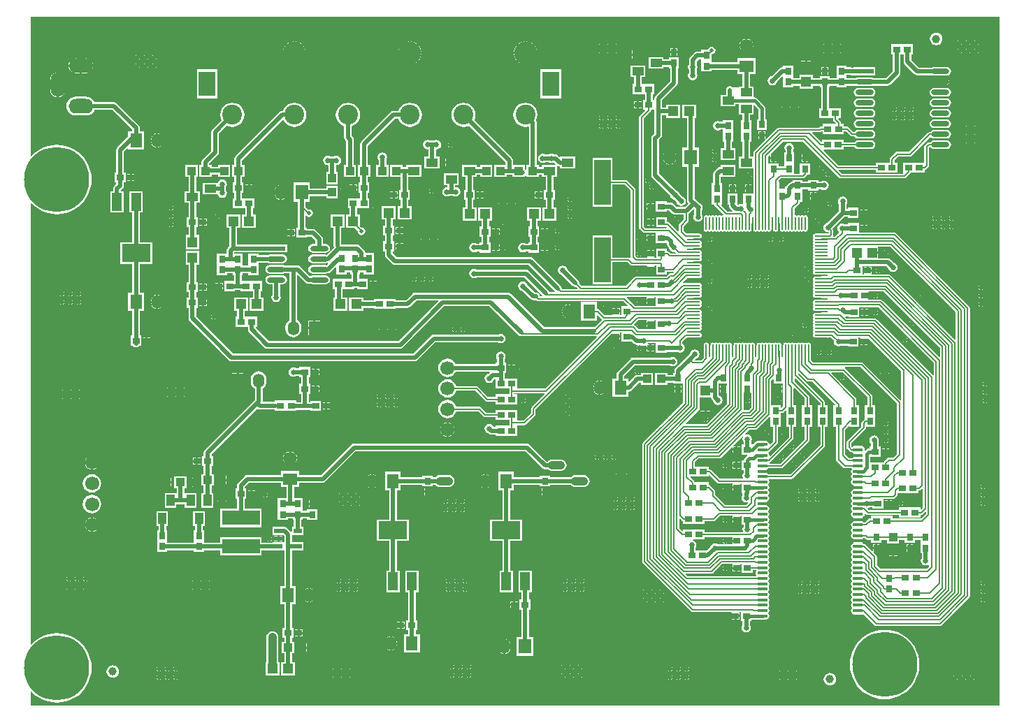
<source format=gtl>
%FSLAX25Y25*%
%MOIN*%
G70*
G01*
G75*
G04 Layer_Physical_Order=1*
G04 Layer_Color=255*
%ADD10C,0.01969*%
%ADD11R,0.03543X0.03150*%
%ADD12R,0.03150X0.03543*%
%ADD13R,0.04724X0.08661*%
%ADD14R,0.13780X0.08661*%
%ADD15R,0.05512X0.03937*%
%ADD16R,0.03937X0.05512*%
%ADD17R,0.18110X0.07087*%
%ADD18O,0.00709X0.06299*%
%ADD19O,0.06299X0.00709*%
%ADD20O,0.04921X0.01575*%
%ADD21R,0.05118X0.04724*%
%ADD22R,0.04724X0.05118*%
%ADD23R,0.04331X0.03937*%
%ADD24R,0.03937X0.04331*%
%ADD25O,0.08661X0.02362*%
%ADD26R,0.08661X0.02362*%
%ADD27R,0.07874X0.21654*%
%ADD28R,0.03937X0.02362*%
%ADD29C,0.02000*%
%ADD30C,0.00600*%
%ADD31C,0.00787*%
%ADD32C,0.00700*%
%ADD33C,0.04000*%
%ADD34C,0.01000*%
%ADD35C,0.01500*%
%ADD36C,0.31032*%
%ADD37C,0.11024*%
%ADD38C,0.09449*%
%ADD39R,0.07874X0.11811*%
%ADD40O,0.05906X0.07087*%
%ADD41R,0.05906X0.07087*%
%ADD42O,0.05512X0.06693*%
%ADD43R,0.05512X0.06693*%
%ADD44O,0.06693X0.05512*%
%ADD45R,0.06693X0.05512*%
%ADD46C,0.06693*%
%ADD47C,0.03937*%
%ADD48O,0.11811X0.07000*%
%ADD49O,0.07000X0.11811*%
%ADD50C,0.02500*%
G36*
X5088712Y4204412D02*
X4626592D01*
Y4211181D01*
X4626967Y4211322D01*
X4627445Y4210777D01*
X4629073Y4209349D01*
X4630873Y4208147D01*
X4632814Y4207189D01*
X4634864Y4206493D01*
X4636988Y4206071D01*
X4639148Y4205929D01*
X4641309Y4206071D01*
X4643432Y4206493D01*
X4645482Y4207189D01*
X4647424Y4208147D01*
X4649224Y4209349D01*
X4650852Y4210777D01*
X4652279Y4212405D01*
X4653482Y4214205D01*
X4654440Y4216146D01*
X4655135Y4218196D01*
X4655558Y4220320D01*
X4655700Y4222480D01*
X4655558Y4224641D01*
X4655135Y4226764D01*
X4654440Y4228814D01*
X4653482Y4230756D01*
X4652279Y4232556D01*
X4650852Y4234184D01*
X4649224Y4235611D01*
X4647424Y4236814D01*
X4645482Y4237772D01*
X4643432Y4238468D01*
X4641309Y4238890D01*
X4639148Y4239032D01*
X4636988Y4238890D01*
X4634864Y4238468D01*
X4632814Y4237772D01*
X4630873Y4236814D01*
X4629073Y4235611D01*
X4627445Y4234184D01*
X4626967Y4233639D01*
X4626592Y4233780D01*
Y4444213D01*
X4626967Y4444353D01*
X4627445Y4443808D01*
X4629073Y4442381D01*
X4630873Y4441178D01*
X4632814Y4440221D01*
X4634864Y4439524D01*
X4636988Y4439102D01*
X4639148Y4438961D01*
X4641309Y4439102D01*
X4643432Y4439524D01*
X4645482Y4440221D01*
X4647424Y4441178D01*
X4649224Y4442381D01*
X4650852Y4443808D01*
X4652279Y4445436D01*
X4653482Y4447236D01*
X4654440Y4449178D01*
X4655135Y4451228D01*
X4655558Y4453351D01*
X4655700Y4455512D01*
X4655558Y4457672D01*
X4655135Y4459796D01*
X4654440Y4461846D01*
X4653482Y4463787D01*
X4652279Y4465588D01*
X4650852Y4467215D01*
X4649224Y4468643D01*
X4647424Y4469846D01*
X4645482Y4470803D01*
X4643432Y4471499D01*
X4641309Y4471922D01*
X4639148Y4472063D01*
X4636988Y4471922D01*
X4634864Y4471499D01*
X4632814Y4470803D01*
X4630873Y4469846D01*
X4629073Y4468643D01*
X4627445Y4467215D01*
X4626967Y4466670D01*
X4626592Y4466811D01*
Y4533046D01*
X5088712D01*
Y4204412D01*
D02*
G37*
%LPC*%
G36*
X4695369Y4221689D02*
X4694699D01*
X4694968Y4221288D01*
X4695369Y4221020D01*
Y4221689D01*
D02*
G37*
G36*
X4697038D02*
X4696369D01*
Y4221020D01*
X4696770Y4221288D01*
X4697038Y4221689D01*
D02*
G37*
G36*
X4693038D02*
X4692369D01*
Y4221020D01*
X4692770Y4221288D01*
X4693038Y4221689D01*
D02*
G37*
G36*
X4689038D02*
X4688369D01*
Y4221020D01*
X4688770Y4221288D01*
X4689038Y4221689D01*
D02*
G37*
G36*
X4691369D02*
X4690699D01*
X4690968Y4221288D01*
X4691369Y4221020D01*
Y4221689D01*
D02*
G37*
G36*
X4936538D02*
X4935869D01*
Y4221020D01*
X4936270Y4221288D01*
X4936538Y4221689D01*
D02*
G37*
G36*
X4938869D02*
X4938200D01*
X4938467Y4221288D01*
X4938869Y4221020D01*
Y4221689D01*
D02*
G37*
G36*
X4940538D02*
X4939869D01*
Y4221020D01*
X4940270Y4221288D01*
X4940538Y4221689D01*
D02*
G37*
G36*
X4930869D02*
X4930199D01*
X4930468Y4221288D01*
X4930869Y4221020D01*
Y4221689D01*
D02*
G37*
G36*
X4932538D02*
X4931869D01*
Y4221020D01*
X4932270Y4221288D01*
X4932538Y4221689D01*
D02*
G37*
G36*
X4934869D02*
X4934200D01*
X4934467Y4221288D01*
X4934869Y4221020D01*
Y4221689D01*
D02*
G37*
G36*
X4824869Y4335661D02*
X4822059D01*
X4822108Y4335288D01*
X4822446Y4334474D01*
X4822982Y4333775D01*
X4823681Y4333238D01*
X4824495Y4332901D01*
X4824869Y4332852D01*
Y4335661D01*
D02*
G37*
G36*
X4828678D02*
X4825869D01*
Y4332852D01*
X4826242Y4332901D01*
X4827057Y4333238D01*
X4827755Y4333775D01*
X4828292Y4334474D01*
X4828629Y4335288D01*
X4828678Y4335661D01*
D02*
G37*
G36*
X4984369Y4221189D02*
X4983699D01*
X4983968Y4220788D01*
X4984369Y4220520D01*
Y4221189D01*
D02*
G37*
G36*
X4831869Y4220358D02*
Y4219689D01*
X4832538D01*
X4832270Y4220090D01*
X4831869Y4220358D01*
D02*
G37*
G36*
X4834869D02*
X4834467Y4220090D01*
X4834200Y4219689D01*
X4834869D01*
Y4220358D01*
D02*
G37*
G36*
X4835869D02*
Y4219689D01*
X4836538D01*
X4836270Y4220090D01*
X4835869Y4220358D01*
D02*
G37*
G36*
X4992369Y4221189D02*
X4991700D01*
X4991967Y4220788D01*
X4992369Y4220520D01*
Y4221189D01*
D02*
G37*
G36*
X4994038D02*
X4993369D01*
Y4220520D01*
X4993770Y4220788D01*
X4994038Y4221189D01*
D02*
G37*
G36*
X4687369Y4221689D02*
X4686700D01*
X4686967Y4221288D01*
X4687369Y4221020D01*
Y4221689D01*
D02*
G37*
G36*
X4986038Y4221189D02*
X4985369D01*
Y4220520D01*
X4985770Y4220788D01*
X4986038Y4221189D01*
D02*
G37*
G36*
X4988369D02*
X4987700D01*
X4987968Y4220788D01*
X4988369Y4220520D01*
Y4221189D01*
D02*
G37*
G36*
X4990038D02*
X4989369D01*
Y4220520D01*
X4989770Y4220788D01*
X4990038Y4221189D01*
D02*
G37*
G36*
X4906038Y4322689D02*
X4905369D01*
Y4322020D01*
X4905770Y4322288D01*
X4906038Y4322689D01*
D02*
G37*
G36*
X4904369D02*
X4903699D01*
X4903968Y4322288D01*
X4904369Y4322020D01*
Y4322689D01*
D02*
G37*
G36*
X4902038D02*
X4901369D01*
Y4322020D01*
X4901770Y4322288D01*
X4902038Y4322689D01*
D02*
G37*
G36*
X4779369Y4222189D02*
X4778699D01*
X4778968Y4221788D01*
X4779369Y4221520D01*
Y4222189D01*
D02*
G37*
G36*
X4781038D02*
X4780369D01*
Y4221520D01*
X4780770Y4221788D01*
X4781038Y4222189D01*
D02*
G37*
G36*
X4879869D02*
X4879200D01*
X4879467Y4221788D01*
X4879869Y4221520D01*
Y4222189D01*
D02*
G37*
G36*
X4707656Y4322764D02*
X4706385D01*
Y4321689D01*
X4707656D01*
Y4322764D01*
D02*
G37*
G36*
X4705384D02*
X4704113D01*
Y4321689D01*
X4705384D01*
Y4322764D01*
D02*
G37*
G36*
X4656369Y4323684D02*
Y4320874D01*
X4659178D01*
X4659129Y4321247D01*
X4658792Y4322062D01*
X4658255Y4322761D01*
X4657557Y4323297D01*
X4656742Y4323634D01*
X4656369Y4323684D01*
D02*
G37*
G36*
X4900369Y4322689D02*
X4899699D01*
X4899968Y4322288D01*
X4900369Y4322020D01*
Y4322689D01*
D02*
G37*
G36*
X4898038D02*
X4897369D01*
Y4322020D01*
X4897770Y4322288D01*
X4898038Y4322689D01*
D02*
G37*
G36*
X4896369D02*
X4895699D01*
X4895967Y4322288D01*
X4896369Y4322020D01*
Y4322689D01*
D02*
G37*
G36*
X4905369Y4324358D02*
Y4323689D01*
X4906038D01*
X4905770Y4324090D01*
X4905369Y4324358D01*
D02*
G37*
G36*
X4904369D02*
X4903968Y4324090D01*
X4903699Y4323689D01*
X4904369D01*
Y4324358D01*
D02*
G37*
G36*
X4901369D02*
Y4323689D01*
X4902038D01*
X4901770Y4324090D01*
X4901369Y4324358D01*
D02*
G37*
G36*
X4771369Y4222189D02*
X4770699D01*
X4770967Y4221788D01*
X4771369Y4221520D01*
Y4222189D01*
D02*
G37*
G36*
X4773038D02*
X4772369D01*
Y4221520D01*
X4772770Y4221788D01*
X4773038Y4222189D01*
D02*
G37*
G36*
X4775369D02*
X4774699D01*
X4774968Y4221788D01*
X4775369Y4221520D01*
Y4222189D01*
D02*
G37*
G36*
X4750959Y4325468D02*
X4750869D01*
Y4323189D01*
X4753673D01*
X4753644Y4323409D01*
X4753366Y4324079D01*
X4752925Y4324654D01*
X4752349Y4325096D01*
X4751678Y4325374D01*
X4750959Y4325468D01*
D02*
G37*
G36*
X4749869D02*
X4749778D01*
X4749059Y4325374D01*
X4748388Y4325096D01*
X4747813Y4324654D01*
X4747371Y4324079D01*
X4747093Y4323409D01*
X4747064Y4323189D01*
X4749869D01*
Y4325468D01*
D02*
G37*
G36*
X4777038Y4222189D02*
X4776369D01*
Y4221520D01*
X4776770Y4221788D01*
X4777038Y4222189D01*
D02*
G37*
G36*
X4900369Y4324358D02*
X4899968Y4324090D01*
X4899699Y4323689D01*
X4900369D01*
Y4324358D01*
D02*
G37*
G36*
X4897369D02*
Y4323689D01*
X4898038D01*
X4897770Y4324090D01*
X4897369Y4324358D01*
D02*
G37*
G36*
X4896369D02*
X4895967Y4324090D01*
X4895699Y4323689D01*
X4896369D01*
Y4324358D01*
D02*
G37*
G36*
X4796369Y4347689D02*
X4795699D01*
X4795967Y4347288D01*
X4796369Y4347020D01*
Y4347689D01*
D02*
G37*
G36*
X4794038D02*
X4793369D01*
Y4347020D01*
X4793770Y4347288D01*
X4794038Y4347689D01*
D02*
G37*
G36*
X4798038D02*
X4797369D01*
Y4347020D01*
X4797770Y4347288D01*
X4798038Y4347689D01*
D02*
G37*
G36*
X4802038D02*
X4801369D01*
Y4347020D01*
X4801770Y4347288D01*
X4802038Y4347689D01*
D02*
G37*
G36*
X4800369D02*
X4799699D01*
X4799968Y4347288D01*
X4800369Y4347020D01*
Y4347689D01*
D02*
G37*
G36*
X4792369D02*
X4791700D01*
X4791967Y4347288D01*
X4792369Y4347020D01*
Y4347689D01*
D02*
G37*
G36*
X4767169Y4347089D02*
X4765897D01*
Y4346014D01*
X4767169D01*
Y4347089D01*
D02*
G37*
G36*
X4935869Y4219358D02*
Y4218689D01*
X4936538D01*
X4936270Y4219090D01*
X4935869Y4219358D01*
D02*
G37*
G36*
X4769440Y4347089D02*
X4768169D01*
Y4346014D01*
X4769440D01*
Y4347089D01*
D02*
G37*
G36*
X4883538Y4347189D02*
X4882869D01*
Y4346520D01*
X4883270Y4346788D01*
X4883538Y4347189D01*
D02*
G37*
G36*
X4881869D02*
X4881200D01*
X4881467Y4346788D01*
X4881869Y4346520D01*
Y4347189D01*
D02*
G37*
G36*
X4934869Y4219358D02*
X4934467Y4219090D01*
X4934200Y4218689D01*
X4934869D01*
Y4219358D01*
D02*
G37*
G36*
X4796369Y4349358D02*
X4795967Y4349090D01*
X4795699Y4348689D01*
X4796369D01*
Y4349358D01*
D02*
G37*
G36*
X4793369D02*
Y4348689D01*
X4794038D01*
X4793770Y4349090D01*
X4793369Y4349358D01*
D02*
G37*
G36*
X4797369D02*
Y4348689D01*
X4798038D01*
X4797770Y4349090D01*
X4797369Y4349358D01*
D02*
G37*
G36*
X4801369D02*
Y4348689D01*
X4802038D01*
X4801770Y4349090D01*
X4801369Y4349358D01*
D02*
G37*
G36*
X4800369D02*
X4799968Y4349090D01*
X4799699Y4348689D01*
X4800369D01*
Y4349358D01*
D02*
G37*
G36*
X4792369D02*
X4791967Y4349090D01*
X4791700Y4348689D01*
X4792369D01*
Y4349358D01*
D02*
G37*
G36*
X4767169Y4349164D02*
X4765897D01*
Y4348089D01*
X4767169D01*
Y4349164D01*
D02*
G37*
G36*
X4931869Y4219358D02*
Y4218689D01*
X4932538D01*
X4932270Y4219090D01*
X4931869Y4219358D01*
D02*
G37*
G36*
X4769440Y4349164D02*
X4768169D01*
Y4348089D01*
X4769440D01*
Y4349164D01*
D02*
G37*
G36*
X4882869Y4348858D02*
Y4348189D01*
X4883538D01*
X4883270Y4348590D01*
X4882869Y4348858D01*
D02*
G37*
G36*
X4881869D02*
X4881467Y4348590D01*
X4881200Y4348189D01*
X4881869D01*
Y4348858D01*
D02*
G37*
G36*
X4938869Y4219358D02*
X4938467Y4219090D01*
X4938200Y4218689D01*
X4938869D01*
Y4219358D01*
D02*
G37*
G36*
X4880869Y4219858D02*
Y4219189D01*
X4881538D01*
X4881270Y4219590D01*
X4880869Y4219858D01*
D02*
G37*
G36*
X4883869D02*
X4883467Y4219590D01*
X4883199Y4219189D01*
X4883869D01*
Y4219858D01*
D02*
G37*
G36*
X4879869D02*
X4879467Y4219590D01*
X4879200Y4219189D01*
X4879869D01*
Y4219858D01*
D02*
G37*
G36*
X4825869Y4339471D02*
Y4336662D01*
X4828678D01*
X4828629Y4337035D01*
X4828292Y4337849D01*
X4827755Y4338548D01*
X4827057Y4339085D01*
X4826242Y4339422D01*
X4825869Y4339471D01*
D02*
G37*
G36*
X4824869Y4339471D02*
X4824495Y4339422D01*
X4823681Y4339085D01*
X4822982Y4338548D01*
X4822446Y4337849D01*
X4822108Y4337035D01*
X4822059Y4336662D01*
X4824869D01*
Y4339471D01*
D02*
G37*
G36*
X4884869Y4219858D02*
Y4219189D01*
X4885538D01*
X4885270Y4219590D01*
X4884869Y4219858D01*
D02*
G37*
G36*
X4827869Y4220358D02*
Y4219689D01*
X4828538D01*
X4828270Y4220090D01*
X4827869Y4220358D01*
D02*
G37*
G36*
X4830869D02*
X4830468Y4220090D01*
X4830199Y4219689D01*
X4830869D01*
Y4220358D01*
D02*
G37*
G36*
X4826869D02*
X4826468Y4220090D01*
X4826199Y4219689D01*
X4826869D01*
Y4220358D01*
D02*
G37*
G36*
X4887869Y4219858D02*
X4887468Y4219590D01*
X4887199Y4219189D01*
X4887869D01*
Y4219858D01*
D02*
G37*
G36*
X4888869D02*
Y4219189D01*
X4889538D01*
X4889270Y4219590D01*
X4888869Y4219858D01*
D02*
G37*
G36*
X4780369D02*
Y4219189D01*
X4781038D01*
X4780770Y4219590D01*
X4780369Y4219858D01*
D02*
G37*
G36*
X4881869Y4343189D02*
X4881200D01*
X4881467Y4342788D01*
X4881869Y4342520D01*
Y4343189D01*
D02*
G37*
G36*
X4939869Y4219358D02*
Y4218689D01*
X4940538D01*
X4940270Y4219090D01*
X4939869Y4219358D01*
D02*
G37*
G36*
X4883538Y4343189D02*
X4882869D01*
Y4342520D01*
X4883270Y4342788D01*
X4883538Y4343189D01*
D02*
G37*
G36*
X4882869Y4344858D02*
Y4344189D01*
X4883538D01*
X4883270Y4344590D01*
X4882869Y4344858D01*
D02*
G37*
G36*
X4881869D02*
X4881467Y4344590D01*
X4881200Y4344189D01*
X4881869D01*
Y4344858D01*
D02*
G37*
G36*
X4741888Y4240013D02*
X4741158Y4239917D01*
X4740476Y4239635D01*
X4739891Y4239186D01*
X4739442Y4238601D01*
X4739161Y4237920D01*
X4739064Y4237189D01*
Y4233189D01*
Y4225351D01*
X4738530D01*
Y4219027D01*
X4745248D01*
Y4225351D01*
X4744712D01*
Y4233189D01*
Y4237189D01*
X4744616Y4237920D01*
X4744334Y4238601D01*
X4743885Y4239186D01*
X4743301Y4239635D01*
X4742619Y4239917D01*
X4741888Y4240013D01*
D02*
G37*
G36*
X4776369Y4219858D02*
Y4219189D01*
X4777038D01*
X4776770Y4219590D01*
X4776369Y4219858D01*
D02*
G37*
G36*
X4779369D02*
X4778968Y4219590D01*
X4778699Y4219189D01*
X4779369D01*
Y4219858D01*
D02*
G37*
G36*
X4775369D02*
X4774968Y4219590D01*
X4774699Y4219189D01*
X4775369D01*
Y4219858D01*
D02*
G37*
G36*
X4771369D02*
X4770967Y4219590D01*
X4770699Y4219189D01*
X4771369D01*
Y4219858D01*
D02*
G37*
G36*
X4772369D02*
Y4219189D01*
X4773038D01*
X4772770Y4219590D01*
X4772369Y4219858D01*
D02*
G37*
G36*
X4655369Y4323684D02*
X4654995Y4323634D01*
X4654181Y4323297D01*
X4653482Y4322761D01*
X4652946Y4322062D01*
X4652608Y4321247D01*
X4652559Y4320874D01*
X4655369D01*
Y4323684D01*
D02*
G37*
G36*
X4997369Y4308358D02*
X4996967Y4308090D01*
X4996700Y4307689D01*
X4997369D01*
Y4308358D01*
D02*
G37*
G36*
X4994369D02*
Y4307689D01*
X4995038D01*
X4994770Y4308090D01*
X4994369Y4308358D01*
D02*
G37*
G36*
X4998369D02*
Y4307689D01*
X4999038D01*
X4998770Y4308090D01*
X4998369Y4308358D01*
D02*
G37*
G36*
X5002369D02*
Y4307689D01*
X5003038D01*
X5002770Y4308090D01*
X5002369Y4308358D01*
D02*
G37*
G36*
X5001369D02*
X5000967Y4308090D01*
X5000700Y4307689D01*
X5001369D01*
Y4308358D01*
D02*
G37*
G36*
X4993369D02*
X4992968Y4308090D01*
X4992699Y4307689D01*
X4993369D01*
Y4308358D01*
D02*
G37*
G36*
X4687369Y4223358D02*
X4686967Y4223090D01*
X4686700Y4222689D01*
X4687369D01*
Y4223358D01*
D02*
G37*
G36*
X4817443Y4308342D02*
X4816369D01*
Y4307071D01*
X4817443D01*
Y4308342D01*
D02*
G37*
G36*
X4993369Y4222858D02*
Y4222189D01*
X4994038D01*
X4993770Y4222590D01*
X4993369Y4222858D01*
D02*
G37*
G36*
X4989369D02*
Y4222189D01*
X4990038D01*
X4989770Y4222590D01*
X4989369Y4222858D01*
D02*
G37*
G36*
X4992369D02*
X4991967Y4222590D01*
X4991700Y4222189D01*
X4992369D01*
Y4222858D01*
D02*
G37*
G36*
X5080369Y4308689D02*
X5079699D01*
X5079967Y4308288D01*
X5080369Y4308020D01*
Y4308689D01*
D02*
G37*
G36*
X4857125Y4316035D02*
X4849613D01*
Y4307343D01*
X4851534D01*
Y4293320D01*
X4845679D01*
Y4283058D01*
X4851534D01*
Y4268910D01*
X4850206D01*
Y4258649D01*
X4856531D01*
Y4268910D01*
X4855204D01*
Y4283058D01*
X4861058D01*
Y4293320D01*
X4855204D01*
Y4307343D01*
X4857125D01*
Y4309800D01*
X4869494D01*
Y4309064D01*
X4874244D01*
Y4309800D01*
X4884248D01*
X4884372Y4309638D01*
X4884957Y4309190D01*
X4885638Y4308907D01*
X4886369Y4308811D01*
X4890369D01*
X4891100Y4308907D01*
X4891781Y4309190D01*
X4892366Y4309638D01*
X4892815Y4310223D01*
X4893097Y4310904D01*
X4893193Y4311636D01*
X4893097Y4312366D01*
X4892815Y4313047D01*
X4892366Y4313633D01*
X4891781Y4314081D01*
X4891100Y4314363D01*
X4890369Y4314460D01*
X4886369D01*
X4885638Y4314363D01*
X4884957Y4314081D01*
X4884372Y4313633D01*
X4884248Y4313470D01*
X4874244D01*
Y4314207D01*
X4869494D01*
Y4313470D01*
X4857125D01*
Y4316035D01*
D02*
G37*
G36*
X4706038Y4309189D02*
X4705369D01*
Y4308520D01*
X4705770Y4308788D01*
X4706038Y4309189D01*
D02*
G37*
G36*
X4803125Y4316035D02*
X4795613D01*
Y4307343D01*
X4797533D01*
Y4293320D01*
X4791679D01*
Y4283058D01*
X4797533D01*
Y4268910D01*
X4796207D01*
Y4258649D01*
X4802531D01*
Y4268910D01*
X4801204D01*
Y4283058D01*
X4807058D01*
Y4293320D01*
X4801204D01*
Y4307343D01*
X4803125D01*
Y4309854D01*
X4813494D01*
Y4309117D01*
X4818243D01*
Y4309854D01*
X4819748D01*
X4819872Y4309692D01*
X4820457Y4309243D01*
X4821138Y4308961D01*
X4821869Y4308865D01*
X4825869D01*
X4826600Y4308961D01*
X4827281Y4309243D01*
X4827866Y4309692D01*
X4828315Y4310277D01*
X4828597Y4310958D01*
X4828693Y4311689D01*
X4828597Y4312420D01*
X4828315Y4313101D01*
X4827866Y4313686D01*
X4827281Y4314135D01*
X4826600Y4314417D01*
X4825869Y4314513D01*
X4821869D01*
X4821138Y4314417D01*
X4820457Y4314135D01*
X4819872Y4313686D01*
X4819748Y4313524D01*
X4818243D01*
Y4314260D01*
X4813494D01*
Y4313524D01*
X4803125D01*
Y4316035D01*
D02*
G37*
G36*
X4693591Y4310626D02*
X4691925D01*
Y4309158D01*
X4693591D01*
Y4310626D01*
D02*
G37*
G36*
X4690926D02*
X4689260D01*
Y4309158D01*
X4690926D01*
Y4310626D01*
D02*
G37*
G36*
X4704369Y4309189D02*
X4703699D01*
X4703968Y4308788D01*
X4704369Y4308520D01*
Y4309189D01*
D02*
G37*
G36*
X4792149Y4311189D02*
X4789869D01*
Y4308385D01*
X4790088Y4308413D01*
X4790759Y4308691D01*
X4791334Y4309133D01*
X4791776Y4309709D01*
X4792054Y4310379D01*
X4792149Y4311098D01*
Y4311189D01*
D02*
G37*
G36*
X5082038Y4308689D02*
X5081369D01*
Y4308020D01*
X5081770Y4308288D01*
X5082038Y4308689D01*
D02*
G37*
G36*
X4846148Y4311189D02*
X4843869D01*
Y4308385D01*
X4844088Y4308413D01*
X4844759Y4308691D01*
X4845334Y4309133D01*
X4845776Y4309709D01*
X4846054Y4310379D01*
X4846148Y4311098D01*
Y4311189D01*
D02*
G37*
G36*
X4842869D02*
X4840589D01*
Y4311098D01*
X4840684Y4310379D01*
X4840961Y4309709D01*
X4841403Y4309133D01*
X4841979Y4308691D01*
X4842649Y4308413D01*
X4842869Y4308385D01*
Y4311189D01*
D02*
G37*
G36*
X4788869D02*
X4786589D01*
Y4311098D01*
X4786684Y4310379D01*
X4786961Y4309709D01*
X4787403Y4309133D01*
X4787979Y4308691D01*
X4788649Y4308413D01*
X4788869Y4308385D01*
Y4311189D01*
D02*
G37*
G36*
X4815369Y4308342D02*
X4814294D01*
Y4307071D01*
X4815369D01*
Y4308342D01*
D02*
G37*
G36*
X4782869Y4305858D02*
Y4305189D01*
X4783538D01*
X4783270Y4305590D01*
X4782869Y4305858D01*
D02*
G37*
G36*
X4781869D02*
X4781467Y4305590D01*
X4781200Y4305189D01*
X4781869D01*
Y4305858D01*
D02*
G37*
G36*
X4737869Y4306358D02*
X4737468Y4306090D01*
X4737199Y4305689D01*
X4737869D01*
Y4306358D01*
D02*
G37*
G36*
X5080369D02*
X5079967Y4306090D01*
X5079699Y4305689D01*
X5080369D01*
Y4306358D01*
D02*
G37*
G36*
X4738869D02*
Y4305689D01*
X4739538D01*
X4739270Y4306090D01*
X4738869Y4306358D01*
D02*
G37*
G36*
X4778869Y4305858D02*
Y4305189D01*
X4779538D01*
X4779270Y4305590D01*
X4778869Y4305858D01*
D02*
G37*
G36*
X4817443Y4306071D02*
X4816369D01*
Y4304799D01*
X4817443D01*
Y4306071D01*
D02*
G37*
G36*
X4815369D02*
X4814294D01*
Y4304799D01*
X4815369D01*
Y4306071D01*
D02*
G37*
G36*
X4773869Y4305858D02*
X4773468Y4305590D01*
X4773199Y4305189D01*
X4773869D01*
Y4305858D01*
D02*
G37*
G36*
X4777869D02*
X4777467Y4305590D01*
X4777200Y4305189D01*
X4777869D01*
Y4305858D01*
D02*
G37*
G36*
X4774869D02*
Y4305189D01*
X4775538D01*
X4775270Y4305590D01*
X4774869Y4305858D01*
D02*
G37*
G36*
X5081369Y4306358D02*
Y4305689D01*
X5082038D01*
X5081770Y4306090D01*
X5081369Y4306358D01*
D02*
G37*
G36*
X4731487Y4307264D02*
X4730215D01*
Y4306189D01*
X4731487D01*
Y4307264D01*
D02*
G37*
G36*
X4655869Y4314915D02*
X4654734Y4314766D01*
X4653677Y4314328D01*
X4652769Y4313631D01*
X4652072Y4312724D01*
X4651634Y4311666D01*
X4651485Y4310532D01*
X4651634Y4309397D01*
X4652072Y4308339D01*
X4652769Y4307431D01*
X4653677Y4306735D01*
X4654734Y4306297D01*
X4655869Y4306147D01*
X4657003Y4306297D01*
X4658061Y4306735D01*
X4658969Y4307431D01*
X4659665Y4308339D01*
X4660103Y4309397D01*
X4660253Y4310532D01*
X4660103Y4311666D01*
X4659665Y4312724D01*
X4658969Y4313631D01*
X4658061Y4314328D01*
X4657003Y4314766D01*
X4655869Y4314915D01*
D02*
G37*
G36*
X4733759Y4307264D02*
X4732487D01*
Y4306189D01*
X4733759D01*
Y4307264D01*
D02*
G37*
G36*
X4873444Y4308289D02*
X4872369D01*
Y4307017D01*
X4873444D01*
Y4308289D01*
D02*
G37*
G36*
X4871369D02*
X4870294D01*
Y4307017D01*
X4871369D01*
Y4308289D01*
D02*
G37*
G36*
X5003038Y4306689D02*
X5002369D01*
Y4306020D01*
X5002770Y4306288D01*
X5003038Y4306689D01*
D02*
G37*
G36*
X4995038D02*
X4994369D01*
Y4306020D01*
X4994770Y4306288D01*
X4995038Y4306689D01*
D02*
G37*
G36*
X4993369D02*
X4992699D01*
X4992968Y4306288D01*
X4993369Y4306020D01*
Y4306689D01*
D02*
G37*
G36*
X4997369D02*
X4996700D01*
X4996967Y4306288D01*
X4997369Y4306020D01*
Y4306689D01*
D02*
G37*
G36*
X5001369D02*
X5000700D01*
X5000967Y4306288D01*
X5001369Y4306020D01*
Y4306689D01*
D02*
G37*
G36*
X4999038D02*
X4998369D01*
Y4306020D01*
X4998770Y4306288D01*
X4999038Y4306689D01*
D02*
G37*
G36*
X4984369Y4222858D02*
X4983968Y4222590D01*
X4983699Y4222189D01*
X4984369D01*
Y4222858D01*
D02*
G37*
G36*
X4659178Y4319874D02*
X4656369D01*
Y4317065D01*
X4656742Y4317114D01*
X4657557Y4317451D01*
X4658255Y4317987D01*
X4658792Y4318686D01*
X4659129Y4319500D01*
X4659178Y4319874D01*
D02*
G37*
G36*
X4836538Y4222689D02*
X4835869D01*
Y4222020D01*
X4836270Y4222288D01*
X4836538Y4222689D01*
D02*
G37*
G36*
X4832538D02*
X4831869D01*
Y4222020D01*
X4832270Y4222288D01*
X4832538Y4222689D01*
D02*
G37*
G36*
X4834869D02*
X4834200D01*
X4834467Y4222288D01*
X4834869Y4222020D01*
Y4222689D01*
D02*
G37*
G36*
X4655369Y4319874D02*
X4652559D01*
X4652608Y4319500D01*
X4652946Y4318686D01*
X4653482Y4317987D01*
X4654181Y4317451D01*
X4654995Y4317114D01*
X4655369Y4317065D01*
Y4319874D01*
D02*
G37*
G36*
X4907369Y4316858D02*
Y4316189D01*
X4908038D01*
X4907770Y4316590D01*
X4907369Y4316858D01*
D02*
G37*
G36*
X4906369D02*
X4905967Y4316590D01*
X4905700Y4316189D01*
X4906369D01*
Y4316858D01*
D02*
G37*
G36*
X4911369D02*
X4910968Y4316590D01*
X4910699Y4316189D01*
X4911369D01*
Y4316858D01*
D02*
G37*
G36*
X4863369Y4329524D02*
X4780869D01*
X4780166Y4329385D01*
X4779571Y4328987D01*
X4765108Y4314524D01*
X4754715D01*
Y4316445D01*
X4746022D01*
Y4314524D01*
X4729869D01*
X4729166Y4314384D01*
X4728571Y4313987D01*
X4725571Y4310987D01*
X4725173Y4310391D01*
X4725034Y4309689D01*
Y4308064D01*
X4724297D01*
Y4303314D01*
X4725034D01*
Y4298375D01*
X4717014D01*
Y4289688D01*
X4736724D01*
Y4298375D01*
X4728704D01*
Y4303314D01*
X4729440D01*
Y4308064D01*
X4728704D01*
Y4308929D01*
X4730629Y4310854D01*
X4746022D01*
Y4308933D01*
X4748534D01*
Y4303379D01*
X4744494D01*
Y4298235D01*
Y4293117D01*
X4749244D01*
Y4293854D01*
X4751620D01*
Y4293117D01*
X4752160D01*
Y4289910D01*
X4751226D01*
Y4287369D01*
X4750826Y4287247D01*
X4750666Y4287487D01*
X4748927Y4289227D01*
X4748331Y4289625D01*
X4747629Y4289764D01*
X4747511D01*
Y4289910D01*
X4741974D01*
Y4285948D01*
X4747014D01*
X4747533Y4285429D01*
Y4282821D01*
X4747511Y4282430D01*
X4747134Y4282430D01*
X4741974D01*
Y4282284D01*
X4736724D01*
Y4284792D01*
X4717014D01*
Y4282284D01*
X4709243D01*
Y4288139D01*
X4708704D01*
Y4290239D01*
X4709637D01*
Y4297351D01*
X4704100D01*
Y4290239D01*
X4705033D01*
Y4288139D01*
X4704494D01*
Y4282284D01*
X4691743D01*
Y4288139D01*
X4691204D01*
Y4290239D01*
X4692137D01*
Y4297351D01*
X4686600D01*
Y4290239D01*
X4687534D01*
Y4288139D01*
X4686994D01*
Y4282995D01*
Y4277877D01*
X4691743D01*
Y4278614D01*
X4704494D01*
Y4277877D01*
X4709243D01*
Y4278614D01*
X4717014D01*
Y4276105D01*
X4736724D01*
Y4278614D01*
X4741974D01*
Y4278468D01*
X4747511Y4278468D01*
X4747533Y4278077D01*
Y4261535D01*
X4745613D01*
Y4252842D01*
X4747533D01*
Y4241564D01*
X4746797D01*
Y4236814D01*
X4747533D01*
Y4234958D01*
X4746404D01*
Y4229420D01*
X4747533D01*
Y4225351D01*
X4746010D01*
Y4219027D01*
X4752728D01*
Y4225351D01*
X4751204D01*
Y4229420D01*
X4752334D01*
Y4234958D01*
X4751204D01*
Y4236814D01*
X4751941D01*
Y4241564D01*
X4751204D01*
Y4252842D01*
X4753125D01*
Y4261535D01*
X4751204D01*
Y4278077D01*
X4751226Y4278468D01*
X4756763D01*
Y4282430D01*
X4751226D01*
X4751204Y4282821D01*
Y4285557D01*
X4751226Y4285948D01*
X4751604Y4285948D01*
X4756763D01*
Y4289910D01*
X4755830D01*
Y4293117D01*
X4756369D01*
Y4293854D01*
X4758494D01*
Y4293117D01*
X4763243D01*
Y4298261D01*
X4758494D01*
Y4297524D01*
X4756369D01*
Y4303379D01*
X4752204D01*
Y4308933D01*
X4754715D01*
Y4310854D01*
X4765869D01*
X4766571Y4310994D01*
X4767167Y4311391D01*
X4781629Y4325854D01*
X4862609D01*
X4870571Y4317891D01*
X4871166Y4317493D01*
X4871869Y4317354D01*
X4873248D01*
X4873372Y4317192D01*
X4873957Y4316743D01*
X4874638Y4316461D01*
X4875369Y4316365D01*
X4879369D01*
X4880100Y4316461D01*
X4880781Y4316743D01*
X4881366Y4317192D01*
X4881815Y4317777D01*
X4882097Y4318458D01*
X4882193Y4319189D01*
X4882097Y4319920D01*
X4881815Y4320601D01*
X4881366Y4321186D01*
X4880781Y4321635D01*
X4880100Y4321917D01*
X4879369Y4322013D01*
X4875369D01*
X4874638Y4321917D01*
X4873957Y4321635D01*
X4873372Y4321186D01*
X4873248Y4321024D01*
X4872629D01*
X4864666Y4328987D01*
X4864071Y4329385D01*
X4863955Y4329408D01*
X4863369Y4329524D01*
D02*
G37*
G36*
X4912369Y4316858D02*
Y4316189D01*
X4913038D01*
X4912770Y4316590D01*
X4912369Y4316858D01*
D02*
G37*
G36*
X4830869Y4222689D02*
X4830199D01*
X4830468Y4222288D01*
X4830869Y4222020D01*
Y4222689D01*
D02*
G37*
G36*
X4749869Y4322189D02*
X4747064D01*
X4747093Y4321970D01*
X4747371Y4321299D01*
X4747813Y4320723D01*
X4748388Y4320282D01*
X4749059Y4320004D01*
X4749778Y4319909D01*
X4749869D01*
Y4322189D01*
D02*
G37*
G36*
X4885538Y4222189D02*
X4884869D01*
Y4221520D01*
X4885270Y4221788D01*
X4885538Y4222189D01*
D02*
G37*
G36*
X4753673Y4322189D02*
X4750869D01*
Y4319909D01*
X4750959D01*
X4751678Y4320004D01*
X4752349Y4320282D01*
X4752925Y4320723D01*
X4753366Y4321299D01*
X4753644Y4321970D01*
X4753673Y4322189D01*
D02*
G37*
G36*
X4881538Y4222189D02*
X4880869D01*
Y4221520D01*
X4881270Y4221788D01*
X4881538Y4222189D01*
D02*
G37*
G36*
X4883869D02*
X4883199D01*
X4883467Y4221788D01*
X4883869Y4221520D01*
Y4222189D01*
D02*
G37*
G36*
X4887869D02*
X4887199D01*
X4887468Y4221788D01*
X4887869Y4221520D01*
Y4222189D01*
D02*
G37*
G36*
X4705384Y4320689D02*
X4704113D01*
Y4319614D01*
X4705384D01*
Y4320689D01*
D02*
G37*
G36*
X4828538Y4222689D02*
X4827869D01*
Y4222020D01*
X4828270Y4222288D01*
X4828538Y4222689D01*
D02*
G37*
G36*
X4707656Y4320689D02*
X4706385D01*
Y4319614D01*
X4707656D01*
Y4320689D01*
D02*
G37*
G36*
X4889538Y4222189D02*
X4888869D01*
Y4221520D01*
X4889270Y4221788D01*
X4889538Y4222189D01*
D02*
G37*
G36*
X4826869Y4222689D02*
X4826199D01*
X4826468Y4222288D01*
X4826869Y4222020D01*
Y4222689D01*
D02*
G37*
G36*
X4913038Y4315189D02*
X4912369D01*
Y4314520D01*
X4912770Y4314788D01*
X4913038Y4315189D01*
D02*
G37*
G36*
X4719861Y4311689D02*
X4718195D01*
Y4310220D01*
X4719861D01*
Y4311689D01*
D02*
G37*
G36*
X4717196D02*
X4715530D01*
Y4310220D01*
X4717196D01*
Y4311689D01*
D02*
G37*
G36*
X4690926Y4313094D02*
X4689260D01*
Y4311626D01*
X4690926D01*
Y4313094D01*
D02*
G37*
G36*
X4788869Y4314993D02*
X4788649Y4314965D01*
X4787979Y4314687D01*
X4787403Y4314245D01*
X4786961Y4313670D01*
X4786684Y4312999D01*
X4786589Y4312280D01*
Y4312189D01*
X4788869D01*
Y4314993D01*
D02*
G37*
G36*
X4693591Y4313094D02*
X4691925D01*
Y4311626D01*
X4693591D01*
Y4313094D01*
D02*
G37*
G36*
X4705369Y4310858D02*
Y4310189D01*
X4706038D01*
X4705770Y4310590D01*
X4705369Y4310858D01*
D02*
G37*
G36*
X4985369Y4222858D02*
Y4222189D01*
X4986038D01*
X4985770Y4222590D01*
X4985369Y4222858D01*
D02*
G37*
G36*
X4988369D02*
X4987968Y4222590D01*
X4987700Y4222189D01*
X4988369D01*
Y4222858D01*
D02*
G37*
G36*
X5080369Y4310358D02*
X5079967Y4310090D01*
X5079699Y4309689D01*
X5080369D01*
Y4310358D01*
D02*
G37*
G36*
X4704369Y4310858D02*
X4703968Y4310590D01*
X4703699Y4310189D01*
X4704369D01*
Y4310858D01*
D02*
G37*
G36*
X5081369Y4310358D02*
Y4309689D01*
X5082038D01*
X5081770Y4310090D01*
X5081369Y4310358D01*
D02*
G37*
G36*
X4842869Y4314993D02*
X4842649Y4314965D01*
X4841979Y4314687D01*
X4841403Y4314245D01*
X4840961Y4313670D01*
X4840684Y4312999D01*
X4840589Y4312280D01*
Y4312189D01*
X4842869D01*
Y4314993D01*
D02*
G37*
G36*
X4705369Y4314858D02*
Y4314189D01*
X4706038D01*
X4705770Y4314590D01*
X4705369Y4314858D01*
D02*
G37*
G36*
X4704369D02*
X4703968Y4314590D01*
X4703699Y4314189D01*
X4704369D01*
Y4314858D01*
D02*
G37*
G36*
X4906369Y4315189D02*
X4905700D01*
X4905967Y4314788D01*
X4906369Y4314520D01*
Y4315189D01*
D02*
G37*
G36*
X4911369D02*
X4910699D01*
X4910968Y4314788D01*
X4911369Y4314520D01*
Y4315189D01*
D02*
G37*
G36*
X4908038D02*
X4907369D01*
Y4314520D01*
X4907770Y4314788D01*
X4908038Y4315189D01*
D02*
G37*
G36*
X4719861Y4314157D02*
X4718195D01*
Y4312689D01*
X4719861D01*
Y4314157D01*
D02*
G37*
G36*
X4843869Y4314993D02*
Y4312189D01*
X4846148D01*
Y4312280D01*
X4846054Y4312999D01*
X4845776Y4313670D01*
X4845334Y4314245D01*
X4844759Y4314687D01*
X4844088Y4314965D01*
X4843869Y4314993D01*
D02*
G37*
G36*
X4789869D02*
Y4312189D01*
X4792149D01*
Y4312280D01*
X4792054Y4312999D01*
X4791776Y4313670D01*
X4791334Y4314245D01*
X4790759Y4314687D01*
X4790088Y4314965D01*
X4789869Y4314993D01*
D02*
G37*
G36*
X4704369Y4313189D02*
X4703699D01*
X4703968Y4312788D01*
X4704369Y4312520D01*
Y4313189D01*
D02*
G37*
G36*
X4717196Y4314157D02*
X4715530D01*
Y4312689D01*
X4717196D01*
Y4314157D01*
D02*
G37*
G36*
X4706038Y4313189D02*
X4705369D01*
Y4312520D01*
X4705770Y4312788D01*
X4706038Y4313189D01*
D02*
G37*
G36*
X4860869Y4349689D02*
X4860199D01*
X4860468Y4349288D01*
X4860869Y4349020D01*
Y4349689D01*
D02*
G37*
G36*
X5033369Y4364858D02*
Y4364189D01*
X5034038D01*
X5033770Y4364590D01*
X5033369Y4364858D01*
D02*
G37*
G36*
X5032369D02*
X5031968Y4364590D01*
X5031699Y4364189D01*
X5032369D01*
Y4364858D01*
D02*
G37*
G36*
X5036369D02*
X5035968Y4364590D01*
X5035699Y4364189D01*
X5036369D01*
Y4364858D01*
D02*
G37*
G36*
X4860369Y4365189D02*
X4859700D01*
X4859967Y4364788D01*
X4860369Y4364520D01*
Y4365189D01*
D02*
G37*
G36*
X5037369Y4364858D02*
Y4364189D01*
X5038038D01*
X5037770Y4364590D01*
X5037369Y4364858D01*
D02*
G37*
G36*
X4764259Y4365264D02*
X4762987D01*
Y4364189D01*
X4764259D01*
Y4365264D01*
D02*
G37*
G36*
X4917038Y4363689D02*
X4916369D01*
Y4363020D01*
X4916770Y4363288D01*
X4917038Y4363689D01*
D02*
G37*
G36*
X4915369D02*
X4914700D01*
X4914967Y4363288D01*
X4915369Y4363020D01*
Y4363689D01*
D02*
G37*
G36*
X4855468Y4365189D02*
X4854197D01*
Y4364114D01*
X4855468D01*
Y4365189D01*
D02*
G37*
G36*
X4761987Y4365264D02*
X4760715D01*
Y4364189D01*
X4761987D01*
Y4365264D01*
D02*
G37*
G36*
X4857740Y4365189D02*
X4856469D01*
Y4364114D01*
X4857740D01*
Y4365189D01*
D02*
G37*
G36*
X4862038Y4365189D02*
X4861369D01*
Y4364520D01*
X4861770Y4364788D01*
X4862038Y4365189D01*
D02*
G37*
G36*
X4932869Y4370983D02*
X4931991Y4370808D01*
X4931565Y4370524D01*
X4913869D01*
X4913166Y4370385D01*
X4912571Y4369987D01*
X4906571Y4363987D01*
X4906173Y4363391D01*
X4906033Y4362689D01*
Y4360535D01*
X4904113D01*
Y4351842D01*
X4911625D01*
Y4354354D01*
X4911869D01*
X4912571Y4354493D01*
X4913166Y4354891D01*
X4916879Y4358604D01*
X4917557D01*
Y4357670D01*
X4923487D01*
Y4363207D01*
X4917557D01*
Y4362274D01*
X4916119D01*
X4915416Y4362135D01*
X4914821Y4361737D01*
X4911994Y4358910D01*
X4911625Y4359063D01*
Y4360535D01*
X4909704D01*
Y4361929D01*
X4914629Y4366854D01*
X4931565D01*
X4931991Y4366570D01*
X4932869Y4366395D01*
X4933747Y4366570D01*
X4934491Y4367067D01*
X4934988Y4367811D01*
X4935163Y4368689D01*
X4934988Y4369567D01*
X4934491Y4370311D01*
X4933747Y4370808D01*
X4932869Y4370983D01*
D02*
G37*
G36*
X4861369Y4366858D02*
Y4366189D01*
X4862038D01*
X4861770Y4366590D01*
X4861369Y4366858D01*
D02*
G37*
G36*
X5001869Y4372689D02*
X5001199D01*
X5001468Y4372288D01*
X5001869Y4372020D01*
Y4372689D01*
D02*
G37*
G36*
X5006869D02*
X5006200D01*
X5006467Y4372288D01*
X5006869Y4372020D01*
Y4372689D01*
D02*
G37*
G36*
X5003538D02*
X5002869D01*
Y4372020D01*
X5003270Y4372288D01*
X5003538Y4372689D01*
D02*
G37*
G36*
X4860369Y4366858D02*
X4859967Y4366590D01*
X4859700Y4366189D01*
X4860369D01*
Y4366858D01*
D02*
G37*
G36*
X4916369Y4365358D02*
Y4364689D01*
X4917038D01*
X4916770Y4365090D01*
X4916369Y4365358D01*
D02*
G37*
G36*
X4915369D02*
X4914967Y4365090D01*
X4914700Y4364689D01*
X4915369D01*
Y4365358D01*
D02*
G37*
G36*
X4759940Y4366064D02*
X4754797D01*
Y4365524D01*
X4753172D01*
X4752747Y4365808D01*
X4751869Y4365983D01*
X4750991Y4365808D01*
X4750246Y4365311D01*
X4749749Y4364567D01*
X4749575Y4363689D01*
X4749749Y4362811D01*
X4750246Y4362067D01*
X4750991Y4361570D01*
X4751869Y4361395D01*
X4752747Y4361570D01*
X4753172Y4361854D01*
X4754797D01*
Y4361314D01*
X4755534D01*
Y4358064D01*
X4754797D01*
Y4353314D01*
X4755534D01*
Y4349224D01*
X4753422D01*
Y4350064D01*
X4743161D01*
Y4349524D01*
X4737339D01*
X4737204Y4349689D01*
Y4350689D01*
X4737204Y4350689D01*
X4737204Y4350689D01*
Y4355793D01*
X4737263Y4355817D01*
X4738047Y4356420D01*
X4738649Y4357204D01*
X4739028Y4358118D01*
X4739157Y4359098D01*
Y4360279D01*
X4739028Y4361260D01*
X4738649Y4362173D01*
X4738047Y4362958D01*
X4737263Y4363560D01*
X4736349Y4363939D01*
X4735369Y4364068D01*
X4734388Y4363939D01*
X4733475Y4363560D01*
X4732690Y4362958D01*
X4732088Y4362173D01*
X4731710Y4361260D01*
X4731580Y4360279D01*
Y4359098D01*
X4731710Y4358118D01*
X4732088Y4357204D01*
X4732690Y4356420D01*
X4733475Y4355817D01*
X4733533Y4355793D01*
Y4350449D01*
X4709705Y4326620D01*
X4709307Y4326025D01*
X4709167Y4325323D01*
Y4323564D01*
X4708431D01*
Y4318814D01*
X4709167D01*
Y4314957D01*
X4708037D01*
Y4309420D01*
X4709167D01*
Y4306013D01*
X4708100D01*
Y4298901D01*
X4713637D01*
Y4306013D01*
X4712838D01*
Y4309420D01*
X4713968D01*
Y4314957D01*
X4712838D01*
Y4318814D01*
X4713574D01*
Y4323564D01*
X4712838D01*
Y4324562D01*
X4734628Y4346353D01*
X4735167Y4345993D01*
X4735869Y4345854D01*
X4743161D01*
Y4345314D01*
X4753422D01*
Y4345554D01*
X4759979D01*
Y4345214D01*
X4765122D01*
Y4349964D01*
X4759979D01*
Y4349224D01*
X4759204D01*
Y4353314D01*
X4759940D01*
Y4358064D01*
X4759204D01*
Y4361314D01*
X4759940D01*
Y4366064D01*
D02*
G37*
G36*
X4857740Y4367264D02*
X4856469D01*
Y4366189D01*
X4857740D01*
Y4367264D01*
D02*
G37*
G36*
X4855468D02*
X4854197D01*
Y4366189D01*
X4855468D01*
Y4367264D01*
D02*
G37*
G36*
X5038038Y4363189D02*
X5037369D01*
Y4362520D01*
X5037770Y4362788D01*
X5038038Y4363189D01*
D02*
G37*
G36*
X4697369Y4357858D02*
Y4357189D01*
X4698038D01*
X4697770Y4357590D01*
X4697369Y4357858D01*
D02*
G37*
G36*
X4696369D02*
X4695967Y4357590D01*
X4695699Y4357189D01*
X4696369D01*
Y4357858D01*
D02*
G37*
G36*
X4700369D02*
X4699968Y4357590D01*
X4699699Y4357189D01*
X4700369D01*
Y4357858D01*
D02*
G37*
G36*
X5081369Y4359358D02*
X5080967Y4359090D01*
X5080700Y4358689D01*
X5081369D01*
Y4359358D01*
D02*
G37*
G36*
X4701369Y4357858D02*
Y4357189D01*
X4702038D01*
X4701770Y4357590D01*
X4701369Y4357858D01*
D02*
G37*
G36*
X4693369D02*
Y4357189D01*
X4694038D01*
X4693770Y4357590D01*
X4693369Y4357858D01*
D02*
G37*
G36*
X4898369Y4359493D02*
Y4356689D01*
X4900648D01*
Y4356779D01*
X4900554Y4357499D01*
X4900276Y4358170D01*
X4899834Y4358745D01*
X4899258Y4359187D01*
X4898588Y4359465D01*
X4898369Y4359493D01*
D02*
G37*
G36*
X4897369Y4359493D02*
X4897149Y4359465D01*
X4896479Y4359187D01*
X4895903Y4358745D01*
X4895462Y4358170D01*
X4895184Y4357499D01*
X4895089Y4356779D01*
Y4356689D01*
X4897369D01*
Y4359493D01*
D02*
G37*
G36*
X5081369Y4357689D02*
X5080700D01*
X5080967Y4357288D01*
X5081369Y4357020D01*
Y4357689D01*
D02*
G37*
G36*
X4692369Y4357858D02*
X4691967Y4357590D01*
X4691700Y4357189D01*
X4692369D01*
Y4357858D01*
D02*
G37*
G36*
X5083038Y4357689D02*
X5082369D01*
Y4357020D01*
X5082770Y4357288D01*
X5083038Y4357689D01*
D02*
G37*
G36*
X5082369Y4359358D02*
Y4358689D01*
X5083038D01*
X5082770Y4359090D01*
X5082369Y4359358D01*
D02*
G37*
G36*
X4764259Y4363189D02*
X4762987D01*
Y4362114D01*
X4764259D01*
Y4363189D01*
D02*
G37*
G36*
X4761987D02*
X4760715D01*
Y4362114D01*
X4761987D01*
Y4363189D01*
D02*
G37*
G36*
X5032369D02*
X5031699D01*
X5031968Y4362788D01*
X5032369Y4362520D01*
Y4363189D01*
D02*
G37*
G36*
X5036369D02*
X5035699D01*
X5035968Y4362788D01*
X5036369Y4362520D01*
Y4363189D01*
D02*
G37*
G36*
X5034038D02*
X5033369D01*
Y4362520D01*
X5033770Y4362788D01*
X5034038Y4363189D01*
D02*
G37*
G36*
X4985369Y4218858D02*
Y4218189D01*
X4986038D01*
X4985770Y4218590D01*
X4985369Y4218858D01*
D02*
G37*
G36*
X4989369D02*
Y4218189D01*
X4990038D01*
X4989770Y4218590D01*
X4989369Y4218858D01*
D02*
G37*
G36*
X4992369D02*
X4991967Y4218590D01*
X4991700Y4218189D01*
X4992369D01*
Y4218858D01*
D02*
G37*
G36*
X4724869Y4363036D02*
X4722613D01*
Y4360189D01*
X4724869D01*
Y4363036D01*
D02*
G37*
G36*
X4988369Y4218858D02*
X4987968Y4218590D01*
X4987700Y4218189D01*
X4988369D01*
Y4218858D01*
D02*
G37*
G36*
X4728125Y4363036D02*
X4725869D01*
Y4360189D01*
X4728125D01*
Y4363036D01*
D02*
G37*
G36*
X5008538Y4372689D02*
X5007869D01*
Y4372020D01*
X5008270Y4372288D01*
X5008538Y4372689D01*
D02*
G37*
G36*
X4965369Y4381858D02*
X4964967Y4381590D01*
X4964700Y4381189D01*
X4965369D01*
Y4381858D01*
D02*
G37*
G36*
X4992038Y4381189D02*
X4991369D01*
Y4380520D01*
X4991770Y4380788D01*
X4992038Y4381189D01*
D02*
G37*
G36*
X4966369Y4381858D02*
Y4381189D01*
X4967038D01*
X4966770Y4381590D01*
X4966369Y4381858D01*
D02*
G37*
G36*
X4764625Y4384189D02*
X4762369D01*
Y4381342D01*
X4764625D01*
Y4384189D01*
D02*
G37*
G36*
X4761369D02*
X4759113D01*
Y4381342D01*
X4761369D01*
Y4384189D01*
D02*
G37*
G36*
X4990369Y4381189D02*
X4989700D01*
X4989967Y4380788D01*
X4990369Y4380520D01*
Y4381189D01*
D02*
G37*
G36*
X4965369Y4380189D02*
X4964700D01*
X4964967Y4379788D01*
X4965369Y4379520D01*
Y4380189D01*
D02*
G37*
G36*
X4683759Y4380264D02*
X4682487D01*
Y4379189D01*
X4683759D01*
Y4380264D01*
D02*
G37*
G36*
X4967038Y4380189D02*
X4966369D01*
Y4379520D01*
X4966770Y4379788D01*
X4967038Y4380189D01*
D02*
G37*
G36*
X4832538Y4218689D02*
X4831869D01*
Y4218020D01*
X4832270Y4218288D01*
X4832538Y4218689D01*
D02*
G37*
G36*
X4834869D02*
X4834200D01*
X4834467Y4218288D01*
X4834869Y4218020D01*
Y4218689D01*
D02*
G37*
G36*
X4990369Y4382858D02*
X4989967Y4382590D01*
X4989700Y4382189D01*
X4990369D01*
Y4382858D01*
D02*
G37*
G36*
X4797369Y4384189D02*
X4796700D01*
X4796967Y4383788D01*
X4797369Y4383520D01*
Y4384189D01*
D02*
G37*
G36*
X4795038D02*
X4794369D01*
Y4383520D01*
X4794770Y4383788D01*
X4795038Y4384189D01*
D02*
G37*
G36*
X4799038D02*
X4798369D01*
Y4383520D01*
X4798770Y4383788D01*
X4799038Y4384189D01*
D02*
G37*
G36*
X4803038D02*
X4802369D01*
Y4383520D01*
X4802770Y4383788D01*
X4803038Y4384189D01*
D02*
G37*
G36*
X4801369D02*
X4800700D01*
X4800967Y4383788D01*
X4801369Y4383520D01*
Y4384189D01*
D02*
G37*
G36*
X4793369D02*
X4792699D01*
X4792968Y4383788D01*
X4793369Y4383520D01*
Y4384189D01*
D02*
G37*
G36*
X4828369Y4383689D02*
X4827700D01*
X4827967Y4383288D01*
X4828369Y4383020D01*
Y4383689D01*
D02*
G37*
G36*
X4991369Y4382858D02*
Y4382189D01*
X4992038D01*
X4991770Y4382590D01*
X4991369Y4382858D01*
D02*
G37*
G36*
X4830038Y4383689D02*
X4829369D01*
Y4383020D01*
X4829770Y4383288D01*
X4830038Y4383689D01*
D02*
G37*
G36*
X4834038D02*
X4833369D01*
Y4383020D01*
X4833770Y4383288D01*
X4834038Y4383689D01*
D02*
G37*
G36*
X4832369D02*
X4831699D01*
X4831968Y4383288D01*
X4832369Y4383020D01*
Y4383689D01*
D02*
G37*
G36*
X4681487Y4380264D02*
X4680215D01*
Y4379189D01*
X4681487D01*
Y4380264D01*
D02*
G37*
G36*
X4918038Y4374689D02*
X4917369D01*
Y4374020D01*
X4917770Y4374288D01*
X4918038Y4374689D01*
D02*
G37*
G36*
X4916369D02*
X4915699D01*
X4915968Y4374288D01*
X4916369Y4374020D01*
Y4374689D01*
D02*
G37*
G36*
X4905369Y4375189D02*
X4904699D01*
X4904967Y4374788D01*
X4905369Y4374520D01*
Y4375189D01*
D02*
G37*
G36*
X4680031Y4450024D02*
X4673706D01*
Y4439763D01*
X4675034D01*
Y4425615D01*
X4669179D01*
Y4415353D01*
X4675034D01*
Y4401535D01*
X4673113D01*
Y4392842D01*
X4675034D01*
Y4381064D01*
X4674297D01*
Y4376314D01*
X4675081D01*
X4675246Y4376067D01*
X4675991Y4375570D01*
X4676869Y4375395D01*
X4677747Y4375570D01*
X4678491Y4376067D01*
X4678656Y4376314D01*
X4679440D01*
Y4381064D01*
X4678704D01*
Y4392842D01*
X4680625D01*
Y4401535D01*
X4678704D01*
Y4415353D01*
X4684558D01*
Y4425615D01*
X4678704D01*
Y4439763D01*
X4680031D01*
Y4450024D01*
D02*
G37*
G36*
X4907038Y4375189D02*
X4906369D01*
Y4374520D01*
X4906770Y4374788D01*
X4907038Y4375189D01*
D02*
G37*
G36*
X5007869Y4374358D02*
Y4373689D01*
X5008538D01*
X5008270Y4374090D01*
X5007869Y4374358D01*
D02*
G37*
G36*
X4924040Y4374689D02*
X4922769D01*
Y4373614D01*
X4924040D01*
Y4374689D01*
D02*
G37*
G36*
X4921769D02*
X4920497D01*
Y4373614D01*
X4921769D01*
Y4374689D01*
D02*
G37*
G36*
X5001869Y4374358D02*
X5001468Y4374090D01*
X5001199Y4373689D01*
X5001869D01*
Y4374358D01*
D02*
G37*
G36*
X5006869D02*
X5006467Y4374090D01*
X5006200Y4373689D01*
X5006869D01*
Y4374358D01*
D02*
G37*
G36*
X5002869D02*
Y4373689D01*
X5003538D01*
X5003270Y4374090D01*
X5002869Y4374358D01*
D02*
G37*
G36*
X4924040Y4376764D02*
X4922769D01*
Y4375689D01*
X4924040D01*
Y4376764D01*
D02*
G37*
G36*
X4984369Y4218858D02*
X4983968Y4218590D01*
X4983699Y4218189D01*
X4984369D01*
Y4218858D01*
D02*
G37*
G36*
X4706838Y4421568D02*
X4700513D01*
Y4414849D01*
X4701841D01*
Y4406583D01*
X4701104D01*
Y4401834D01*
X4701841D01*
Y4399083D01*
X4701104D01*
Y4394334D01*
X4701841D01*
Y4389382D01*
X4701980Y4388680D01*
X4702378Y4388084D01*
X4721071Y4369391D01*
X4721666Y4368993D01*
X4722369Y4368854D01*
X4809869D01*
X4810571Y4368993D01*
X4811166Y4369391D01*
X4819629Y4377854D01*
X4849566D01*
X4849991Y4377570D01*
X4850869Y4377395D01*
X4851747Y4377570D01*
X4852491Y4378067D01*
X4852988Y4378811D01*
X4853163Y4379689D01*
X4852988Y4380567D01*
X4852491Y4381311D01*
X4851747Y4381808D01*
X4850869Y4381983D01*
X4849991Y4381808D01*
X4849566Y4381524D01*
X4818869D01*
X4818166Y4381385D01*
X4817571Y4380987D01*
X4809109Y4372524D01*
X4723129D01*
X4705511Y4390142D01*
Y4394334D01*
X4706247D01*
Y4399083D01*
X4705511D01*
Y4401834D01*
X4706247D01*
Y4406583D01*
X4705511D01*
Y4414849D01*
X4706838D01*
Y4421568D01*
D02*
G37*
G36*
X4836538Y4218689D02*
X4835869D01*
Y4218020D01*
X4836270Y4218288D01*
X4836538Y4218689D01*
D02*
G37*
G36*
X4907541Y4380189D02*
X4906269D01*
Y4379114D01*
X4907541D01*
Y4380189D01*
D02*
G37*
G36*
X4905269D02*
X4903997D01*
Y4379114D01*
X4905269D01*
Y4380189D01*
D02*
G37*
G36*
X4683759Y4378189D02*
X4682487D01*
Y4377114D01*
X4683759D01*
Y4378189D01*
D02*
G37*
G36*
X4906369Y4376858D02*
Y4376189D01*
X4907038D01*
X4906770Y4376590D01*
X4906369Y4376858D01*
D02*
G37*
G36*
X4905369D02*
X4904967Y4376590D01*
X4904699Y4376189D01*
X4905369D01*
Y4376858D01*
D02*
G37*
G36*
X5023468Y4377689D02*
X5022197D01*
Y4376614D01*
X5023468D01*
Y4377689D01*
D02*
G37*
G36*
X4681487Y4378189D02*
X4680215D01*
Y4377114D01*
X4681487D01*
Y4378189D01*
D02*
G37*
G36*
X5025740Y4377689D02*
X5024469D01*
Y4376614D01*
X5025740D01*
Y4377689D01*
D02*
G37*
G36*
X4696369Y4352189D02*
X4695699D01*
X4695967Y4351788D01*
X4696369Y4351520D01*
Y4352189D01*
D02*
G37*
G36*
X4694038D02*
X4693369D01*
Y4351520D01*
X4693770Y4351788D01*
X4694038Y4352189D01*
D02*
G37*
G36*
X4698038D02*
X4697369D01*
Y4351520D01*
X4697770Y4351788D01*
X4698038Y4352189D01*
D02*
G37*
G36*
X4702038D02*
X4701369D01*
Y4351520D01*
X4701770Y4351788D01*
X4702038Y4352189D01*
D02*
G37*
G36*
X4700369D02*
X4699699D01*
X4699968Y4351788D01*
X4700369Y4351520D01*
Y4352189D01*
D02*
G37*
G36*
X4692369D02*
X4691700D01*
X4691967Y4351788D01*
X4692369Y4351520D01*
Y4352189D01*
D02*
G37*
G36*
X4800369Y4351689D02*
X4799699D01*
X4799968Y4351288D01*
X4800369Y4351020D01*
Y4351689D01*
D02*
G37*
G36*
X4798038D02*
X4797369D01*
Y4351020D01*
X4797770Y4351288D01*
X4798038Y4351689D01*
D02*
G37*
G36*
X4802038D02*
X4801369D01*
Y4351020D01*
X4801770Y4351288D01*
X4802038Y4351689D01*
D02*
G37*
G36*
X5075869Y4218858D02*
Y4218189D01*
X5076538D01*
X5076270Y4218590D01*
X5075869Y4218858D01*
D02*
G37*
G36*
X4687369Y4219358D02*
X4686967Y4219090D01*
X4686700Y4218689D01*
X4687369D01*
Y4219358D01*
D02*
G37*
G36*
X4642369Y4352858D02*
X4641967Y4352590D01*
X4641700Y4352189D01*
X4642369D01*
Y4352858D01*
D02*
G37*
G36*
X4792369Y4353358D02*
X4791967Y4353090D01*
X4791700Y4352689D01*
X4792369D01*
Y4353358D01*
D02*
G37*
G36*
X4882869Y4352858D02*
Y4352189D01*
X4883538D01*
X4883270Y4352590D01*
X4882869Y4352858D01*
D02*
G37*
G36*
X4793369Y4353358D02*
Y4352689D01*
X4794038D01*
X4793770Y4353090D01*
X4793369Y4353358D01*
D02*
G37*
G36*
X4797369D02*
Y4352689D01*
X4798038D01*
X4797770Y4353090D01*
X4797369Y4353358D01*
D02*
G37*
G36*
X4796369D02*
X4795967Y4353090D01*
X4795699Y4352689D01*
X4796369D01*
Y4353358D01*
D02*
G37*
G36*
X4881869Y4352858D02*
X4881467Y4352590D01*
X4881200Y4352189D01*
X4881869D01*
Y4352858D01*
D02*
G37*
G36*
X4646369D02*
X4645967Y4352590D01*
X4645699Y4352189D01*
X4646369D01*
Y4352858D01*
D02*
G37*
G36*
X4643369D02*
Y4352189D01*
X4644038D01*
X4643770Y4352590D01*
X4643369Y4352858D01*
D02*
G37*
G36*
X4647369D02*
Y4352189D01*
X4648038D01*
X4647770Y4352590D01*
X4647369Y4352858D01*
D02*
G37*
G36*
X4651369D02*
Y4352189D01*
X4652038D01*
X4651770Y4352590D01*
X4651369Y4352858D01*
D02*
G37*
G36*
X4650369D02*
X4649968Y4352590D01*
X4649699Y4352189D01*
X4650369D01*
Y4352858D01*
D02*
G37*
G36*
X4796369Y4351689D02*
X4795699D01*
X4795967Y4351288D01*
X4796369Y4351020D01*
Y4351689D01*
D02*
G37*
G36*
X4642369Y4351189D02*
X4641700D01*
X4641967Y4350788D01*
X4642369Y4350520D01*
Y4351189D01*
D02*
G37*
G36*
X4692369Y4219358D02*
Y4218689D01*
X4693038D01*
X4692770Y4219090D01*
X4692369Y4219358D01*
D02*
G37*
G36*
X4644038Y4351189D02*
X4643369D01*
Y4350520D01*
X4643770Y4350788D01*
X4644038Y4351189D01*
D02*
G37*
G36*
X4648038D02*
X4647369D01*
Y4350520D01*
X4647770Y4350788D01*
X4648038Y4351189D01*
D02*
G37*
G36*
X4646369D02*
X4645699D01*
X4645967Y4350788D01*
X4646369Y4350520D01*
Y4351189D01*
D02*
G37*
G36*
X4695369Y4219358D02*
X4694968Y4219090D01*
X4694699Y4218689D01*
X4695369D01*
Y4219358D01*
D02*
G37*
G36*
X4930869D02*
X4930468Y4219090D01*
X4930199Y4218689D01*
X4930869D01*
Y4219358D01*
D02*
G37*
G36*
X4862538Y4349689D02*
X4861869D01*
Y4349020D01*
X4862270Y4349288D01*
X4862538Y4349689D01*
D02*
G37*
G36*
X4696369Y4219358D02*
Y4218689D01*
X4697038D01*
X4696770Y4219090D01*
X4696369Y4219358D01*
D02*
G37*
G36*
X5083038Y4349689D02*
X5082369D01*
Y4349020D01*
X5082770Y4349288D01*
X5083038Y4349689D01*
D02*
G37*
G36*
X5081369D02*
X5080700D01*
X5080967Y4349288D01*
X5081369Y4349020D01*
Y4349689D01*
D02*
G37*
G36*
X4650369Y4351189D02*
X4649699D01*
X4649968Y4350788D01*
X4650369Y4350520D01*
Y4351189D01*
D02*
G37*
G36*
X5081369Y4351358D02*
X5080967Y4351090D01*
X5080700Y4350689D01*
X5081369D01*
Y4351358D01*
D02*
G37*
G36*
X4688369Y4219358D02*
Y4218689D01*
X4689038D01*
X4688770Y4219090D01*
X4688369Y4219358D01*
D02*
G37*
G36*
X5082369Y4351358D02*
Y4350689D01*
X5083038D01*
X5082770Y4351090D01*
X5082369Y4351358D01*
D02*
G37*
G36*
X4794038Y4351689D02*
X4793369D01*
Y4351020D01*
X4793770Y4351288D01*
X4794038Y4351689D01*
D02*
G37*
G36*
X4792369D02*
X4791700D01*
X4791967Y4351288D01*
X4792369Y4351020D01*
Y4351689D01*
D02*
G37*
G36*
X4691369Y4219358D02*
X4690968Y4219090D01*
X4690699Y4218689D01*
X4691369D01*
Y4219358D01*
D02*
G37*
G36*
X4881869Y4351189D02*
X4881200D01*
X4881467Y4350788D01*
X4881869Y4350520D01*
Y4351189D01*
D02*
G37*
G36*
X4652038D02*
X4651369D01*
Y4350520D01*
X4651770Y4350788D01*
X4652038Y4351189D01*
D02*
G37*
G36*
X4883538D02*
X4882869D01*
Y4350520D01*
X4883270Y4350788D01*
X4883538Y4351189D01*
D02*
G37*
G36*
X4861869Y4351358D02*
Y4350689D01*
X4862538D01*
X4862270Y4351090D01*
X4861869Y4351358D01*
D02*
G37*
G36*
X4860869D02*
X4860468Y4351090D01*
X4860199Y4350689D01*
X4860869D01*
Y4351358D01*
D02*
G37*
G36*
X4800369Y4353358D02*
X4799968Y4353090D01*
X4799699Y4352689D01*
X4800369D01*
Y4353358D01*
D02*
G37*
G36*
X4702038Y4356189D02*
X4701369D01*
Y4355520D01*
X4701770Y4355788D01*
X4702038Y4356189D01*
D02*
G37*
G36*
X4700369D02*
X4699699D01*
X4699968Y4355788D01*
X4700369Y4355520D01*
Y4356189D01*
D02*
G37*
G36*
X5067869Y4218858D02*
Y4218189D01*
X5068538D01*
X5068270Y4218590D01*
X5067869Y4218858D01*
D02*
G37*
G36*
X4993369D02*
Y4218189D01*
X4994038D01*
X4993770Y4218590D01*
X4993369Y4218858D01*
D02*
G37*
G36*
X5066869D02*
X5066468Y4218590D01*
X5066199Y4218189D01*
X5066869D01*
Y4218858D01*
D02*
G37*
G36*
X4698038Y4356189D02*
X4697369D01*
Y4355520D01*
X4697770Y4355788D01*
X4698038Y4356189D01*
D02*
G37*
G36*
X5082369Y4355358D02*
Y4354689D01*
X5083038D01*
X5082770Y4355090D01*
X5082369Y4355358D01*
D02*
G37*
G36*
X5081369D02*
X5080967Y4355090D01*
X5080700Y4354689D01*
X5081369D01*
Y4355358D01*
D02*
G37*
G36*
X4692369Y4356189D02*
X4691700D01*
X4691967Y4355788D01*
X4692369Y4355520D01*
Y4356189D01*
D02*
G37*
G36*
X4696369D02*
X4695699D01*
X4695967Y4355788D01*
X4696369Y4355520D01*
Y4356189D01*
D02*
G37*
G36*
X4694038D02*
X4693369D01*
Y4355520D01*
X4693770Y4355788D01*
X4694038Y4356189D01*
D02*
G37*
G36*
X4934869Y4357360D02*
X4933794D01*
Y4356089D01*
X4934869D01*
Y4357360D01*
D02*
G37*
G36*
X4761987Y4357264D02*
X4760715D01*
Y4356189D01*
X4761987D01*
Y4357264D01*
D02*
G37*
G36*
X4651369Y4356858D02*
Y4356189D01*
X4652038D01*
X4651770Y4356590D01*
X4651369Y4356858D01*
D02*
G37*
G36*
X4764259Y4357264D02*
X4762987D01*
Y4356189D01*
X4764259D01*
Y4357264D01*
D02*
G37*
G36*
X4728125Y4359189D02*
X4725869D01*
Y4356342D01*
X4728125D01*
Y4359189D01*
D02*
G37*
G36*
X4724869D02*
X4722613D01*
Y4356342D01*
X4724869D01*
Y4359189D01*
D02*
G37*
G36*
X4650369Y4356858D02*
X4649968Y4356590D01*
X4649699Y4356189D01*
X4650369D01*
Y4356858D01*
D02*
G37*
G36*
X4642369D02*
X4641967Y4356590D01*
X4641700Y4356189D01*
X4642369D01*
Y4356858D01*
D02*
G37*
G36*
X4936943Y4357360D02*
X4935869D01*
Y4356089D01*
X4936943D01*
Y4357360D01*
D02*
G37*
G36*
X4643369Y4356858D02*
Y4356189D01*
X4644038D01*
X4643770Y4356590D01*
X4643369Y4356858D01*
D02*
G37*
G36*
X4647369D02*
Y4356189D01*
X4648038D01*
X4647770Y4356590D01*
X4647369Y4356858D01*
D02*
G37*
G36*
X4646369D02*
X4645967Y4356590D01*
X4645699Y4356189D01*
X4646369D01*
Y4356858D01*
D02*
G37*
G36*
X4652038Y4355189D02*
X4651369D01*
Y4354520D01*
X4651770Y4354788D01*
X4652038Y4355189D01*
D02*
G37*
G36*
X4696369Y4353858D02*
X4695967Y4353590D01*
X4695699Y4353189D01*
X4696369D01*
Y4353858D01*
D02*
G37*
G36*
X4693369D02*
Y4353189D01*
X4694038D01*
X4693770Y4353590D01*
X4693369Y4353858D01*
D02*
G37*
G36*
X4697369D02*
Y4353189D01*
X4698038D01*
X4697770Y4353590D01*
X4697369Y4353858D01*
D02*
G37*
G36*
X4701369D02*
Y4353189D01*
X4702038D01*
X4701770Y4353590D01*
X4701369Y4353858D01*
D02*
G37*
G36*
X4700369D02*
X4699968Y4353590D01*
X4699699Y4353189D01*
X4700369D01*
Y4353858D01*
D02*
G37*
G36*
X4692369D02*
X4691967Y4353590D01*
X4691700Y4353189D01*
X4692369D01*
Y4353858D01*
D02*
G37*
G36*
X4900648Y4355689D02*
X4898369D01*
Y4352885D01*
X4898588Y4352914D01*
X4899258Y4353191D01*
X4899834Y4353633D01*
X4900276Y4354209D01*
X4900554Y4354879D01*
X4900648Y4355598D01*
Y4355689D01*
D02*
G37*
G36*
X4801369Y4353358D02*
Y4352689D01*
X4802038D01*
X4801770Y4353090D01*
X4801369Y4353358D01*
D02*
G37*
G36*
X4897369Y4355689D02*
X4895089D01*
Y4355598D01*
X4895184Y4354879D01*
X4895462Y4354209D01*
X4895903Y4353633D01*
X4896479Y4353191D01*
X4897149Y4352914D01*
X4897369Y4352885D01*
Y4355689D01*
D02*
G37*
G36*
X5083038Y4353689D02*
X5082369D01*
Y4353020D01*
X5082770Y4353288D01*
X5083038Y4353689D01*
D02*
G37*
G36*
X5081369D02*
X5080700D01*
X5080967Y4353288D01*
X5081369Y4353020D01*
Y4353689D01*
D02*
G37*
G36*
X5074869Y4218858D02*
X5074467Y4218590D01*
X5074200Y4218189D01*
X5074869D01*
Y4218858D01*
D02*
G37*
G36*
X4644038Y4355189D02*
X4643369D01*
Y4354520D01*
X4643770Y4354788D01*
X4644038Y4355189D01*
D02*
G37*
G36*
X4642369D02*
X4641700D01*
X4641967Y4354788D01*
X4642369Y4354520D01*
Y4355189D01*
D02*
G37*
G36*
X4646369D02*
X4645699D01*
X4645967Y4354788D01*
X4646369Y4354520D01*
Y4355189D01*
D02*
G37*
G36*
X4650369D02*
X4649699D01*
X4649968Y4354788D01*
X4650369Y4354520D01*
Y4355189D01*
D02*
G37*
G36*
X4648038D02*
X4647369D01*
Y4354520D01*
X4647770Y4354788D01*
X4648038Y4355189D01*
D02*
G37*
G36*
X4764259D02*
X4762987D01*
Y4354114D01*
X4764259D01*
Y4355189D01*
D02*
G37*
G36*
X4936943Y4355089D02*
X4935869D01*
Y4353817D01*
X4936943D01*
Y4355089D01*
D02*
G37*
G36*
X4934869D02*
X4933794D01*
Y4353817D01*
X4934869D01*
Y4355089D01*
D02*
G37*
G36*
X5071869Y4218858D02*
Y4218189D01*
X5072538D01*
X5072270Y4218590D01*
X5071869Y4218858D01*
D02*
G37*
G36*
X4761987Y4355189D02*
X4760715D01*
Y4354114D01*
X4761987D01*
Y4355189D01*
D02*
G37*
G36*
X5070869Y4218858D02*
X5070467Y4218590D01*
X5070200Y4218189D01*
X5070869D01*
Y4218858D01*
D02*
G37*
G36*
X4873444Y4306017D02*
X4872369D01*
Y4304745D01*
X4873444D01*
Y4306017D01*
D02*
G37*
G36*
X4826369Y4261358D02*
Y4260689D01*
X4827038D01*
X4826770Y4261090D01*
X4826369Y4261358D01*
D02*
G37*
G36*
X4825369D02*
X4824968Y4261090D01*
X4824699Y4260689D01*
X4825369D01*
Y4261358D01*
D02*
G37*
G36*
X4829369D02*
X4828968Y4261090D01*
X4828699Y4260689D01*
X4829369D01*
Y4261358D01*
D02*
G37*
G36*
X4833369D02*
X4832967Y4261090D01*
X4832700Y4260689D01*
X4833369D01*
Y4261358D01*
D02*
G37*
G36*
X4830369D02*
Y4260689D01*
X4831038D01*
X4830770Y4261090D01*
X4830369Y4261358D01*
D02*
G37*
G36*
X4781869D02*
Y4260689D01*
X4782538D01*
X4782270Y4261090D01*
X4781869Y4261358D01*
D02*
G37*
G36*
X4773869D02*
Y4260689D01*
X4774538D01*
X4774270Y4261090D01*
X4773869Y4261358D01*
D02*
G37*
G36*
X4772869D02*
X4772467Y4261090D01*
X4772200Y4260689D01*
X4772869D01*
Y4261358D01*
D02*
G37*
G36*
X4776869D02*
X4776468Y4261090D01*
X4776199Y4260689D01*
X4776869D01*
Y4261358D01*
D02*
G37*
G36*
X4780869D02*
X4780468Y4261090D01*
X4780199Y4260689D01*
X4780869D01*
Y4261358D01*
D02*
G37*
G36*
X4777869D02*
Y4260689D01*
X4778538D01*
X4778270Y4261090D01*
X4777869Y4261358D01*
D02*
G37*
G36*
X4834369D02*
Y4260689D01*
X4835038D01*
X4834770Y4261090D01*
X4834369Y4261358D01*
D02*
G37*
G36*
X4645369Y4261858D02*
Y4261189D01*
X4646038D01*
X4645770Y4261590D01*
X4645369Y4261858D01*
D02*
G37*
G36*
X4644369D02*
X4643967Y4261590D01*
X4643700Y4261189D01*
X4644369D01*
Y4261858D01*
D02*
G37*
G36*
X4648369D02*
X4647968Y4261590D01*
X4647699Y4261189D01*
X4648369D01*
Y4261858D01*
D02*
G37*
G36*
X4652369D02*
X4651968Y4261590D01*
X4651699Y4261189D01*
X4652369D01*
Y4261858D01*
D02*
G37*
G36*
X4649369D02*
Y4261189D01*
X4650038D01*
X4649770Y4261590D01*
X4649369Y4261858D01*
D02*
G37*
G36*
X4889869Y4261358D02*
Y4260689D01*
X4890538D01*
X4890270Y4261090D01*
X4889869Y4261358D01*
D02*
G37*
G36*
X4881869D02*
Y4260689D01*
X4882538D01*
X4882270Y4261090D01*
X4881869Y4261358D01*
D02*
G37*
G36*
X4880869D02*
X4880468Y4261090D01*
X4880199Y4260689D01*
X4880869D01*
Y4261358D01*
D02*
G37*
G36*
X4884869D02*
X4884467Y4261090D01*
X4884200Y4260689D01*
X4884869D01*
Y4261358D01*
D02*
G37*
G36*
X4888869D02*
X4888467Y4261090D01*
X4888200Y4260689D01*
X4888869D01*
Y4261358D01*
D02*
G37*
G36*
X4885869D02*
Y4260689D01*
X4886538D01*
X4886270Y4261090D01*
X4885869Y4261358D01*
D02*
G37*
G36*
X5081369Y4260358D02*
Y4259689D01*
X5082038D01*
X5081770Y4260090D01*
X5081369Y4260358D01*
D02*
G37*
G36*
X4650038Y4260189D02*
X4649369D01*
Y4259520D01*
X4649770Y4259788D01*
X4650038Y4260189D01*
D02*
G37*
G36*
X4648369D02*
X4647699D01*
X4647968Y4259788D01*
X4648369Y4259520D01*
Y4260189D01*
D02*
G37*
G36*
X4652369D02*
X4651699D01*
X4651968Y4259788D01*
X4652369Y4259520D01*
Y4260189D01*
D02*
G37*
G36*
X4704369D02*
X4703699D01*
X4703968Y4259788D01*
X4704369Y4259520D01*
Y4260189D01*
D02*
G37*
G36*
X4654038D02*
X4653369D01*
Y4259520D01*
X4653770Y4259788D01*
X4654038Y4260189D01*
D02*
G37*
G36*
X4646038D02*
X4645369D01*
Y4259520D01*
X4645770Y4259788D01*
X4646038Y4260189D01*
D02*
G37*
G36*
X4792676Y4263279D02*
X4790813D01*
Y4259449D01*
X4792676D01*
Y4263279D01*
D02*
G37*
G36*
X4789814D02*
X4787951D01*
Y4259449D01*
X4789814D01*
Y4263279D01*
D02*
G37*
G36*
X4843814D02*
X4841951D01*
Y4259449D01*
X4843814D01*
Y4263279D01*
D02*
G37*
G36*
X4644369Y4260189D02*
X4643700D01*
X4643967Y4259788D01*
X4644369Y4259520D01*
Y4260189D01*
D02*
G37*
G36*
X4846676Y4263279D02*
X4844814D01*
Y4259449D01*
X4846676D01*
Y4263279D01*
D02*
G37*
G36*
X4706038Y4260189D02*
X4705369D01*
Y4259520D01*
X4705770Y4259788D01*
X4706038Y4260189D01*
D02*
G37*
G36*
X4997869Y4260358D02*
Y4259689D01*
X4998538D01*
X4998270Y4260090D01*
X4997869Y4260358D01*
D02*
G37*
G36*
X4996869D02*
X4996468Y4260090D01*
X4996199Y4259689D01*
X4996869D01*
Y4260358D01*
D02*
G37*
G36*
X5000869D02*
X5000468Y4260090D01*
X5000200Y4259689D01*
X5000869D01*
Y4260358D01*
D02*
G37*
G36*
X5080369D02*
X5079967Y4260090D01*
X5079699Y4259689D01*
X5080369D01*
Y4260358D01*
D02*
G37*
G36*
X5001869D02*
Y4259689D01*
X5002538D01*
X5002270Y4260090D01*
X5001869Y4260358D01*
D02*
G37*
G36*
X4993869D02*
Y4259689D01*
X4994538D01*
X4994270Y4260090D01*
X4993869Y4260358D01*
D02*
G37*
G36*
X4710038Y4260189D02*
X4709369D01*
Y4259520D01*
X4709770Y4259788D01*
X4710038Y4260189D01*
D02*
G37*
G36*
X4708369D02*
X4707700D01*
X4707967Y4259788D01*
X4708369Y4259520D01*
Y4260189D01*
D02*
G37*
G36*
X4712369D02*
X4711700D01*
X4711967Y4259788D01*
X4712369Y4259520D01*
Y4260189D01*
D02*
G37*
G36*
X4992869Y4260358D02*
X4992467Y4260090D01*
X4992199Y4259689D01*
X4992869D01*
Y4260358D01*
D02*
G37*
G36*
X4714038Y4260189D02*
X4713369D01*
Y4259520D01*
X4713770Y4259788D01*
X4714038Y4260189D01*
D02*
G37*
G36*
X4653369Y4261858D02*
Y4261189D01*
X4654038D01*
X4653770Y4261590D01*
X4653369Y4261858D01*
D02*
G37*
G36*
X4890538Y4263689D02*
X4889869D01*
Y4263020D01*
X4890270Y4263288D01*
X4890538Y4263689D01*
D02*
G37*
G36*
X4888869D02*
X4888200D01*
X4888467Y4263288D01*
X4888869Y4263020D01*
Y4263689D01*
D02*
G37*
G36*
X4704369Y4264189D02*
X4703699D01*
X4703968Y4263788D01*
X4704369Y4263520D01*
Y4264189D01*
D02*
G37*
G36*
X4708369D02*
X4707700D01*
X4707967Y4263788D01*
X4708369Y4263520D01*
Y4264189D01*
D02*
G37*
G36*
X4706038D02*
X4705369D01*
Y4263520D01*
X4705770Y4263788D01*
X4706038Y4264189D01*
D02*
G37*
G36*
X4886538Y4263689D02*
X4885869D01*
Y4263020D01*
X4886270Y4263288D01*
X4886538Y4263689D01*
D02*
G37*
G36*
X4835038D02*
X4834369D01*
Y4263020D01*
X4834770Y4263288D01*
X4835038Y4263689D01*
D02*
G37*
G36*
X4833369D02*
X4832700D01*
X4832967Y4263288D01*
X4833369Y4263020D01*
Y4263689D01*
D02*
G37*
G36*
X4880869D02*
X4880199D01*
X4880468Y4263288D01*
X4880869Y4263020D01*
Y4263689D01*
D02*
G37*
G36*
X4884869D02*
X4884200D01*
X4884467Y4263288D01*
X4884869Y4263020D01*
Y4263689D01*
D02*
G37*
G36*
X4882538D02*
X4881869D01*
Y4263020D01*
X4882270Y4263288D01*
X4882538Y4263689D01*
D02*
G37*
G36*
X4710038Y4264189D02*
X4709369D01*
Y4263520D01*
X4709770Y4263788D01*
X4710038Y4264189D01*
D02*
G37*
G36*
X5001869Y4264358D02*
Y4263689D01*
X5002538D01*
X5002270Y4264090D01*
X5001869Y4264358D01*
D02*
G37*
G36*
X5000869D02*
X5000468Y4264090D01*
X5000200Y4263689D01*
X5000869D01*
Y4264358D01*
D02*
G37*
G36*
X5080369D02*
X5079967Y4264090D01*
X5079699Y4263689D01*
X5080369D01*
Y4264358D01*
D02*
G37*
G36*
X4644369Y4264689D02*
X4643700D01*
X4643967Y4264288D01*
X4644369Y4264020D01*
Y4264689D01*
D02*
G37*
G36*
X5081369Y4264358D02*
Y4263689D01*
X5082038D01*
X5081770Y4264090D01*
X5081369Y4264358D01*
D02*
G37*
G36*
X4997869D02*
Y4263689D01*
X4998538D01*
X4998270Y4264090D01*
X4997869Y4264358D01*
D02*
G37*
G36*
X4714038Y4264189D02*
X4713369D01*
Y4263520D01*
X4713770Y4263788D01*
X4714038Y4264189D01*
D02*
G37*
G36*
X4712369D02*
X4711700D01*
X4711967Y4263788D01*
X4712369Y4263520D01*
Y4264189D01*
D02*
G37*
G36*
X4992869Y4264358D02*
X4992467Y4264090D01*
X4992199Y4263689D01*
X4992869D01*
Y4264358D01*
D02*
G37*
G36*
X4996869D02*
X4996468Y4264090D01*
X4996199Y4263689D01*
X4996869D01*
Y4264358D01*
D02*
G37*
G36*
X4993869D02*
Y4263689D01*
X4994538D01*
X4994270Y4264090D01*
X4993869Y4264358D01*
D02*
G37*
G36*
X4831038Y4263689D02*
X4830369D01*
Y4263020D01*
X4830770Y4263288D01*
X4831038Y4263689D01*
D02*
G37*
G36*
X4994538Y4262689D02*
X4993869D01*
Y4262020D01*
X4994270Y4262288D01*
X4994538Y4262689D01*
D02*
G37*
G36*
X4992869D02*
X4992199D01*
X4992467Y4262288D01*
X4992869Y4262020D01*
Y4262689D01*
D02*
G37*
G36*
X4996869D02*
X4996199D01*
X4996468Y4262288D01*
X4996869Y4262020D01*
Y4262689D01*
D02*
G37*
G36*
X5000869D02*
X5000200D01*
X5000468Y4262288D01*
X5000869Y4262020D01*
Y4262689D01*
D02*
G37*
G36*
X4998538D02*
X4997869D01*
Y4262020D01*
X4998270Y4262288D01*
X4998538Y4262689D01*
D02*
G37*
G36*
X4713369Y4261858D02*
Y4261189D01*
X4714038D01*
X4713770Y4261590D01*
X4713369Y4261858D01*
D02*
G37*
G36*
X4705369D02*
Y4261189D01*
X4706038D01*
X4705770Y4261590D01*
X4705369Y4261858D01*
D02*
G37*
G36*
X4704369D02*
X4703968Y4261590D01*
X4703699Y4261189D01*
X4704369D01*
Y4261858D01*
D02*
G37*
G36*
X4708369D02*
X4707967Y4261590D01*
X4707700Y4261189D01*
X4708369D01*
Y4261858D01*
D02*
G37*
G36*
X4712369D02*
X4711967Y4261590D01*
X4711700Y4261189D01*
X4712369D01*
Y4261858D01*
D02*
G37*
G36*
X4709369D02*
Y4261189D01*
X4710038D01*
X4709770Y4261590D01*
X4709369Y4261858D01*
D02*
G37*
G36*
X5002538Y4262689D02*
X5001869D01*
Y4262020D01*
X5002270Y4262288D01*
X5002538Y4262689D01*
D02*
G37*
G36*
X4782538Y4263689D02*
X4781869D01*
Y4263020D01*
X4782270Y4263288D01*
X4782538Y4263689D01*
D02*
G37*
G36*
X4780869D02*
X4780199D01*
X4780468Y4263288D01*
X4780869Y4263020D01*
Y4263689D01*
D02*
G37*
G36*
X4825369D02*
X4824699D01*
X4824968Y4263288D01*
X4825369Y4263020D01*
Y4263689D01*
D02*
G37*
G36*
X4829369D02*
X4828699D01*
X4828968Y4263288D01*
X4829369Y4263020D01*
Y4263689D01*
D02*
G37*
G36*
X4827038D02*
X4826369D01*
Y4263020D01*
X4826770Y4263288D01*
X4827038Y4263689D01*
D02*
G37*
G36*
X4778538D02*
X4777869D01*
Y4263020D01*
X4778270Y4263288D01*
X4778538Y4263689D01*
D02*
G37*
G36*
X5082038Y4262689D02*
X5081369D01*
Y4262020D01*
X5081770Y4262288D01*
X5082038Y4262689D01*
D02*
G37*
G36*
X5080369D02*
X5079699D01*
X5079967Y4262288D01*
X5080369Y4262020D01*
Y4262689D01*
D02*
G37*
G36*
X4772869Y4263689D02*
X4772200D01*
X4772467Y4263288D01*
X4772869Y4263020D01*
Y4263689D01*
D02*
G37*
G36*
X4776869D02*
X4776199D01*
X4776468Y4263288D01*
X4776869Y4263020D01*
Y4263689D01*
D02*
G37*
G36*
X4774538D02*
X4773869D01*
Y4263020D01*
X4774270Y4263288D01*
X4774538Y4263689D01*
D02*
G37*
G36*
X5020605Y4246744D02*
X5018819D01*
X5018864Y4246676D01*
X5019125Y4246502D01*
X5019432Y4246441D01*
X5020605D01*
Y4246744D01*
D02*
G37*
G36*
X4964522Y4246744D02*
X4963251D01*
Y4245669D01*
X4964522D01*
Y4246744D01*
D02*
G37*
G36*
X5023391Y4246744D02*
X5021605D01*
Y4246441D01*
X5022778D01*
X5023085Y4246502D01*
X5023346Y4246676D01*
X5023391Y4246744D01*
D02*
G37*
G36*
X4859022Y4252189D02*
X4857750D01*
Y4251114D01*
X4859022D01*
Y4252189D01*
D02*
G37*
G36*
X4856750D02*
X4855479D01*
Y4251114D01*
X4856750D01*
Y4252189D01*
D02*
G37*
G36*
X4962251Y4246744D02*
X4960979D01*
Y4245669D01*
X4962251D01*
Y4246744D01*
D02*
G37*
G36*
X4802651Y4242289D02*
X4801379D01*
Y4241214D01*
X4802651D01*
Y4242289D01*
D02*
G37*
G36*
X4756258Y4240764D02*
X4754987D01*
Y4239689D01*
X4756258D01*
Y4240764D01*
D02*
G37*
G36*
X4804922Y4242289D02*
X4803651D01*
Y4241214D01*
X4804922D01*
Y4242289D01*
D02*
G37*
G36*
Y4244364D02*
X4803651D01*
Y4243289D01*
X4804922D01*
Y4244364D01*
D02*
G37*
G36*
X4802651D02*
X4801379D01*
Y4243289D01*
X4802651D01*
Y4244364D01*
D02*
G37*
G36*
X4856750Y4254264D02*
X4855479D01*
Y4253189D01*
X4856750D01*
Y4254264D01*
D02*
G37*
G36*
X4762148Y4256689D02*
X4759869D01*
Y4253885D01*
X4760088Y4253913D01*
X4760759Y4254191D01*
X4761334Y4254633D01*
X4761776Y4255209D01*
X4762054Y4255879D01*
X4762148Y4256598D01*
Y4256689D01*
D02*
G37*
G36*
X4928538Y4254189D02*
X4927869D01*
Y4253520D01*
X4928270Y4253788D01*
X4928538Y4254189D01*
D02*
G37*
G36*
X4758868Y4256689D02*
X4756589D01*
Y4256598D01*
X4756684Y4255879D01*
X4756961Y4255209D01*
X4757403Y4254633D01*
X4757979Y4254191D01*
X4758649Y4253913D01*
X4758868Y4253885D01*
Y4256689D01*
D02*
G37*
G36*
X5082038Y4254689D02*
X5081369D01*
Y4254020D01*
X5081770Y4254288D01*
X5082038Y4254689D01*
D02*
G37*
G36*
X5080369D02*
X5079699D01*
X5079967Y4254288D01*
X5080369Y4254020D01*
Y4254689D01*
D02*
G37*
G36*
X4926869Y4254189D02*
X4926199D01*
X4926468Y4253788D01*
X4926869Y4253520D01*
Y4254189D01*
D02*
G37*
G36*
X4918869D02*
X4918200D01*
X4918467Y4253788D01*
X4918869Y4253520D01*
Y4254189D01*
D02*
G37*
G36*
X4859022Y4254264D02*
X4857750D01*
Y4253189D01*
X4859022D01*
Y4254264D01*
D02*
G37*
G36*
X4920538Y4254189D02*
X4919869D01*
Y4253520D01*
X4920270Y4253788D01*
X4920538Y4254189D01*
D02*
G37*
G36*
X4924538D02*
X4923869D01*
Y4253520D01*
X4924270Y4253788D01*
X4924538Y4254189D01*
D02*
G37*
G36*
X4922869D02*
X4922200D01*
X4922467Y4253788D01*
X4922869Y4253520D01*
Y4254189D01*
D02*
G37*
G36*
X4753987Y4240764D02*
X4752715D01*
Y4239689D01*
X4753987D01*
Y4240764D01*
D02*
G37*
G36*
X4865586Y4268910D02*
X4859262D01*
Y4258649D01*
X4860588D01*
Y4255064D01*
X4859797D01*
Y4250314D01*
X4860588D01*
Y4237241D01*
X4858471D01*
Y4228154D01*
X4866376D01*
Y4237241D01*
X4864259D01*
Y4250314D01*
X4864940D01*
Y4255064D01*
X4864259D01*
Y4258649D01*
X4865586D01*
Y4268910D01*
D02*
G37*
G36*
X4835869Y4224358D02*
Y4223689D01*
X4836538D01*
X4836270Y4224090D01*
X4835869Y4224358D01*
D02*
G37*
G36*
X4855402Y4232198D02*
X4852924D01*
Y4229194D01*
X4853194Y4229230D01*
X4853913Y4229528D01*
X4854530Y4230001D01*
X4855003Y4230618D01*
X4855301Y4231336D01*
X4855402Y4232107D01*
Y4232198D01*
D02*
G37*
G36*
X4811586Y4268910D02*
X4805262D01*
Y4258649D01*
X4806588D01*
Y4245164D01*
X4805697D01*
Y4240414D01*
X4806588D01*
Y4238535D01*
X4804668D01*
Y4229842D01*
X4812180D01*
Y4238535D01*
X4810259D01*
Y4240414D01*
X4810840D01*
Y4245164D01*
X4810259D01*
Y4258649D01*
X4811586D01*
Y4268910D01*
D02*
G37*
G36*
X4851923Y4232198D02*
X4849446D01*
Y4232107D01*
X4849547Y4231336D01*
X4849845Y4230618D01*
X4850318Y4230001D01*
X4850935Y4229528D01*
X4851653Y4229230D01*
X4851923Y4229195D01*
Y4232198D01*
D02*
G37*
G36*
X4834869Y4224358D02*
X4834467Y4224090D01*
X4834200Y4223689D01*
X4834869D01*
Y4224358D01*
D02*
G37*
G36*
X4826869D02*
X4826468Y4224090D01*
X4826199Y4223689D01*
X4826869D01*
Y4224358D01*
D02*
G37*
G36*
X4888869Y4223858D02*
Y4223189D01*
X4889538D01*
X4889270Y4223590D01*
X4888869Y4223858D01*
D02*
G37*
G36*
X4827869Y4224358D02*
Y4223689D01*
X4828538D01*
X4828270Y4224090D01*
X4827869Y4224358D01*
D02*
G37*
G36*
X4831869D02*
Y4223689D01*
X4832538D01*
X4832270Y4224090D01*
X4831869Y4224358D01*
D02*
G37*
G36*
X4830869D02*
X4830468Y4224090D01*
X4830199Y4223689D01*
X4830869D01*
Y4224358D01*
D02*
G37*
G36*
X4755561Y4231689D02*
X4753896D01*
Y4230220D01*
X4755561D01*
Y4231689D01*
D02*
G37*
G36*
X4797924Y4237493D02*
X4797704Y4237465D01*
X4797034Y4237187D01*
X4796458Y4236745D01*
X4796016Y4236169D01*
X4795739Y4235499D01*
X4795644Y4234779D01*
Y4234689D01*
X4797924D01*
Y4237493D01*
D02*
G37*
G36*
X4852924Y4236200D02*
Y4233197D01*
X4855402D01*
Y4233288D01*
X4855301Y4234059D01*
X4855003Y4234777D01*
X4854530Y4235394D01*
X4853913Y4235867D01*
X4853194Y4236165D01*
X4852924Y4236200D01*
D02*
G37*
G36*
X4798923Y4237494D02*
Y4234689D01*
X4801204D01*
Y4234779D01*
X4801109Y4235499D01*
X4800831Y4236169D01*
X4800389Y4236745D01*
X4799813Y4237187D01*
X4799143Y4237465D01*
X4798923Y4237494D01*
D02*
G37*
G36*
X4756258Y4238689D02*
X4754987D01*
Y4237614D01*
X4756258D01*
Y4238689D01*
D02*
G37*
G36*
X4753987D02*
X4752715D01*
Y4237614D01*
X4753987D01*
Y4238689D01*
D02*
G37*
G36*
X4851923Y4236200D02*
X4851653Y4236165D01*
X4850935Y4235867D01*
X4850318Y4235394D01*
X4849845Y4234777D01*
X4849547Y4234059D01*
X4849446Y4233288D01*
Y4233197D01*
X4851923D01*
Y4236200D01*
D02*
G37*
G36*
X4801204Y4233689D02*
X4798923D01*
Y4230885D01*
X4799143Y4230914D01*
X4799813Y4231191D01*
X4800389Y4231633D01*
X4800831Y4232209D01*
X4801109Y4232879D01*
X4801204Y4233598D01*
Y4233689D01*
D02*
G37*
G36*
X4758227Y4231689D02*
X4756562D01*
Y4230220D01*
X4758227D01*
Y4231689D01*
D02*
G37*
G36*
X4797924Y4233689D02*
X4795644D01*
Y4233598D01*
X4795739Y4232879D01*
X4796016Y4232209D01*
X4796458Y4231633D01*
X4797034Y4231191D01*
X4797704Y4230914D01*
X4797924Y4230885D01*
Y4233689D01*
D02*
G37*
G36*
X4758227Y4234158D02*
X4756562D01*
Y4232689D01*
X4758227D01*
Y4234158D01*
D02*
G37*
G36*
X4755561D02*
X4753896D01*
Y4232689D01*
X4755561D01*
Y4234158D01*
D02*
G37*
G36*
X4918869Y4255858D02*
X4918467Y4255590D01*
X4918200Y4255189D01*
X4918869D01*
Y4255858D01*
D02*
G37*
G36*
X4829369Y4259689D02*
X4828699D01*
X4828968Y4259288D01*
X4829369Y4259020D01*
Y4259689D01*
D02*
G37*
G36*
X4827038D02*
X4826369D01*
Y4259020D01*
X4826770Y4259288D01*
X4827038Y4259689D01*
D02*
G37*
G36*
X4831038D02*
X4830369D01*
Y4259020D01*
X4830770Y4259288D01*
X4831038Y4259689D01*
D02*
G37*
G36*
X4835038D02*
X4834369D01*
Y4259020D01*
X4834770Y4259288D01*
X4835038Y4259689D01*
D02*
G37*
G36*
X4833369D02*
X4832700D01*
X4832967Y4259288D01*
X4833369Y4259020D01*
Y4259689D01*
D02*
G37*
G36*
X4825369D02*
X4824699D01*
X4824968Y4259288D01*
X4825369Y4259020D01*
Y4259689D01*
D02*
G37*
G36*
X4776869D02*
X4776199D01*
X4776468Y4259288D01*
X4776869Y4259020D01*
Y4259689D01*
D02*
G37*
G36*
X4774538D02*
X4773869D01*
Y4259020D01*
X4774270Y4259288D01*
X4774538Y4259689D01*
D02*
G37*
G36*
X4778538D02*
X4777869D01*
Y4259020D01*
X4778270Y4259288D01*
X4778538Y4259689D01*
D02*
G37*
G36*
X4782538D02*
X4781869D01*
Y4259020D01*
X4782270Y4259288D01*
X4782538Y4259689D01*
D02*
G37*
G36*
X4780869D02*
X4780199D01*
X4780468Y4259288D01*
X4780869Y4259020D01*
Y4259689D01*
D02*
G37*
G36*
X4880869D02*
X4880199D01*
X4880468Y4259288D01*
X4880869Y4259020D01*
Y4259689D01*
D02*
G37*
G36*
X4922869Y4259858D02*
X4922467Y4259590D01*
X4922200Y4259189D01*
X4922869D01*
Y4259858D01*
D02*
G37*
G36*
X4919869D02*
Y4259189D01*
X4920538D01*
X4920270Y4259590D01*
X4919869Y4259858D01*
D02*
G37*
G36*
X4923869D02*
Y4259189D01*
X4924538D01*
X4924270Y4259590D01*
X4923869Y4259858D01*
D02*
G37*
G36*
X4927869D02*
Y4259189D01*
X4928538D01*
X4928270Y4259590D01*
X4927869Y4259858D01*
D02*
G37*
G36*
X4926869D02*
X4926468Y4259590D01*
X4926199Y4259189D01*
X4926869D01*
Y4259858D01*
D02*
G37*
G36*
X4918869D02*
X4918467Y4259590D01*
X4918200Y4259189D01*
X4918869D01*
Y4259858D01*
D02*
G37*
G36*
X4884869Y4259689D02*
X4884200D01*
X4884467Y4259288D01*
X4884869Y4259020D01*
Y4259689D01*
D02*
G37*
G36*
X4882538D02*
X4881869D01*
Y4259020D01*
X4882270Y4259288D01*
X4882538Y4259689D01*
D02*
G37*
G36*
X4886538D02*
X4885869D01*
Y4259020D01*
X4886270Y4259288D01*
X4886538Y4259689D01*
D02*
G37*
G36*
X4890538D02*
X4889869D01*
Y4259020D01*
X4890270Y4259288D01*
X4890538Y4259689D01*
D02*
G37*
G36*
X4888869D02*
X4888200D01*
X4888467Y4259288D01*
X4888869Y4259020D01*
Y4259689D01*
D02*
G37*
G36*
X4772869D02*
X4772200D01*
X4772467Y4259288D01*
X4772869Y4259020D01*
Y4259689D01*
D02*
G37*
G36*
X4918869Y4258189D02*
X4918200D01*
X4918467Y4257788D01*
X4918869Y4257520D01*
Y4258189D01*
D02*
G37*
G36*
X5081369Y4256358D02*
Y4255689D01*
X5082038D01*
X5081770Y4256090D01*
X5081369Y4256358D01*
D02*
G37*
G36*
X4920538Y4258189D02*
X4919869D01*
Y4257520D01*
X4920270Y4257788D01*
X4920538Y4258189D01*
D02*
G37*
G36*
X4924538D02*
X4923869D01*
Y4257520D01*
X4924270Y4257788D01*
X4924538Y4258189D01*
D02*
G37*
G36*
X4922869D02*
X4922200D01*
X4922467Y4257788D01*
X4922869Y4257520D01*
Y4258189D01*
D02*
G37*
G36*
X5080369Y4256358D02*
X5079967Y4256090D01*
X5079699Y4255689D01*
X5080369D01*
Y4256358D01*
D02*
G37*
G36*
X4922869Y4255858D02*
X4922467Y4255590D01*
X4922200Y4255189D01*
X4922869D01*
Y4255858D01*
D02*
G37*
G36*
X4919869D02*
Y4255189D01*
X4920538D01*
X4920270Y4255590D01*
X4919869Y4255858D01*
D02*
G37*
G36*
X4923869D02*
Y4255189D01*
X4924538D01*
X4924270Y4255590D01*
X4923869Y4255858D01*
D02*
G37*
G36*
X4927869D02*
Y4255189D01*
X4928538D01*
X4928270Y4255590D01*
X4927869Y4255858D01*
D02*
G37*
G36*
X4926869D02*
X4926468Y4255590D01*
X4926199Y4255189D01*
X4926869D01*
Y4255858D01*
D02*
G37*
G36*
Y4258189D02*
X4926199D01*
X4926468Y4257788D01*
X4926869Y4257520D01*
Y4258189D01*
D02*
G37*
G36*
X5000869Y4258689D02*
X5000200D01*
X5000468Y4258288D01*
X5000869Y4258020D01*
Y4258689D01*
D02*
G37*
G36*
X4998538D02*
X4997869D01*
Y4258020D01*
X4998270Y4258288D01*
X4998538Y4258689D01*
D02*
G37*
G36*
X5002538D02*
X5001869D01*
Y4258020D01*
X5002270Y4258288D01*
X5002538Y4258689D01*
D02*
G37*
G36*
X5082038D02*
X5081369D01*
Y4258020D01*
X5081770Y4258288D01*
X5082038Y4258689D01*
D02*
G37*
G36*
X5080369D02*
X5079699D01*
X5079967Y4258288D01*
X5080369Y4258020D01*
Y4258689D01*
D02*
G37*
G36*
X4996869D02*
X4996199D01*
X4996468Y4258288D01*
X4996869Y4258020D01*
Y4258689D01*
D02*
G37*
G36*
X4758868Y4260493D02*
X4758649Y4260464D01*
X4757979Y4260187D01*
X4757403Y4259745D01*
X4756961Y4259169D01*
X4756684Y4258499D01*
X4756589Y4257779D01*
Y4257689D01*
X4758868D01*
Y4260493D01*
D02*
G37*
G36*
X4928538Y4258189D02*
X4927869D01*
Y4257520D01*
X4928270Y4257788D01*
X4928538Y4258189D01*
D02*
G37*
G36*
X4759869Y4260493D02*
Y4257689D01*
X4762148D01*
Y4257779D01*
X4762054Y4258499D01*
X4761776Y4259169D01*
X4761334Y4259745D01*
X4760759Y4260187D01*
X4760088Y4260464D01*
X4759869Y4260493D01*
D02*
G37*
G36*
X4994538Y4258689D02*
X4993869D01*
Y4258020D01*
X4994270Y4258288D01*
X4994538Y4258689D01*
D02*
G37*
G36*
X4992869D02*
X4992199D01*
X4992467Y4258288D01*
X4992869Y4258020D01*
Y4258689D01*
D02*
G37*
G36*
X4646038Y4264689D02*
X4645369D01*
Y4264020D01*
X4645770Y4264288D01*
X4646038Y4264689D01*
D02*
G37*
G36*
X4778869Y4301858D02*
Y4301189D01*
X4779538D01*
X4779270Y4301590D01*
X4778869Y4301858D01*
D02*
G37*
G36*
X4777869D02*
X4777467Y4301590D01*
X4777200Y4301189D01*
X4777869D01*
Y4301858D01*
D02*
G37*
G36*
X4781869D02*
X4781467Y4301590D01*
X4781200Y4301189D01*
X4781869D01*
Y4301858D01*
D02*
G37*
G36*
X4760369Y4302579D02*
X4759294D01*
Y4301307D01*
X4760369D01*
Y4302579D01*
D02*
G37*
G36*
X4782869Y4301858D02*
Y4301189D01*
X4783538D01*
X4783270Y4301590D01*
X4782869Y4301858D01*
D02*
G37*
G36*
X4774869D02*
Y4301189D01*
X4775538D01*
X4775270Y4301590D01*
X4774869Y4301858D01*
D02*
G37*
G36*
X4829538Y4301689D02*
X4828869D01*
Y4301020D01*
X4829270Y4301288D01*
X4829538Y4301689D01*
D02*
G37*
G36*
X4827869D02*
X4827200D01*
X4827467Y4301288D01*
X4827869Y4301020D01*
Y4301689D01*
D02*
G37*
G36*
X4831869D02*
X4831200D01*
X4831467Y4301288D01*
X4831869Y4301020D01*
Y4301689D01*
D02*
G37*
G36*
X4773869Y4301858D02*
X4773468Y4301590D01*
X4773199Y4301189D01*
X4773869D01*
Y4301858D01*
D02*
G37*
G36*
X4833538Y4301689D02*
X4832869D01*
Y4301020D01*
X4833270Y4301288D01*
X4833538Y4301689D01*
D02*
G37*
G36*
X4762444Y4302579D02*
X4761369D01*
Y4301307D01*
X4762444D01*
Y4302579D01*
D02*
G37*
G36*
X4688369Y4223358D02*
Y4222689D01*
X4689038D01*
X4688770Y4223090D01*
X4688369Y4223358D01*
D02*
G37*
G36*
X4691369D02*
X4690968Y4223090D01*
X4690699Y4222689D01*
X4691369D01*
Y4223358D01*
D02*
G37*
G36*
X5080369Y4302358D02*
X5079967Y4302090D01*
X5079699Y4301689D01*
X5080369D01*
Y4302358D01*
D02*
G37*
G36*
X4904869Y4302689D02*
X4904200D01*
X4904467Y4302288D01*
X4904869Y4302020D01*
Y4302689D01*
D02*
G37*
G36*
X5081369Y4302358D02*
Y4301689D01*
X5082038D01*
X5081770Y4302090D01*
X5081369Y4302358D01*
D02*
G37*
G36*
X4722038Y4302189D02*
X4721369D01*
Y4301520D01*
X4721770Y4301788D01*
X4722038Y4302189D01*
D02*
G37*
G36*
X4692369Y4223358D02*
Y4222689D01*
X4693038D01*
X4692770Y4223090D01*
X4692369Y4223358D01*
D02*
G37*
G36*
X4695369D02*
X4694968Y4223090D01*
X4694699Y4222689D01*
X4695369D01*
Y4223358D01*
D02*
G37*
G36*
X4716369Y4302189D02*
X4715699D01*
X4715968Y4301788D01*
X4716369Y4301520D01*
Y4302189D01*
D02*
G37*
G36*
X4720369D02*
X4719699D01*
X4719968Y4301788D01*
X4720369Y4301520D01*
Y4302189D01*
D02*
G37*
G36*
X4718038D02*
X4717369D01*
Y4301520D01*
X4717770Y4301788D01*
X4718038Y4302189D01*
D02*
G37*
G36*
X4825538Y4301689D02*
X4824869D01*
Y4301020D01*
X4825270Y4301288D01*
X4825538Y4301689D01*
D02*
G37*
G36*
X4779538Y4300189D02*
X4778869D01*
Y4299520D01*
X4779270Y4299788D01*
X4779538Y4300189D01*
D02*
G37*
G36*
X4777869D02*
X4777200D01*
X4777467Y4299788D01*
X4777869Y4299520D01*
Y4300189D01*
D02*
G37*
G36*
X4781869D02*
X4781200D01*
X4781467Y4299788D01*
X4781869Y4299520D01*
Y4300189D01*
D02*
G37*
G36*
X4904869Y4300358D02*
X4904467Y4300090D01*
X4904200Y4299689D01*
X4904869D01*
Y4300358D01*
D02*
G37*
G36*
X4783538Y4300189D02*
X4782869D01*
Y4299520D01*
X4783270Y4299788D01*
X4783538Y4300189D01*
D02*
G37*
G36*
X4775538D02*
X4774869D01*
Y4299520D01*
X4775270Y4299788D01*
X4775538Y4300189D01*
D02*
G37*
G36*
X4762444Y4300307D02*
X4761369D01*
Y4299036D01*
X4762444D01*
Y4300307D01*
D02*
G37*
G36*
X4760369D02*
X4759294D01*
Y4299036D01*
X4760369D01*
Y4300307D01*
D02*
G37*
G36*
X4934869Y4223358D02*
X4934467Y4223090D01*
X4934200Y4222689D01*
X4934869D01*
Y4223358D01*
D02*
G37*
G36*
X4773869Y4300189D02*
X4773199D01*
X4773468Y4299788D01*
X4773869Y4299520D01*
Y4300189D01*
D02*
G37*
G36*
X4931869Y4223358D02*
Y4222689D01*
X4932538D01*
X4932270Y4223090D01*
X4931869Y4223358D01*
D02*
G37*
G36*
X4905869Y4300358D02*
Y4299689D01*
X4906538D01*
X4906270Y4300090D01*
X4905869Y4300358D01*
D02*
G37*
G36*
X4696369Y4223358D02*
Y4222689D01*
X4697038D01*
X4696770Y4223090D01*
X4696369Y4223358D01*
D02*
G37*
G36*
X4930869D02*
X4930468Y4223090D01*
X4930199Y4222689D01*
X4930869D01*
Y4223358D01*
D02*
G37*
G36*
X5080369Y4300689D02*
X5079699D01*
X5079967Y4300288D01*
X5080369Y4300020D01*
Y4300689D01*
D02*
G37*
G36*
X4823869Y4301689D02*
X4823199D01*
X4823468Y4301288D01*
X4823869Y4301020D01*
Y4301689D01*
D02*
G37*
G36*
X5082038Y4300689D02*
X5081369D01*
Y4300020D01*
X5081770Y4300288D01*
X5082038Y4300689D01*
D02*
G37*
G36*
X4687337Y4301957D02*
X4685869D01*
Y4299701D01*
X4687337D01*
Y4301957D01*
D02*
G37*
G36*
X4909869Y4300358D02*
Y4299689D01*
X4910538D01*
X4910270Y4300090D01*
X4909869Y4300358D01*
D02*
G37*
G36*
X4908869D02*
X4908467Y4300090D01*
X4908199Y4299689D01*
X4908869D01*
Y4300358D01*
D02*
G37*
G36*
X4912869D02*
X4912468Y4300090D01*
X4912199Y4299689D01*
X4912869D01*
Y4300358D01*
D02*
G37*
G36*
X4684869Y4301957D02*
X4683400D01*
Y4299701D01*
X4684869D01*
Y4301957D01*
D02*
G37*
G36*
X4913869Y4300358D02*
Y4299689D01*
X4914538D01*
X4914270Y4300090D01*
X4913869Y4300358D01*
D02*
G37*
G36*
X4906538Y4302689D02*
X4905869D01*
Y4302020D01*
X4906270Y4302288D01*
X4906538Y4302689D01*
D02*
G37*
G36*
X4909869Y4304358D02*
Y4303689D01*
X4910538D01*
X4910270Y4304090D01*
X4909869Y4304358D01*
D02*
G37*
G36*
X4908869D02*
X4908467Y4304090D01*
X4908199Y4303689D01*
X4908869D01*
Y4304358D01*
D02*
G37*
G36*
X4912869D02*
X4912468Y4304090D01*
X4912199Y4303689D01*
X4912869D01*
Y4304358D01*
D02*
G37*
G36*
X4993369D02*
X4992968Y4304090D01*
X4992699Y4303689D01*
X4993369D01*
Y4304358D01*
D02*
G37*
G36*
X4913869D02*
Y4303689D01*
X4914538D01*
X4914270Y4304090D01*
X4913869Y4304358D01*
D02*
G37*
G36*
X4905869D02*
Y4303689D01*
X4906538D01*
X4906270Y4304090D01*
X4905869Y4304358D01*
D02*
G37*
G36*
X4779538Y4304189D02*
X4778869D01*
Y4303520D01*
X4779270Y4303788D01*
X4779538Y4304189D01*
D02*
G37*
G36*
X4777869D02*
X4777200D01*
X4777467Y4303788D01*
X4777869Y4303520D01*
Y4304189D01*
D02*
G37*
G36*
X4781869D02*
X4781200D01*
X4781467Y4303788D01*
X4781869Y4303520D01*
Y4304189D01*
D02*
G37*
G36*
X4904869Y4304358D02*
X4904467Y4304090D01*
X4904200Y4303689D01*
X4904869D01*
Y4304358D01*
D02*
G37*
G36*
X4783538Y4304189D02*
X4782869D01*
Y4303520D01*
X4783270Y4303788D01*
X4783538Y4304189D01*
D02*
G37*
G36*
X4994369Y4304358D02*
Y4303689D01*
X4995038D01*
X4994770Y4304090D01*
X4994369Y4304358D01*
D02*
G37*
G36*
X5082038Y4304689D02*
X5081369D01*
Y4304020D01*
X5081770Y4304288D01*
X5082038Y4304689D01*
D02*
G37*
G36*
X5080369D02*
X5079699D01*
X5079967Y4304288D01*
X5080369Y4304020D01*
Y4304689D01*
D02*
G37*
G36*
X4731487Y4305189D02*
X4730215D01*
Y4304114D01*
X4731487D01*
Y4305189D01*
D02*
G37*
G36*
X4871369Y4306017D02*
X4870294D01*
Y4304745D01*
X4871369D01*
Y4306017D01*
D02*
G37*
G36*
X4733759Y4305189D02*
X4732487D01*
Y4304114D01*
X4733759D01*
Y4305189D01*
D02*
G37*
G36*
X4739538Y4304689D02*
X4738869D01*
Y4304020D01*
X4739270Y4304288D01*
X4739538Y4304689D01*
D02*
G37*
G36*
X4998369Y4304358D02*
Y4303689D01*
X4999038D01*
X4998770Y4304090D01*
X4998369Y4304358D01*
D02*
G37*
G36*
X4997369D02*
X4996967Y4304090D01*
X4996700Y4303689D01*
X4997369D01*
Y4304358D01*
D02*
G37*
G36*
X5001369D02*
X5000967Y4304090D01*
X5000700Y4303689D01*
X5001369D01*
Y4304358D01*
D02*
G37*
G36*
X4737869Y4304689D02*
X4737199D01*
X4737468Y4304288D01*
X4737869Y4304020D01*
Y4304689D01*
D02*
G37*
G36*
X5002369Y4304358D02*
Y4303689D01*
X5003038D01*
X5002770Y4304090D01*
X5002369Y4304358D01*
D02*
G37*
G36*
X4775538Y4304189D02*
X4774869D01*
Y4303520D01*
X4775270Y4303788D01*
X4775538Y4304189D01*
D02*
G37*
G36*
X4999038Y4302689D02*
X4998369D01*
Y4302020D01*
X4998770Y4302288D01*
X4999038Y4302689D01*
D02*
G37*
G36*
X4997369D02*
X4996700D01*
X4996967Y4302288D01*
X4997369Y4302020D01*
Y4302689D01*
D02*
G37*
G36*
X5001369D02*
X5000700D01*
X5000967Y4302288D01*
X5001369Y4302020D01*
Y4302689D01*
D02*
G37*
G36*
X4823869Y4303358D02*
X4823468Y4303090D01*
X4823199Y4302689D01*
X4823869D01*
Y4303358D01*
D02*
G37*
G36*
X5003038Y4302689D02*
X5002369D01*
Y4302020D01*
X5002770Y4302288D01*
X5003038Y4302689D01*
D02*
G37*
G36*
X4995038D02*
X4994369D01*
Y4302020D01*
X4994770Y4302288D01*
X4995038Y4302689D01*
D02*
G37*
G36*
X4910538D02*
X4909869D01*
Y4302020D01*
X4910270Y4302288D01*
X4910538Y4302689D01*
D02*
G37*
G36*
X4908869D02*
X4908199D01*
X4908467Y4302288D01*
X4908869Y4302020D01*
Y4302689D01*
D02*
G37*
G36*
X4912869D02*
X4912199D01*
X4912468Y4302288D01*
X4912869Y4302020D01*
Y4302689D01*
D02*
G37*
G36*
X4993369D02*
X4992699D01*
X4992968Y4302288D01*
X4993369Y4302020D01*
Y4302689D01*
D02*
G37*
G36*
X4914538D02*
X4913869D01*
Y4302020D01*
X4914270Y4302288D01*
X4914538Y4302689D01*
D02*
G37*
G36*
X4824869Y4303358D02*
Y4302689D01*
X4825538D01*
X4825270Y4303090D01*
X4824869Y4303358D01*
D02*
G37*
G36*
X4717369Y4303858D02*
Y4303189D01*
X4718038D01*
X4717770Y4303590D01*
X4717369Y4303858D01*
D02*
G37*
G36*
X4716369D02*
X4715968Y4303590D01*
X4715699Y4303189D01*
X4716369D01*
Y4303858D01*
D02*
G37*
G36*
X4720369D02*
X4719968Y4303590D01*
X4719699Y4303189D01*
X4720369D01*
Y4303858D01*
D02*
G37*
G36*
X4773869Y4304189D02*
X4773199D01*
X4773468Y4303788D01*
X4773869Y4303520D01*
Y4304189D01*
D02*
G37*
G36*
X4721369Y4303858D02*
Y4303189D01*
X4722038D01*
X4721770Y4303590D01*
X4721369Y4303858D01*
D02*
G37*
G36*
X4687337Y4305213D02*
X4685869D01*
Y4302957D01*
X4687337D01*
Y4305213D01*
D02*
G37*
G36*
X4828869Y4303358D02*
Y4302689D01*
X4829538D01*
X4829270Y4303090D01*
X4828869Y4303358D01*
D02*
G37*
G36*
X4827869D02*
X4827467Y4303090D01*
X4827200Y4302689D01*
X4827869D01*
Y4303358D01*
D02*
G37*
G36*
X4831869D02*
X4831467Y4303090D01*
X4831200Y4302689D01*
X4831869D01*
Y4303358D01*
D02*
G37*
G36*
X4684869Y4305213D02*
X4683400D01*
Y4302957D01*
X4684869D01*
Y4305213D01*
D02*
G37*
G36*
X4832869Y4303358D02*
Y4302689D01*
X4833538D01*
X4833270Y4303090D01*
X4832869Y4303358D01*
D02*
G37*
G36*
X4713369Y4265858D02*
Y4265189D01*
X4714038D01*
X4713770Y4265590D01*
X4713369Y4265858D01*
D02*
G37*
G36*
X4712369D02*
X4711967Y4265590D01*
X4711700Y4265189D01*
X4712369D01*
Y4265858D01*
D02*
G37*
G36*
X4644369Y4266358D02*
X4643967Y4266090D01*
X4643700Y4265689D01*
X4644369D01*
Y4266358D01*
D02*
G37*
G36*
X4648369D02*
X4647968Y4266090D01*
X4647699Y4265689D01*
X4648369D01*
Y4266358D01*
D02*
G37*
G36*
X4645369D02*
Y4265689D01*
X4646038D01*
X4645770Y4266090D01*
X4645369Y4266358D01*
D02*
G37*
G36*
X4709369Y4265858D02*
Y4265189D01*
X4710038D01*
X4709770Y4265590D01*
X4709369Y4265858D01*
D02*
G37*
G36*
X4889869Y4265358D02*
Y4264689D01*
X4890538D01*
X4890270Y4265090D01*
X4889869Y4265358D01*
D02*
G37*
G36*
X4888869D02*
X4888467Y4265090D01*
X4888200Y4264689D01*
X4888869D01*
Y4265358D01*
D02*
G37*
G36*
X4704369Y4265858D02*
X4703968Y4265590D01*
X4703699Y4265189D01*
X4704369D01*
Y4265858D01*
D02*
G37*
G36*
X4708369D02*
X4707967Y4265590D01*
X4707700Y4265189D01*
X4708369D01*
Y4265858D01*
D02*
G37*
G36*
X4705369D02*
Y4265189D01*
X4706038D01*
X4705770Y4265590D01*
X4705369Y4265858D01*
D02*
G37*
G36*
X4649369Y4266358D02*
Y4265689D01*
X4650038D01*
X4649770Y4266090D01*
X4649369Y4266358D01*
D02*
G37*
G36*
X4780369Y4223858D02*
Y4223189D01*
X4781038D01*
X4780770Y4223590D01*
X4780369Y4223858D01*
D02*
G37*
G36*
X4879869D02*
X4879467Y4223590D01*
X4879200Y4223189D01*
X4879869D01*
Y4223858D01*
D02*
G37*
G36*
X5037369Y4277614D02*
X5035900D01*
Y4275949D01*
X5037369D01*
Y4277614D01*
D02*
G37*
G36*
X5031443Y4279189D02*
X5030369D01*
Y4277917D01*
X5031443D01*
Y4279189D01*
D02*
G37*
G36*
X5039837Y4277614D02*
X5038369D01*
Y4275949D01*
X5039837D01*
Y4277614D01*
D02*
G37*
G36*
X4880869Y4223858D02*
Y4223189D01*
X4881538D01*
X4881270Y4223590D01*
X4880869Y4223858D01*
D02*
G37*
G36*
X4653369Y4266358D02*
Y4265689D01*
X4654038D01*
X4653770Y4266090D01*
X4653369Y4266358D01*
D02*
G37*
G36*
X4652369D02*
X4651968Y4266090D01*
X4651699Y4265689D01*
X4652369D01*
Y4266358D01*
D02*
G37*
G36*
X4887869Y4223858D02*
X4887468Y4223590D01*
X4887199Y4223189D01*
X4887869D01*
Y4223858D01*
D02*
G37*
G36*
X4883869D02*
X4883467Y4223590D01*
X4883199Y4223189D01*
X4883869D01*
Y4223858D01*
D02*
G37*
G36*
X4884869D02*
Y4223189D01*
X4885538D01*
X4885270Y4223590D01*
X4884869Y4223858D01*
D02*
G37*
G36*
X4885869Y4265358D02*
Y4264689D01*
X4886538D01*
X4886270Y4265090D01*
X4885869Y4265358D01*
D02*
G37*
G36*
X4846676Y4268110D02*
X4844814D01*
Y4264280D01*
X4846676D01*
Y4268110D01*
D02*
G37*
G36*
X4792676D02*
X4790813D01*
Y4264280D01*
X4792676D01*
Y4268110D01*
D02*
G37*
G36*
X4772869Y4265358D02*
X4772467Y4265090D01*
X4772200Y4264689D01*
X4772869D01*
Y4265358D01*
D02*
G37*
G36*
X4776869D02*
X4776468Y4265090D01*
X4776199Y4264689D01*
X4776869D01*
Y4265358D01*
D02*
G37*
G36*
X4773869D02*
Y4264689D01*
X4774538D01*
X4774270Y4265090D01*
X4773869Y4265358D01*
D02*
G37*
G36*
X4843814Y4268110D02*
X4841951D01*
Y4264280D01*
X4843814D01*
Y4268110D01*
D02*
G37*
G36*
X4650038Y4264689D02*
X4649369D01*
Y4264020D01*
X4649770Y4264288D01*
X4650038Y4264689D01*
D02*
G37*
G36*
X4648369D02*
X4647699D01*
X4647968Y4264288D01*
X4648369Y4264020D01*
Y4264689D01*
D02*
G37*
G36*
X4652369D02*
X4651699D01*
X4651968Y4264288D01*
X4652369Y4264020D01*
Y4264689D01*
D02*
G37*
G36*
X4789814Y4268110D02*
X4787951D01*
Y4264280D01*
X4789814D01*
Y4268110D01*
D02*
G37*
G36*
X4654038Y4264689D02*
X4653369D01*
Y4264020D01*
X4653770Y4264288D01*
X4654038Y4264689D01*
D02*
G37*
G36*
X4777869Y4265358D02*
Y4264689D01*
X4778538D01*
X4778270Y4265090D01*
X4777869Y4265358D01*
D02*
G37*
G36*
X4834369D02*
Y4264689D01*
X4835038D01*
X4834770Y4265090D01*
X4834369Y4265358D01*
D02*
G37*
G36*
X4833369D02*
X4832967Y4265090D01*
X4832700Y4264689D01*
X4833369D01*
Y4265358D01*
D02*
G37*
G36*
X4880869D02*
X4880468Y4265090D01*
X4880199Y4264689D01*
X4880869D01*
Y4265358D01*
D02*
G37*
G36*
X4884869D02*
X4884467Y4265090D01*
X4884200Y4264689D01*
X4884869D01*
Y4265358D01*
D02*
G37*
G36*
X4881869D02*
Y4264689D01*
X4882538D01*
X4882270Y4265090D01*
X4881869Y4265358D01*
D02*
G37*
G36*
X4830369D02*
Y4264689D01*
X4831038D01*
X4830770Y4265090D01*
X4830369Y4265358D01*
D02*
G37*
G36*
X4781869D02*
Y4264689D01*
X4782538D01*
X4782270Y4265090D01*
X4781869Y4265358D01*
D02*
G37*
G36*
X4780869D02*
X4780468Y4265090D01*
X4780199Y4264689D01*
X4780869D01*
Y4265358D01*
D02*
G37*
G36*
X4825369D02*
X4824968Y4265090D01*
X4824699Y4264689D01*
X4825369D01*
Y4265358D01*
D02*
G37*
G36*
X4829369D02*
X4828968Y4265090D01*
X4828699Y4264689D01*
X4829369D01*
Y4265358D01*
D02*
G37*
G36*
X4826369D02*
Y4264689D01*
X4827038D01*
X4826770Y4265090D01*
X4826369Y4265358D01*
D02*
G37*
G36*
X5045369Y4279189D02*
X5044294D01*
Y4277917D01*
X5045369D01*
Y4279189D01*
D02*
G37*
G36*
X4829538Y4297689D02*
X4828869D01*
Y4297020D01*
X4829270Y4297288D01*
X4829538Y4297689D01*
D02*
G37*
G36*
X4827869D02*
X4827200D01*
X4827467Y4297288D01*
X4827869Y4297020D01*
Y4297689D01*
D02*
G37*
G36*
X4831869D02*
X4831200D01*
X4831467Y4297288D01*
X4831869Y4297020D01*
Y4297689D01*
D02*
G37*
G36*
X4904869Y4298689D02*
X4904200D01*
X4904467Y4298288D01*
X4904869Y4298020D01*
Y4298689D01*
D02*
G37*
G36*
X4833538Y4297689D02*
X4832869D01*
Y4297020D01*
X4833270Y4297288D01*
X4833538Y4297689D01*
D02*
G37*
G36*
X4825538D02*
X4824869D01*
Y4297020D01*
X4825270Y4297288D01*
X4825538Y4297689D01*
D02*
G37*
G36*
X4938869Y4223358D02*
X4938467Y4223090D01*
X4938200Y4222689D01*
X4938869D01*
Y4223358D01*
D02*
G37*
G36*
X4939869D02*
Y4222689D01*
X4940538D01*
X4940270Y4223090D01*
X4939869Y4223358D01*
D02*
G37*
G36*
X4935869D02*
Y4222689D01*
X4936538D01*
X4936270Y4223090D01*
X4935869Y4223358D01*
D02*
G37*
G36*
X4823869Y4297689D02*
X4823199D01*
X4823468Y4297288D01*
X4823869Y4297020D01*
Y4297689D01*
D02*
G37*
G36*
X4655869Y4305073D02*
X4654734Y4304924D01*
X4653677Y4304486D01*
X4652769Y4303789D01*
X4652072Y4302881D01*
X4651634Y4301823D01*
X4651485Y4300689D01*
X4651634Y4299554D01*
X4652072Y4298497D01*
X4652769Y4297589D01*
X4653677Y4296892D01*
X4654734Y4296454D01*
X4655869Y4296305D01*
X4657003Y4296454D01*
X4658061Y4296892D01*
X4658969Y4297589D01*
X4659665Y4298497D01*
X4660103Y4299554D01*
X4660253Y4300689D01*
X4660103Y4301823D01*
X4659665Y4302881D01*
X4658969Y4303789D01*
X4658061Y4304486D01*
X4657003Y4304924D01*
X4655869Y4305073D01*
D02*
G37*
G36*
X4906538Y4298689D02*
X4905869D01*
Y4298020D01*
X4906270Y4298288D01*
X4906538Y4298689D01*
D02*
G37*
G36*
X4828869Y4299358D02*
Y4298689D01*
X4829538D01*
X4829270Y4299090D01*
X4828869Y4299358D01*
D02*
G37*
G36*
X4827869D02*
X4827467Y4299090D01*
X4827200Y4298689D01*
X4827869D01*
Y4299358D01*
D02*
G37*
G36*
X4831869D02*
X4831467Y4299090D01*
X4831200Y4298689D01*
X4831869D01*
Y4299358D01*
D02*
G37*
G36*
X4701084Y4313894D02*
X4695153D01*
Y4308357D01*
X4696283D01*
Y4306352D01*
X4696137Y4306013D01*
X4690600D01*
Y4298901D01*
X4696137D01*
Y4300621D01*
X4700100D01*
Y4298901D01*
X4705637D01*
Y4306013D01*
X4700100D01*
X4699954Y4306352D01*
Y4308357D01*
X4701084D01*
Y4313894D01*
D02*
G37*
G36*
X4832869Y4299358D02*
Y4298689D01*
X4833538D01*
X4833270Y4299090D01*
X4832869Y4299358D01*
D02*
G37*
G36*
X4824869D02*
Y4298689D01*
X4825538D01*
X4825270Y4299090D01*
X4824869Y4299358D01*
D02*
G37*
G36*
X4910538Y4298689D02*
X4909869D01*
Y4298020D01*
X4910270Y4298288D01*
X4910538Y4298689D01*
D02*
G37*
G36*
X4908869D02*
X4908199D01*
X4908467Y4298288D01*
X4908869Y4298020D01*
Y4298689D01*
D02*
G37*
G36*
X4912869D02*
X4912199D01*
X4912468Y4298288D01*
X4912869Y4298020D01*
Y4298689D01*
D02*
G37*
G36*
X4823869Y4299358D02*
X4823468Y4299090D01*
X4823199Y4298689D01*
X4823869D01*
Y4299358D01*
D02*
G37*
G36*
X4914538Y4298689D02*
X4913869D01*
Y4298020D01*
X4914270Y4298288D01*
X4914538Y4298689D01*
D02*
G37*
G36*
X4771369Y4223858D02*
X4770967Y4223590D01*
X4770699Y4223189D01*
X4771369D01*
Y4223858D01*
D02*
G37*
G36*
X4744242Y4283689D02*
X4742774D01*
Y4283008D01*
X4744242D01*
Y4283689D01*
D02*
G37*
G36*
X5047443Y4281461D02*
X5046369D01*
Y4280189D01*
X5047443D01*
Y4281461D01*
D02*
G37*
G36*
X4746711Y4283689D02*
X4745243D01*
Y4283008D01*
X4746711D01*
Y4283689D01*
D02*
G37*
G36*
X4741538Y4283689D02*
X4740869D01*
Y4283020D01*
X4741270Y4283288D01*
X4741538Y4283689D01*
D02*
G37*
G36*
X4739869D02*
X4739199D01*
X4739468Y4283288D01*
X4739869Y4283020D01*
Y4283689D01*
D02*
G37*
G36*
X5031443Y4281461D02*
X5030369D01*
Y4280189D01*
X5031443D01*
Y4281461D01*
D02*
G37*
G36*
X5037369Y4280280D02*
X5035900D01*
Y4278614D01*
X5037369D01*
Y4280280D01*
D02*
G37*
G36*
X5047443Y4279189D02*
X5046369D01*
Y4277917D01*
X5047443D01*
Y4279189D01*
D02*
G37*
G36*
X5039837Y4280280D02*
X5038369D01*
Y4278614D01*
X5039837D01*
Y4280280D01*
D02*
G37*
G36*
X5045369Y4281461D02*
X5044294D01*
Y4280189D01*
X5045369D01*
Y4281461D01*
D02*
G37*
G36*
X5029369D02*
X5028294D01*
Y4280189D01*
X5029369D01*
Y4281461D01*
D02*
G37*
G36*
X4779369Y4223858D02*
X4778968Y4223590D01*
X4778699Y4223189D01*
X4779369D01*
Y4223858D01*
D02*
G37*
G36*
X4655369Y4294156D02*
X4654995Y4294107D01*
X4654181Y4293769D01*
X4653482Y4293233D01*
X4652946Y4292534D01*
X4652608Y4291720D01*
X4652559Y4291346D01*
X4655369D01*
Y4294156D01*
D02*
G37*
G36*
X4659178Y4290347D02*
X4656369D01*
Y4287537D01*
X4656742Y4287586D01*
X4657557Y4287923D01*
X4658255Y4288460D01*
X4658792Y4289159D01*
X4659129Y4289973D01*
X4659178Y4290347D01*
D02*
G37*
G36*
X4656369Y4294156D02*
Y4291346D01*
X4659178D01*
X4659129Y4291720D01*
X4658792Y4292534D01*
X4658255Y4293233D01*
X4657557Y4293769D01*
X4656742Y4294107D01*
X4656369Y4294156D01*
D02*
G37*
G36*
X4772369Y4223858D02*
Y4223189D01*
X4773038D01*
X4772770Y4223590D01*
X4772369Y4223858D01*
D02*
G37*
G36*
X4775369D02*
X4774968Y4223590D01*
X4774699Y4223189D01*
X4775369D01*
Y4223858D01*
D02*
G37*
G36*
X4655369Y4290347D02*
X4652559D01*
X4652608Y4289973D01*
X4652946Y4289159D01*
X4653482Y4288460D01*
X4654181Y4287923D01*
X4654995Y4287586D01*
X4655369Y4287537D01*
Y4290347D01*
D02*
G37*
G36*
X4744242Y4285370D02*
X4742774D01*
Y4284689D01*
X4744242D01*
Y4285370D01*
D02*
G37*
G36*
X4776369Y4223858D02*
Y4223189D01*
X4777038D01*
X4776770Y4223590D01*
X4776369Y4223858D01*
D02*
G37*
G36*
X4746711Y4285370D02*
X4745243D01*
Y4284689D01*
X4746711D01*
Y4285370D01*
D02*
G37*
G36*
X4740869Y4285358D02*
Y4284689D01*
X4741538D01*
X4741270Y4285090D01*
X4740869Y4285358D01*
D02*
G37*
G36*
X4739869D02*
X4739468Y4285090D01*
X4739199Y4284689D01*
X4739869D01*
Y4285358D01*
D02*
G37*
G36*
X4828369Y4385358D02*
X4827967Y4385090D01*
X4827700Y4384689D01*
X4828369D01*
Y4385358D01*
D02*
G37*
G36*
X4652932Y4495107D02*
X4648121D01*
X4646946Y4494953D01*
X4645851Y4494499D01*
X4644911Y4493778D01*
X4644190Y4492838D01*
X4643737Y4491743D01*
X4643582Y4490569D01*
X4643737Y4489394D01*
X4644190Y4488299D01*
X4644911Y4487359D01*
X4645851Y4486638D01*
X4646946Y4486184D01*
X4648121Y4486030D01*
X4652932D01*
X4654107Y4486184D01*
X4655201Y4486638D01*
X4656141Y4487359D01*
X4656863Y4488299D01*
X4657042Y4488733D01*
X4665729D01*
X4675034Y4479429D01*
Y4478535D01*
X4673113D01*
Y4476028D01*
X4667971Y4470887D01*
X4667573Y4470291D01*
X4667434Y4469589D01*
Y4458964D01*
X4666697D01*
Y4454214D01*
X4667434D01*
Y4453404D01*
X4666516Y4452487D01*
X4666118Y4451891D01*
X4665978Y4451189D01*
Y4450024D01*
X4664651D01*
Y4439763D01*
X4670976D01*
Y4450024D01*
X4669649D01*
Y4450429D01*
X4670567Y4451347D01*
X4670964Y4451942D01*
X4671104Y4452644D01*
Y4454214D01*
X4671840D01*
Y4458964D01*
X4671104D01*
Y4468829D01*
X4672743Y4470468D01*
X4673113Y4470315D01*
Y4469843D01*
X4680625D01*
Y4478535D01*
X4678704D01*
Y4480189D01*
X4678564Y4480891D01*
X4678167Y4481487D01*
X4667787Y4491866D01*
X4667192Y4492264D01*
X4666489Y4492404D01*
X4657042D01*
X4656863Y4492838D01*
X4656141Y4493778D01*
X4655201Y4494499D01*
X4654107Y4494953D01*
X4652932Y4495107D01*
D02*
G37*
G36*
X4953369Y4470358D02*
Y4469689D01*
X4954038D01*
X4953770Y4470090D01*
X4953369Y4470358D01*
D02*
G37*
G36*
X4952369D02*
X4951968Y4470090D01*
X4951699Y4469689D01*
X4952369D01*
Y4470358D01*
D02*
G37*
G36*
X4826369Y4471689D02*
X4825700D01*
X4825967Y4471288D01*
X4826369Y4471020D01*
Y4471689D01*
D02*
G37*
G36*
X4689648Y4473689D02*
X4687369D01*
Y4470885D01*
X4687588Y4470913D01*
X4688259Y4471191D01*
X4688834Y4471633D01*
X4689276Y4472209D01*
X4689554Y4472879D01*
X4689648Y4473598D01*
Y4473689D01*
D02*
G37*
G36*
X4686369D02*
X4684089D01*
Y4473598D01*
X4684184Y4472879D01*
X4684462Y4472209D01*
X4684903Y4471633D01*
X4685479Y4471191D01*
X4686149Y4470913D01*
X4686369Y4470884D01*
Y4473689D01*
D02*
G37*
G36*
X4930869Y4469692D02*
X4930598Y4469656D01*
X4929880Y4469358D01*
X4929263Y4468885D01*
X4928790Y4468269D01*
X4928492Y4467550D01*
X4928391Y4466779D01*
Y4466689D01*
X4930869D01*
Y4469692D01*
D02*
G37*
G36*
X4772436Y4466983D02*
X4771558Y4466808D01*
X4771132Y4466524D01*
X4769605D01*
X4769180Y4466808D01*
X4768302Y4466983D01*
X4767424Y4466808D01*
X4766680Y4466311D01*
X4766182Y4465567D01*
X4766008Y4464689D01*
X4766182Y4463811D01*
X4766680Y4463067D01*
X4767424Y4462569D01*
X4768302Y4462395D01*
X4768533Y4462205D01*
Y4459149D01*
X4767600D01*
Y4453218D01*
X4773137D01*
Y4459149D01*
X4772204D01*
Y4462205D01*
X4772436Y4462395D01*
X4773314Y4462569D01*
X4774058Y4463067D01*
X4774555Y4463811D01*
X4774730Y4464689D01*
X4774555Y4465567D01*
X4774058Y4466311D01*
X4773314Y4466808D01*
X4772436Y4466983D01*
D02*
G37*
G36*
X4982444Y4467561D02*
X4981369D01*
Y4466289D01*
X4982444D01*
Y4467561D01*
D02*
G37*
G36*
X4954038Y4468689D02*
X4953369D01*
Y4468020D01*
X4953770Y4468288D01*
X4954038Y4468689D01*
D02*
G37*
G36*
X4952369D02*
X4951699D01*
X4951968Y4468288D01*
X4952369Y4468020D01*
Y4468689D01*
D02*
G37*
G36*
X4931869Y4469692D02*
Y4466689D01*
X4934347D01*
Y4466779D01*
X4934246Y4467550D01*
X4933948Y4468269D01*
X4933475Y4468885D01*
X4932858Y4469358D01*
X4932140Y4469656D01*
X4931869Y4469692D01*
D02*
G37*
G36*
X5073369Y4474858D02*
X5072968Y4474590D01*
X5072699Y4474189D01*
X5073369D01*
Y4474858D01*
D02*
G37*
G36*
X4820097Y4474488D02*
X4819219Y4474314D01*
X4818794Y4474030D01*
X4817266D01*
X4816841Y4474314D01*
X4815963Y4474488D01*
X4815085Y4474314D01*
X4814341Y4473817D01*
X4813844Y4473072D01*
X4813669Y4472195D01*
X4813844Y4471317D01*
X4814341Y4470572D01*
X4815085Y4470075D01*
X4815963Y4469901D01*
X4816195Y4469710D01*
Y4466457D01*
X4814474D01*
Y4460920D01*
X4821586D01*
Y4466457D01*
X4819865D01*
Y4469710D01*
X4820097Y4469901D01*
X4820975Y4470075D01*
X4821719Y4470572D01*
X4822216Y4471317D01*
X4822391Y4472195D01*
X4822216Y4473072D01*
X4821719Y4473817D01*
X4820975Y4474314D01*
X4820097Y4474488D01*
D02*
G37*
G36*
X4827369Y4473358D02*
Y4472689D01*
X4828038D01*
X4827770Y4473090D01*
X4827369Y4473358D01*
D02*
G37*
G36*
X5078369Y4474858D02*
Y4474189D01*
X5079038D01*
X5078770Y4474590D01*
X5078369Y4474858D01*
D02*
G37*
G36*
X5077369D02*
X5076968Y4474590D01*
X5076699Y4474189D01*
X5077369D01*
Y4474858D01*
D02*
G37*
G36*
X5074369D02*
Y4474189D01*
X5075038D01*
X5074770Y4474590D01*
X5074369Y4474858D01*
D02*
G37*
G36*
X5075038Y4473189D02*
X5074369D01*
Y4472520D01*
X5074770Y4472788D01*
X5075038Y4473189D01*
D02*
G37*
G36*
X5073369D02*
X5072699D01*
X5072968Y4472788D01*
X5073369Y4472520D01*
Y4473189D01*
D02*
G37*
G36*
X4828038Y4471689D02*
X4827369D01*
Y4471020D01*
X4827770Y4471288D01*
X4828038Y4471689D01*
D02*
G37*
G36*
X4826369Y4473358D02*
X4825967Y4473090D01*
X4825700Y4472689D01*
X4826369D01*
Y4473358D01*
D02*
G37*
G36*
X5079038Y4473189D02*
X5078369D01*
Y4472520D01*
X5078770Y4472788D01*
X5079038Y4473189D01*
D02*
G37*
G36*
X5077369D02*
X5076699D01*
X5076968Y4472788D01*
X5077369Y4472520D01*
Y4473189D01*
D02*
G37*
G36*
X4826707Y4463189D02*
X4824451D01*
Y4461721D01*
X4826707D01*
Y4463189D01*
D02*
G37*
G36*
X4846834Y4462458D02*
X4840903D01*
Y4461524D01*
X4839425D01*
Y4462458D01*
X4832313D01*
Y4456921D01*
X4834034D01*
Y4450564D01*
X4833297D01*
Y4445814D01*
X4834034D01*
Y4442351D01*
X4832510D01*
Y4436027D01*
X4839228D01*
Y4442351D01*
X4837704D01*
Y4445814D01*
X4838440D01*
Y4450564D01*
X4837704D01*
Y4456921D01*
X4839425D01*
Y4457854D01*
X4840903D01*
Y4456921D01*
X4846834D01*
Y4462458D01*
D02*
G37*
G36*
X4812925D02*
X4805813D01*
Y4461524D01*
X4804027D01*
Y4462458D01*
X4798096D01*
Y4456921D01*
X4803033D01*
Y4450564D01*
X4802297D01*
Y4445814D01*
X4803033D01*
Y4442851D01*
X4801510D01*
Y4436527D01*
X4808228D01*
Y4442851D01*
X4806704D01*
Y4445814D01*
X4807441D01*
Y4450564D01*
X4806704D01*
Y4456921D01*
X4812925D01*
Y4462458D01*
D02*
G37*
G36*
X4930869Y4465689D02*
X4928391D01*
Y4465598D01*
X4928492Y4464827D01*
X4928790Y4464109D01*
X4929263Y4463492D01*
X4929880Y4463019D01*
X4930598Y4462722D01*
X4930869Y4462686D01*
Y4465689D01*
D02*
G37*
G36*
X4934347D02*
X4931869D01*
Y4462686D01*
X4932140Y4462722D01*
X4932858Y4463019D01*
X4933475Y4463492D01*
X4933948Y4464109D01*
X4934246Y4464827D01*
X4934347Y4465598D01*
Y4465689D01*
D02*
G37*
G36*
X4829963Y4463189D02*
X4827707D01*
Y4461721D01*
X4829963D01*
Y4463189D01*
D02*
G37*
G36*
X5004538Y4460189D02*
X5003869D01*
Y4459520D01*
X5004270Y4459788D01*
X5004538Y4460189D01*
D02*
G37*
G36*
X5002869D02*
X5002200D01*
X5002467Y4459788D01*
X5002869Y4459520D01*
Y4460189D01*
D02*
G37*
G36*
X5007369Y4459358D02*
Y4458689D01*
X5008038D01*
X5007770Y4459090D01*
X5007369Y4459358D01*
D02*
G37*
G36*
X5003869Y4461858D02*
Y4461189D01*
X5004538D01*
X5004270Y4461590D01*
X5003869Y4461858D01*
D02*
G37*
G36*
X5002869D02*
X5002467Y4461590D01*
X5002200Y4461189D01*
X5002869D01*
Y4461858D01*
D02*
G37*
G36*
X4862573Y4492208D02*
X4861079Y4492012D01*
X4859687Y4491435D01*
X4858491Y4490517D01*
X4857573Y4489322D01*
X4856996Y4487929D01*
X4856800Y4486435D01*
X4856996Y4484940D01*
X4857573Y4483548D01*
X4858491Y4482352D01*
X4859687Y4481434D01*
X4861079Y4480857D01*
X4862573Y4480661D01*
X4863826Y4480826D01*
X4864227Y4480523D01*
Y4462458D01*
X4863096D01*
Y4460186D01*
X4862790Y4460093D01*
X4862696Y4460088D01*
X4862334Y4460450D01*
Y4462458D01*
X4856704D01*
Y4464612D01*
X4856564Y4465314D01*
X4856166Y4465910D01*
X4838187Y4483889D01*
X4838623Y4484940D01*
X4838820Y4486435D01*
X4838623Y4487929D01*
X4838046Y4489322D01*
X4837128Y4490517D01*
X4835933Y4491435D01*
X4834540Y4492012D01*
X4833046Y4492208D01*
X4831551Y4492012D01*
X4830159Y4491435D01*
X4828963Y4490517D01*
X4828046Y4489322D01*
X4827469Y4487929D01*
X4827272Y4486435D01*
X4827469Y4484940D01*
X4828046Y4483548D01*
X4828963Y4482352D01*
X4830159Y4481434D01*
X4831551Y4480857D01*
X4833046Y4480661D01*
X4834540Y4480857D01*
X4835592Y4481293D01*
X4853033Y4463852D01*
Y4462458D01*
X4847596D01*
Y4456921D01*
X4853527D01*
Y4457854D01*
X4856403D01*
Y4456921D01*
X4862334D01*
Y4457225D01*
X4862696Y4457467D01*
X4862869Y4457433D01*
X4863096Y4457364D01*
Y4456921D01*
X4869027D01*
Y4457854D01*
X4870482D01*
Y4456921D01*
X4872203D01*
Y4450564D01*
X4871466D01*
Y4445814D01*
X4872203D01*
Y4442351D01*
X4870679D01*
Y4436027D01*
X4877397D01*
Y4442351D01*
X4875873D01*
Y4445814D01*
X4876610D01*
Y4450564D01*
X4875873D01*
Y4456921D01*
X4877594D01*
Y4461952D01*
X4877947Y4462140D01*
X4878167Y4461993D01*
X4878869Y4461854D01*
X4879144D01*
Y4460920D01*
X4886255D01*
Y4466457D01*
X4879144D01*
Y4466457D01*
X4878827Y4466326D01*
X4878167Y4466987D01*
X4877571Y4467384D01*
X4876869Y4467524D01*
X4876239D01*
X4875814Y4467809D01*
X4874936Y4467983D01*
X4874058Y4467809D01*
X4873632Y4467524D01*
X4872105D01*
X4871680Y4467809D01*
X4870802Y4467983D01*
X4869924Y4467809D01*
X4869180Y4467311D01*
X4868682Y4466567D01*
X4868508Y4465689D01*
X4868682Y4464811D01*
X4869180Y4464067D01*
X4869924Y4463570D01*
X4870802Y4463395D01*
X4871680Y4463570D01*
X4872105Y4463854D01*
X4873632D01*
X4874058Y4463570D01*
X4874936Y4463395D01*
X4875814Y4463570D01*
X4876161Y4463802D01*
X4877135Y4462827D01*
X4876982Y4462458D01*
X4870482D01*
Y4461524D01*
X4869027D01*
Y4462458D01*
X4867897D01*
Y4482946D01*
X4867757Y4483649D01*
X4867670Y4483780D01*
X4868150Y4484940D01*
X4868347Y4486435D01*
X4868150Y4487929D01*
X4867574Y4489322D01*
X4866656Y4490517D01*
X4865460Y4491435D01*
X4864068Y4492012D01*
X4862573Y4492208D01*
D02*
G37*
G36*
X4952369Y4466358D02*
X4951968Y4466090D01*
X4951699Y4465689D01*
X4952369D01*
Y4466358D01*
D02*
G37*
G36*
X4829963Y4465657D02*
X4827707D01*
Y4464189D01*
X4829963D01*
Y4465657D01*
D02*
G37*
G36*
X4826707D02*
X4824451D01*
Y4464189D01*
X4826707D01*
Y4465657D01*
D02*
G37*
G36*
X4997443Y4467479D02*
X4996369D01*
Y4466207D01*
X4997443D01*
Y4467479D01*
D02*
G37*
G36*
X4995369D02*
X4994294D01*
Y4466207D01*
X4995369D01*
Y4467479D01*
D02*
G37*
G36*
X4953369Y4466358D02*
Y4465689D01*
X4954038D01*
X4953770Y4466090D01*
X4953369Y4466358D01*
D02*
G37*
G36*
X4980369Y4465289D02*
X4979294D01*
Y4464017D01*
X4980369D01*
Y4465289D01*
D02*
G37*
G36*
X4997443Y4465207D02*
X4996369D01*
Y4463935D01*
X4997443D01*
Y4465207D01*
D02*
G37*
G36*
X4995369D02*
X4994294D01*
Y4463935D01*
X4995369D01*
Y4465207D01*
D02*
G37*
G36*
X4954038Y4464689D02*
X4953369D01*
Y4464020D01*
X4953770Y4464288D01*
X4954038Y4464689D01*
D02*
G37*
G36*
X4952369D02*
X4951699D01*
X4951968Y4464288D01*
X4952369Y4464020D01*
Y4464689D01*
D02*
G37*
G36*
X4982444Y4465289D02*
X4981369D01*
Y4464017D01*
X4982444D01*
Y4465289D01*
D02*
G37*
G36*
X4906369Y4482358D02*
X4905967Y4482090D01*
X4905700Y4481689D01*
X4906369D01*
Y4482358D01*
D02*
G37*
G36*
X4903369D02*
Y4481689D01*
X4904038D01*
X4903770Y4482090D01*
X4903369Y4482358D01*
D02*
G37*
G36*
X4902369D02*
X4901968Y4482090D01*
X4901699Y4481689D01*
X4902369D01*
Y4482358D01*
D02*
G37*
G36*
X5074369Y4482858D02*
Y4482189D01*
X5075038D01*
X5074770Y4482590D01*
X5074369Y4482858D01*
D02*
G37*
G36*
X5073369D02*
X5072968Y4482590D01*
X5072699Y4482189D01*
X5073369D01*
Y4482858D01*
D02*
G37*
G36*
X4907369Y4482358D02*
Y4481689D01*
X4908038D01*
X4907770Y4482090D01*
X4907369Y4482358D01*
D02*
G37*
G36*
X4752337Y4492208D02*
X4750843Y4492012D01*
X4749450Y4491435D01*
X4748254Y4490517D01*
X4747337Y4489322D01*
X4746901Y4488270D01*
X4746614D01*
X4745912Y4488130D01*
X4745317Y4487732D01*
X4724264Y4466680D01*
X4723866Y4466084D01*
X4723726Y4465382D01*
Y4462458D01*
X4722596D01*
Y4456921D01*
X4723726D01*
Y4454064D01*
X4722990D01*
Y4449314D01*
X4723726D01*
Y4446564D01*
X4722990D01*
Y4441814D01*
X4728844D01*
Y4438851D01*
X4727321D01*
Y4432527D01*
X4734039D01*
Y4438851D01*
X4732515D01*
Y4441814D01*
X4733252D01*
Y4446564D01*
X4727397D01*
Y4449314D01*
X4728133D01*
Y4454064D01*
X4727397D01*
Y4456921D01*
X4728527D01*
Y4462458D01*
X4727397D01*
Y4464622D01*
X4746785Y4484010D01*
X4747178Y4483932D01*
X4747337Y4483548D01*
X4748254Y4482352D01*
X4749450Y4481434D01*
X4750843Y4480857D01*
X4752337Y4480661D01*
X4753831Y4480857D01*
X4755224Y4481434D01*
X4756420Y4482352D01*
X4757338Y4483548D01*
X4757914Y4484940D01*
X4758111Y4486435D01*
X4757914Y4487929D01*
X4757338Y4489322D01*
X4756420Y4490517D01*
X4755224Y4491435D01*
X4753831Y4492012D01*
X4752337Y4492208D01*
D02*
G37*
G36*
X4722810D02*
X4721315Y4492012D01*
X4719923Y4491435D01*
X4718727Y4490517D01*
X4717809Y4489322D01*
X4717233Y4487929D01*
X4717036Y4486435D01*
X4717233Y4484940D01*
X4717668Y4483889D01*
X4713292Y4479512D01*
X4712894Y4478917D01*
X4712754Y4478214D01*
Y4469289D01*
X4712764Y4469239D01*
X4708671Y4465146D01*
X4708273Y4464550D01*
X4708133Y4463848D01*
Y4462458D01*
X4707150D01*
Y4456921D01*
X4713081D01*
Y4457913D01*
X4715903D01*
Y4456921D01*
X4721834D01*
Y4462458D01*
X4715903D01*
Y4461583D01*
X4713081D01*
Y4462458D01*
X4711804D01*
Y4463088D01*
X4715887Y4467171D01*
X4716285Y4467766D01*
X4716425Y4468468D01*
X4716343Y4468879D01*
X4716425Y4469289D01*
Y4477454D01*
X4720264Y4481293D01*
X4721315Y4480857D01*
X4722810Y4480661D01*
X4724304Y4480857D01*
X4725697Y4481434D01*
X4726892Y4482352D01*
X4727810Y4483548D01*
X4728387Y4484940D01*
X4728584Y4486435D01*
X4728387Y4487929D01*
X4727810Y4489322D01*
X4726892Y4490517D01*
X4725697Y4491435D01*
X4724304Y4492012D01*
X4722810Y4492208D01*
D02*
G37*
G36*
X5079038Y4481189D02*
X5078369D01*
Y4480520D01*
X5078770Y4480788D01*
X5079038Y4481189D01*
D02*
G37*
G36*
X4899369Y4482358D02*
Y4481689D01*
X4900038D01*
X4899770Y4482090D01*
X4899369Y4482358D01*
D02*
G37*
G36*
X4898369D02*
X4897968Y4482090D01*
X4897699Y4481689D01*
X4898369D01*
Y4482358D01*
D02*
G37*
G36*
X4807455Y4492208D02*
X4805961Y4492012D01*
X4804568Y4491435D01*
X4803373Y4490517D01*
X4802455Y4489322D01*
X4802020Y4488270D01*
X4799614D01*
X4798912Y4488130D01*
X4798317Y4487732D01*
X4784264Y4473680D01*
X4783866Y4473084D01*
X4783727Y4472382D01*
Y4462458D01*
X4782596D01*
Y4456921D01*
X4783727D01*
Y4454064D01*
X4782990D01*
Y4449314D01*
X4783727D01*
Y4446564D01*
X4777872D01*
Y4441814D01*
X4778608D01*
Y4438851D01*
X4777084D01*
Y4432527D01*
X4781044D01*
X4782588Y4430983D01*
X4782550Y4430789D01*
X4782688Y4430093D01*
X4783082Y4429502D01*
X4783673Y4429108D01*
X4784369Y4428970D01*
X4785065Y4429108D01*
X4785655Y4429502D01*
X4786050Y4430093D01*
X4786188Y4430789D01*
X4786050Y4431485D01*
X4785655Y4432075D01*
X4785065Y4432470D01*
X4784415Y4432599D01*
X4783802Y4433211D01*
Y4438851D01*
X4782279D01*
Y4441814D01*
X4788133D01*
Y4446564D01*
X4787397D01*
Y4449314D01*
X4788133D01*
Y4454064D01*
X4787397D01*
Y4456921D01*
X4788527D01*
Y4462458D01*
X4787397D01*
Y4471622D01*
X4800375Y4484599D01*
X4802020D01*
X4802455Y4483548D01*
X4803373Y4482352D01*
X4804568Y4481434D01*
X4805961Y4480857D01*
X4807455Y4480661D01*
X4808950Y4480857D01*
X4810342Y4481434D01*
X4811538Y4482352D01*
X4812455Y4483548D01*
X4813032Y4484940D01*
X4813229Y4486435D01*
X4813032Y4487929D01*
X4812455Y4489322D01*
X4811538Y4490517D01*
X4810342Y4491435D01*
X4808950Y4492012D01*
X4807455Y4492208D01*
D02*
G37*
G36*
X4908038Y4484689D02*
X4907369D01*
Y4484020D01*
X4907770Y4484288D01*
X4908038Y4484689D01*
D02*
G37*
G36*
X4906369D02*
X4905700D01*
X4905967Y4484288D01*
X4906369Y4484020D01*
Y4484689D01*
D02*
G37*
G36*
X4904038D02*
X4903369D01*
Y4484020D01*
X4903770Y4484288D01*
X4904038Y4484689D01*
D02*
G37*
G36*
X5041869D02*
X5041199D01*
X5041468Y4484288D01*
X5041869Y4484020D01*
Y4484689D01*
D02*
G37*
G36*
X5039538D02*
X5038869D01*
Y4484020D01*
X5039270Y4484288D01*
X5039538Y4484689D01*
D02*
G37*
G36*
X5037869D02*
X5037199D01*
X5037468Y4484288D01*
X5037869Y4484020D01*
Y4484689D01*
D02*
G37*
G36*
X4961582Y4483779D02*
X4956833D01*
Y4483042D01*
X4955635D01*
X4955209Y4483326D01*
X4954331Y4483501D01*
X4953453Y4483326D01*
X4952709Y4482829D01*
X4952212Y4482085D01*
X4952037Y4481207D01*
X4952212Y4480329D01*
X4952709Y4479585D01*
X4953453Y4479087D01*
X4954331Y4478913D01*
X4955209Y4479087D01*
X4955635Y4479372D01*
X4956833D01*
Y4473517D01*
X4957372D01*
Y4470457D01*
X4955651D01*
Y4464920D01*
X4962763D01*
Y4470457D01*
X4961043D01*
Y4473517D01*
X4961582D01*
Y4478635D01*
Y4483779D01*
D02*
G37*
G36*
X5078369Y4482858D02*
Y4482189D01*
X5079038D01*
X5078770Y4482590D01*
X5078369Y4482858D01*
D02*
G37*
G36*
X5077369D02*
X5076968Y4482590D01*
X5076699Y4482189D01*
X5077369D01*
Y4482858D01*
D02*
G37*
G36*
X4902369Y4484689D02*
X4901699D01*
X4901968Y4484288D01*
X4902369Y4484020D01*
Y4484689D01*
D02*
G37*
G36*
X4900038D02*
X4899369D01*
Y4484020D01*
X4899770Y4484288D01*
X4900038Y4484689D01*
D02*
G37*
G36*
X4898369D02*
X4897699D01*
X4897968Y4484288D01*
X4898369Y4484020D01*
Y4484689D01*
D02*
G37*
G36*
X4976944Y4478361D02*
X4975869D01*
Y4477089D01*
X4976944D01*
Y4478361D01*
D02*
G37*
G36*
X4974869D02*
X4973794D01*
Y4477089D01*
X4974869D01*
Y4478361D01*
D02*
G37*
G36*
X5079038Y4477189D02*
X5078369D01*
Y4476520D01*
X5078770Y4476788D01*
X5079038Y4477189D01*
D02*
G37*
G36*
X5077369Y4478858D02*
X5076968Y4478590D01*
X5076699Y4478189D01*
X5077369D01*
Y4478858D01*
D02*
G37*
G36*
X5074369D02*
Y4478189D01*
X5075038D01*
X5074770Y4478590D01*
X5074369Y4478858D01*
D02*
G37*
G36*
X5073369D02*
X5072968Y4478590D01*
X5072699Y4478189D01*
X5073369D01*
Y4478858D01*
D02*
G37*
G36*
X4974869Y4476089D02*
X4973794D01*
Y4474817D01*
X4974869D01*
Y4476089D01*
D02*
G37*
G36*
X4687369Y4477493D02*
Y4474689D01*
X4689648D01*
Y4474780D01*
X4689554Y4475499D01*
X4689276Y4476170D01*
X4688834Y4476745D01*
X4688259Y4477187D01*
X4687588Y4477465D01*
X4687369Y4477493D01*
D02*
G37*
G36*
X4686369Y4477493D02*
X4686149Y4477465D01*
X4685479Y4477187D01*
X4684903Y4476745D01*
X4684462Y4476170D01*
X4684184Y4475499D01*
X4684089Y4474780D01*
Y4474689D01*
X4686369D01*
Y4477493D01*
D02*
G37*
G36*
X5077369Y4477189D02*
X5076699D01*
X5076968Y4476788D01*
X5077369Y4476520D01*
Y4477189D01*
D02*
G37*
G36*
X5075038D02*
X5074369D01*
Y4476520D01*
X5074770Y4476788D01*
X5075038Y4477189D01*
D02*
G37*
G36*
X5073369D02*
X5072699D01*
X5072968Y4476788D01*
X5073369Y4476520D01*
Y4477189D01*
D02*
G37*
G36*
X5063629Y4484209D02*
X5057330D01*
X5056556Y4484055D01*
X5055901Y4483617D01*
X5055463Y4482962D01*
X5055309Y4482189D01*
X5055463Y4481416D01*
X5055901Y4480761D01*
X5056556Y4480323D01*
X5057330Y4480169D01*
X5063629D01*
X5064402Y4480323D01*
X5065057Y4480761D01*
X5065495Y4481416D01*
X5065649Y4482189D01*
X5065495Y4482962D01*
X5065057Y4483617D01*
X5064402Y4484055D01*
X5063629Y4484209D01*
D02*
G37*
G36*
X5027408D02*
X5021109D01*
X5020336Y4484055D01*
X5019681Y4483617D01*
X5019243Y4482962D01*
X5019089Y4482189D01*
X5019243Y4481416D01*
X5019681Y4480761D01*
X5020336Y4480323D01*
X5021109Y4480169D01*
X5027408D01*
X5028181Y4480323D01*
X5028836Y4480761D01*
X5029274Y4481416D01*
X5029428Y4482189D01*
X5029274Y4482962D01*
X5028836Y4483617D01*
X5028181Y4484055D01*
X5027408Y4484209D01*
D02*
G37*
G36*
X4908038Y4480689D02*
X4907369D01*
Y4480020D01*
X4907770Y4480288D01*
X4908038Y4480689D01*
D02*
G37*
G36*
X5077369Y4481189D02*
X5076699D01*
X5076968Y4480788D01*
X5077369Y4480520D01*
Y4481189D01*
D02*
G37*
G36*
X5075038D02*
X5074369D01*
Y4480520D01*
X5074770Y4480788D01*
X5075038Y4481189D01*
D02*
G37*
G36*
X5073369D02*
X5072699D01*
X5072968Y4480788D01*
X5073369Y4480520D01*
Y4481189D01*
D02*
G37*
G36*
X4900038Y4480689D02*
X4899369D01*
Y4480020D01*
X4899770Y4480288D01*
X4900038Y4480689D01*
D02*
G37*
G36*
X4898369D02*
X4897699D01*
X4897968Y4480288D01*
X4898369Y4480020D01*
Y4480689D01*
D02*
G37*
G36*
X5078369Y4478858D02*
Y4478189D01*
X5079038D01*
X5078770Y4478590D01*
X5078369Y4478858D01*
D02*
G37*
G36*
X4906369Y4480689D02*
X4905700D01*
X4905967Y4480288D01*
X4906369Y4480020D01*
Y4480689D01*
D02*
G37*
G36*
X4904038D02*
X4903369D01*
Y4480020D01*
X4903770Y4480288D01*
X4904038Y4480689D01*
D02*
G37*
G36*
X4902369D02*
X4901699D01*
X4901968Y4480288D01*
X4902369Y4480020D01*
Y4480689D01*
D02*
G37*
G36*
X5006369Y4459358D02*
X5005967Y4459090D01*
X5005700Y4458689D01*
X5006369D01*
Y4459358D01*
D02*
G37*
G36*
X4830763Y4458458D02*
X4823652D01*
Y4452921D01*
X4825372D01*
Y4452173D01*
X4825140Y4451983D01*
X4824263Y4451809D01*
X4823518Y4451311D01*
X4823021Y4450567D01*
X4822846Y4449689D01*
X4823021Y4448811D01*
X4823518Y4448067D01*
X4824263Y4447570D01*
X4825140Y4447395D01*
X4826018Y4447570D01*
X4826443Y4447854D01*
X4827971D01*
X4828396Y4447570D01*
X4829274Y4447395D01*
X4830152Y4447570D01*
X4830896Y4448067D01*
X4831394Y4448811D01*
X4831568Y4449689D01*
X4831394Y4450567D01*
X4830896Y4451311D01*
X4830152Y4451809D01*
X4829274Y4451983D01*
X4829042Y4452173D01*
Y4452921D01*
X4830763D01*
Y4458458D01*
D02*
G37*
G36*
X4717963Y4455550D02*
X4717085Y4455375D01*
X4716341Y4454878D01*
X4715844Y4454134D01*
X4715809Y4453957D01*
X4708781D01*
Y4448420D01*
X4715809D01*
X4715844Y4448244D01*
X4716341Y4447500D01*
X4717085Y4447002D01*
X4717963Y4446828D01*
X4718841Y4447002D01*
X4719585Y4447500D01*
X4720083Y4448244D01*
X4720257Y4449122D01*
X4720083Y4450000D01*
X4719799Y4450425D01*
Y4451953D01*
X4720083Y4452378D01*
X4720257Y4453256D01*
X4720083Y4454134D01*
X4719585Y4454878D01*
X4718841Y4455375D01*
X4717963Y4455550D01*
D02*
G37*
G36*
X4884369Y4447358D02*
Y4446689D01*
X4885038D01*
X4884770Y4447090D01*
X4884369Y4447358D01*
D02*
G37*
G36*
X4840487Y4449764D02*
X4839215D01*
Y4448689D01*
X4840487D01*
Y4449764D01*
D02*
G37*
G36*
X5001443Y4449361D02*
X5000369D01*
Y4448089D01*
X5001443D01*
Y4449361D01*
D02*
G37*
G36*
X4999369D02*
X4998294D01*
Y4448089D01*
X4999369D01*
Y4449361D01*
D02*
G37*
G36*
X4842759Y4447689D02*
X4841487D01*
Y4446614D01*
X4842759D01*
Y4447689D01*
D02*
G37*
G36*
X4840487D02*
X4839215D01*
Y4446614D01*
X4840487D01*
Y4447689D01*
D02*
G37*
G36*
X4801522Y4447689D02*
X4800251D01*
Y4446614D01*
X4801522D01*
Y4447689D01*
D02*
G37*
G36*
X4883369Y4447358D02*
X4882967Y4447090D01*
X4882700Y4446689D01*
X4883369D01*
Y4447358D01*
D02*
G37*
G36*
X4870692Y4447689D02*
X4869420D01*
Y4446614D01*
X4870692D01*
Y4447689D01*
D02*
G37*
G36*
X4868420D02*
X4867148D01*
Y4446614D01*
X4868420D01*
Y4447689D01*
D02*
G37*
G36*
X4962944Y4450789D02*
X4961869D01*
Y4449517D01*
X4962944D01*
Y4450789D01*
D02*
G37*
G36*
X4960869D02*
X4959794D01*
Y4449517D01*
X4960869D01*
Y4450789D01*
D02*
G37*
G36*
X4819038Y4449689D02*
X4818369D01*
Y4449020D01*
X4818770Y4449288D01*
X4819038Y4449689D01*
D02*
G37*
G36*
X4745369Y4452994D02*
X4745098Y4452958D01*
X4744380Y4452660D01*
X4743763Y4452187D01*
X4743290Y4451570D01*
X4742992Y4450852D01*
X4742891Y4450081D01*
Y4449990D01*
X4745369D01*
Y4452994D01*
D02*
G37*
G36*
X4970443Y4450789D02*
X4969369D01*
Y4449517D01*
X4970443D01*
Y4450789D01*
D02*
G37*
G36*
X4968369D02*
X4967294D01*
Y4449517D01*
X4968369D01*
Y4450789D01*
D02*
G37*
G36*
X4868420Y4449764D02*
X4867148D01*
Y4448689D01*
X4868420D01*
Y4449764D01*
D02*
G37*
G36*
X4799251D02*
X4797979D01*
Y4448689D01*
X4799251D01*
Y4449764D01*
D02*
G37*
G36*
X4842759D02*
X4841487D01*
Y4448689D01*
X4842759D01*
Y4449764D01*
D02*
G37*
G36*
X4817369Y4449689D02*
X4816700D01*
X4816967Y4449288D01*
X4817369Y4449020D01*
Y4449689D01*
D02*
G37*
G36*
X4870692Y4449764D02*
X4869420D01*
Y4448689D01*
X4870692D01*
Y4449764D01*
D02*
G37*
G36*
X4801522D02*
X4800251D01*
Y4448689D01*
X4801522D01*
Y4449764D01*
D02*
G37*
G36*
X4883369Y4445689D02*
X4882700D01*
X4882967Y4445288D01*
X4883369Y4445020D01*
Y4445689D01*
D02*
G37*
G36*
X5008369Y4445358D02*
Y4444689D01*
X5009038D01*
X5008770Y4445090D01*
X5008369Y4445358D01*
D02*
G37*
G36*
X5007369D02*
X5006968Y4445090D01*
X5006699Y4444689D01*
X5007369D01*
Y4445358D01*
D02*
G37*
G36*
X4851369Y4445858D02*
Y4445189D01*
X4852038D01*
X4851770Y4445590D01*
X4851369Y4445858D01*
D02*
G37*
G36*
X4850369D02*
X4849968Y4445590D01*
X4849699Y4445189D01*
X4850369D01*
Y4445858D01*
D02*
G37*
G36*
X4885038Y4445689D02*
X4884369D01*
Y4445020D01*
X4884770Y4445288D01*
X4885038Y4445689D01*
D02*
G37*
G36*
X4858369Y4444189D02*
X4857700D01*
X4857967Y4443788D01*
X4858369Y4443520D01*
Y4444189D01*
D02*
G37*
G36*
X4856038D02*
X4855369D01*
Y4443520D01*
X4855770Y4443788D01*
X4856038Y4444189D01*
D02*
G37*
G36*
X4854369D02*
X4853699D01*
X4853968Y4443788D01*
X4854369Y4443520D01*
Y4444189D01*
D02*
G37*
G36*
X4715093Y4445158D02*
X4712837D01*
Y4443689D01*
X4715093D01*
Y4445158D01*
D02*
G37*
G36*
X4711837D02*
X4709581D01*
Y4443689D01*
X4711837D01*
Y4445158D01*
D02*
G37*
G36*
X4860038Y4444189D02*
X4859369D01*
Y4443520D01*
X4859770Y4443788D01*
X4860038Y4444189D01*
D02*
G37*
G36*
X4745369Y4448991D02*
X4742891D01*
Y4448900D01*
X4742992Y4448129D01*
X4743290Y4447411D01*
X4743763Y4446794D01*
X4744380Y4446321D01*
X4745098Y4446023D01*
X4745369Y4445988D01*
Y4448991D01*
D02*
G37*
G36*
X5001443Y4447089D02*
X5000369D01*
Y4445817D01*
X5001443D01*
Y4447089D01*
D02*
G37*
G36*
X4999369D02*
X4998294D01*
Y4445817D01*
X4999369D01*
Y4447089D01*
D02*
G37*
G36*
X4799251Y4447689D02*
X4797979D01*
Y4446614D01*
X4799251D01*
Y4447689D01*
D02*
G37*
G36*
X4759821Y4454034D02*
X4751916D01*
Y4444947D01*
X4754034D01*
Y4432564D01*
X4753306D01*
Y4427814D01*
X4758450D01*
Y4428354D01*
X4760419D01*
X4762345Y4426429D01*
Y4424709D01*
X4761030D01*
X4760257Y4424555D01*
X4759602Y4424117D01*
X4759164Y4423462D01*
X4759010Y4422689D01*
X4759164Y4421916D01*
X4759602Y4421261D01*
X4760257Y4420823D01*
X4761030Y4420669D01*
X4767329D01*
X4768102Y4420823D01*
X4768758Y4421261D01*
X4769196Y4421916D01*
X4769349Y4422689D01*
X4769196Y4423462D01*
X4768758Y4424117D01*
X4768102Y4424555D01*
X4767329Y4424709D01*
X4766015D01*
Y4427189D01*
X4765875Y4427891D01*
X4765478Y4428487D01*
X4762477Y4431487D01*
X4761882Y4431884D01*
X4761180Y4432024D01*
X4758450D01*
Y4432564D01*
X4757704D01*
Y4438198D01*
X4758104Y4438320D01*
X4758182Y4438203D01*
X4758773Y4437808D01*
X4759469Y4437670D01*
X4760165Y4437808D01*
X4760755Y4438203D01*
X4761150Y4438793D01*
X4761288Y4439489D01*
X4761150Y4440185D01*
X4760755Y4440775D01*
X4760165Y4441170D01*
X4759469Y4441308D01*
X4759020Y4441219D01*
X4757704Y4442535D01*
Y4444947D01*
X4759821D01*
Y4447655D01*
X4767600D01*
Y4446525D01*
X4773137D01*
Y4452456D01*
X4767600D01*
Y4451326D01*
X4759821D01*
Y4454034D01*
D02*
G37*
G36*
X4748847Y4448991D02*
X4746369D01*
Y4445988D01*
X4746640Y4446023D01*
X4747358Y4446321D01*
X4747975Y4446794D01*
X4748448Y4447411D01*
X4748745Y4448129D01*
X4748847Y4448900D01*
Y4448991D01*
D02*
G37*
G36*
X4858369Y4445858D02*
X4857967Y4445590D01*
X4857700Y4445189D01*
X4858369D01*
Y4445858D01*
D02*
G37*
G36*
X4855369D02*
Y4445189D01*
X4856038D01*
X4855770Y4445590D01*
X4855369Y4445858D01*
D02*
G37*
G36*
X4854369D02*
X4853968Y4445590D01*
X4853699Y4445189D01*
X4854369D01*
Y4445858D01*
D02*
G37*
G36*
X4688286Y4449224D02*
X4686424D01*
Y4445394D01*
X4688286D01*
Y4449224D01*
D02*
G37*
G36*
X4685424D02*
X4683562D01*
Y4445394D01*
X4685424D01*
Y4449224D01*
D02*
G37*
G36*
X4859369Y4445858D02*
Y4445189D01*
X4860038D01*
X4859770Y4445590D01*
X4859369Y4445858D01*
D02*
G37*
G36*
X4920369Y4456358D02*
X4919968Y4456090D01*
X4919699Y4455689D01*
X4920369D01*
Y4456358D01*
D02*
G37*
G36*
X4676159Y4456089D02*
X4674887D01*
Y4455014D01*
X4676159D01*
Y4456089D01*
D02*
G37*
G36*
X4673887D02*
X4672615D01*
Y4455014D01*
X4673887D01*
Y4456089D01*
D02*
G37*
G36*
X4885455Y4457658D02*
X4883200D01*
Y4456189D01*
X4885455D01*
Y4457658D01*
D02*
G37*
G36*
X4882199D02*
X4879943D01*
Y4456189D01*
X4882199D01*
Y4457658D01*
D02*
G37*
G36*
X4921369Y4456358D02*
Y4455689D01*
X4922038D01*
X4921770Y4456090D01*
X4921369Y4456358D01*
D02*
G37*
G36*
X4882199Y4455189D02*
X4879943D01*
Y4453720D01*
X4882199D01*
Y4455189D01*
D02*
G37*
G36*
X4820786Y4455189D02*
X4818530D01*
Y4453720D01*
X4820786D01*
Y4455189D01*
D02*
G37*
G36*
X4817530D02*
X4815274D01*
Y4453720D01*
X4817530D01*
Y4455189D01*
D02*
G37*
G36*
X4922038Y4454689D02*
X4921369D01*
Y4454020D01*
X4921770Y4454288D01*
X4922038Y4454689D01*
D02*
G37*
G36*
X4920369D02*
X4919699D01*
X4919968Y4454288D01*
X4920369Y4454020D01*
Y4454689D01*
D02*
G37*
G36*
X4885455Y4455189D02*
X4883200D01*
Y4453720D01*
X4885455D01*
Y4455189D01*
D02*
G37*
G36*
X4673887Y4458164D02*
X4672615D01*
Y4457089D01*
X4673887D01*
Y4458164D01*
D02*
G37*
G36*
X5008038Y4457689D02*
X5007369D01*
Y4457020D01*
X5007770Y4457288D01*
X5008038Y4457689D01*
D02*
G37*
G36*
X5006369D02*
X5005700D01*
X5005967Y4457288D01*
X5006369Y4457020D01*
Y4457689D01*
D02*
G37*
G36*
X4969869Y4458858D02*
Y4458189D01*
X4970538D01*
X4970270Y4458590D01*
X4969869Y4458858D01*
D02*
G37*
G36*
X4968869D02*
X4968467Y4458590D01*
X4968200Y4458189D01*
X4968869D01*
Y4458858D01*
D02*
G37*
G36*
X4676159Y4458164D02*
X4674887D01*
Y4457089D01*
X4676159D01*
Y4458164D01*
D02*
G37*
G36*
X4968869Y4457189D02*
X4968200D01*
X4968467Y4456788D01*
X4968869Y4456520D01*
Y4457189D01*
D02*
G37*
G36*
X4820786Y4457658D02*
X4818530D01*
Y4456189D01*
X4820786D01*
Y4457658D01*
D02*
G37*
G36*
X4817530D02*
X4815274D01*
Y4456189D01*
X4817530D01*
Y4457658D01*
D02*
G37*
G36*
X4794369Y4468483D02*
X4793491Y4468308D01*
X4792747Y4467811D01*
X4792249Y4467067D01*
X4792075Y4466189D01*
X4792249Y4465311D01*
X4792533Y4464886D01*
Y4462458D01*
X4791404D01*
Y4456921D01*
X4797334D01*
Y4462458D01*
X4796204D01*
Y4464886D01*
X4796488Y4465311D01*
X4796663Y4466189D01*
X4796488Y4467067D01*
X4795991Y4467811D01*
X4795247Y4468308D01*
X4794369Y4468483D01*
D02*
G37*
G36*
X4777928Y4492208D02*
X4776433Y4492012D01*
X4775041Y4491435D01*
X4773845Y4490517D01*
X4772927Y4489322D01*
X4772351Y4487929D01*
X4772154Y4486435D01*
X4772351Y4484940D01*
X4772927Y4483548D01*
X4773845Y4482352D01*
X4775041Y4481434D01*
X4776093Y4480999D01*
Y4475630D01*
X4776232Y4474928D01*
X4776630Y4474332D01*
X4777034Y4473929D01*
Y4462458D01*
X4775903D01*
Y4456921D01*
X4781834D01*
Y4462458D01*
X4780704D01*
Y4474689D01*
X4780564Y4475391D01*
X4780167Y4475987D01*
X4779763Y4476390D01*
Y4480999D01*
X4780815Y4481434D01*
X4782010Y4482352D01*
X4782928Y4483548D01*
X4783505Y4484940D01*
X4783701Y4486435D01*
X4783505Y4487929D01*
X4782928Y4489322D01*
X4782010Y4490517D01*
X4780815Y4491435D01*
X4779422Y4492012D01*
X4777928Y4492208D01*
D02*
G37*
G36*
X4970538Y4457189D02*
X4969869D01*
Y4456520D01*
X4970270Y4456788D01*
X4970538Y4457189D01*
D02*
G37*
G36*
X4818369Y4451358D02*
Y4450689D01*
X4819038D01*
X4818770Y4451090D01*
X4818369Y4451358D01*
D02*
G37*
G36*
X4817369D02*
X4816967Y4451090D01*
X4816700Y4450689D01*
X4817369D01*
Y4451358D01*
D02*
G37*
G36*
X4776738Y4451189D02*
X4776069D01*
Y4450520D01*
X4776470Y4450788D01*
X4776738Y4451189D01*
D02*
G37*
G36*
X4960869Y4453061D02*
X4959794D01*
Y4451789D01*
X4960869D01*
Y4453061D01*
D02*
G37*
G36*
X4924038Y4451689D02*
X4923369D01*
Y4451020D01*
X4923770Y4451288D01*
X4924038Y4451689D01*
D02*
G37*
G36*
X4922369D02*
X4921700D01*
X4921967Y4451288D01*
X4922369Y4451020D01*
Y4451689D01*
D02*
G37*
G36*
X4732451Y4451189D02*
X4731179D01*
Y4450114D01*
X4732451D01*
Y4451189D01*
D02*
G37*
G36*
X4730180D02*
X4728908D01*
Y4450114D01*
X4730180D01*
Y4451189D01*
D02*
G37*
G36*
X4746369Y4452993D02*
Y4449990D01*
X4748847D01*
Y4450081D01*
X4748745Y4450852D01*
X4748448Y4451570D01*
X4747975Y4452187D01*
X4747358Y4452660D01*
X4746640Y4452958D01*
X4746369Y4452993D01*
D02*
G37*
G36*
X4775069Y4451189D02*
X4774400D01*
X4774667Y4450788D01*
X4775069Y4450520D01*
Y4451189D01*
D02*
G37*
G36*
X4782215D02*
X4780944D01*
Y4450114D01*
X4782215D01*
Y4451189D01*
D02*
G37*
G36*
X4779943D02*
X4778672D01*
Y4450114D01*
X4779943D01*
Y4451189D01*
D02*
G37*
G36*
X4782215Y4453264D02*
X4780944D01*
Y4452189D01*
X4782215D01*
Y4453264D01*
D02*
G37*
G36*
X4779943D02*
X4778672D01*
Y4452189D01*
X4779943D01*
Y4453264D01*
D02*
G37*
G36*
X4776069Y4452858D02*
Y4452189D01*
X4776738D01*
X4776470Y4452590D01*
X4776069Y4452858D01*
D02*
G37*
G36*
X4986443Y4454560D02*
X4985369D01*
Y4453289D01*
X4986443D01*
Y4454560D01*
D02*
G37*
G36*
X4923369Y4453358D02*
Y4452689D01*
X4924038D01*
X4923770Y4453090D01*
X4923369Y4453358D01*
D02*
G37*
G36*
X4922369D02*
X4921967Y4453090D01*
X4921700Y4452689D01*
X4922369D01*
Y4453358D01*
D02*
G37*
G36*
X4970443Y4453061D02*
X4969369D01*
Y4451789D01*
X4970443D01*
Y4453061D01*
D02*
G37*
G36*
X4968369D02*
X4967294D01*
Y4451789D01*
X4968369D01*
Y4453061D01*
D02*
G37*
G36*
X4962944D02*
X4961869D01*
Y4451789D01*
X4962944D01*
Y4453061D01*
D02*
G37*
G36*
X4775069Y4452858D02*
X4774667Y4452590D01*
X4774400Y4452189D01*
X4775069D01*
Y4452858D01*
D02*
G37*
G36*
X4732451Y4453264D02*
X4731179D01*
Y4452189D01*
X4732451D01*
Y4453264D01*
D02*
G37*
G36*
X4730180D02*
X4728908D01*
Y4452189D01*
X4730180D01*
Y4453264D01*
D02*
G37*
G36*
X5043538Y4484689D02*
X5042869D01*
Y4484020D01*
X5043270Y4484288D01*
X5043538Y4484689D01*
D02*
G37*
G36*
X4752837Y4521456D02*
Y4516462D01*
X4757831D01*
X4757707Y4517401D01*
X4757152Y4518742D01*
X4756268Y4519893D01*
X4755117Y4520777D01*
X4753776Y4521332D01*
X4752837Y4521456D01*
D02*
G37*
G36*
X4862074Y4521456D02*
X4861134Y4521332D01*
X4859794Y4520777D01*
X4858642Y4519893D01*
X4857759Y4518742D01*
X4857203Y4517401D01*
X4857080Y4516462D01*
X4862074D01*
Y4521456D01*
D02*
G37*
G36*
X4806955Y4521456D02*
X4806017Y4521332D01*
X4804676Y4520777D01*
X4803524Y4519893D01*
X4802641Y4518742D01*
X4802085Y4517401D01*
X4801962Y4516462D01*
X4806955D01*
Y4521456D01*
D02*
G37*
G36*
X4932869Y4518079D02*
X4931794D01*
Y4516807D01*
X4932869D01*
Y4518079D01*
D02*
G37*
G36*
X4863073Y4521456D02*
Y4516462D01*
X4868067D01*
X4867943Y4517401D01*
X4867388Y4518742D01*
X4866505Y4519893D01*
X4865353Y4520777D01*
X4864012Y4521332D01*
X4863073Y4521456D01*
D02*
G37*
G36*
X4807956Y4521456D02*
Y4516462D01*
X4812949D01*
X4812825Y4517401D01*
X4812270Y4518742D01*
X4811386Y4519893D01*
X4810235Y4520777D01*
X4808894Y4521332D01*
X4807956Y4521456D01*
D02*
G37*
G36*
X5078538Y4516189D02*
X5077869D01*
Y4515520D01*
X5078270Y4515788D01*
X5078538Y4516189D01*
D02*
G37*
G36*
X5076869D02*
X5076199D01*
X5076468Y4515788D01*
X5076869Y4515520D01*
Y4516189D01*
D02*
G37*
G36*
X5074538D02*
X5073869D01*
Y4515520D01*
X5074270Y4515788D01*
X5074538Y4516189D01*
D02*
G37*
G36*
X4751838Y4521456D02*
X4750898Y4521332D01*
X4749557Y4520777D01*
X4748406Y4519893D01*
X4747523Y4518742D01*
X4746967Y4517401D01*
X4746844Y4516462D01*
X4751838D01*
Y4521456D01*
D02*
G37*
G36*
X4918999Y4517157D02*
X4916743D01*
Y4515689D01*
X4918999D01*
Y4517157D01*
D02*
G37*
G36*
X4915743D02*
X4913487D01*
Y4515689D01*
X4915743D01*
Y4517157D01*
D02*
G37*
G36*
X4907369Y4517858D02*
Y4517189D01*
X4908038D01*
X4907770Y4517590D01*
X4907369Y4517858D01*
D02*
G37*
G36*
X4906369D02*
X4905967Y4517590D01*
X4905700Y4517189D01*
X4906369D01*
Y4517858D01*
D02*
G37*
G36*
X4903369D02*
Y4517189D01*
X4904038D01*
X4903770Y4517590D01*
X4903369Y4517858D01*
D02*
G37*
G36*
X5009369D02*
X5008968Y4517590D01*
X5008699Y4517189D01*
X5009369D01*
Y4517858D01*
D02*
G37*
G36*
X5006369D02*
Y4517189D01*
X5007038D01*
X5006770Y4517590D01*
X5006369Y4517858D01*
D02*
G37*
G36*
X5005369D02*
X5004967Y4517590D01*
X5004699Y4517189D01*
X5005369D01*
Y4517858D01*
D02*
G37*
G36*
X4971173Y4519189D02*
X4968369D01*
Y4516909D01*
X4968459D01*
X4969179Y4517004D01*
X4969849Y4517282D01*
X4970425Y4517723D01*
X4970867Y4518299D01*
X4971144Y4518969D01*
X4971173Y4519189D01*
D02*
G37*
G36*
X4967369D02*
X4964564D01*
X4964593Y4518969D01*
X4964871Y4518299D01*
X4965313Y4517723D01*
X4965888Y4517282D01*
X4966559Y4517004D01*
X4967278Y4516909D01*
X4967369D01*
Y4519189D01*
D02*
G37*
G36*
X4934943Y4518079D02*
X4933869D01*
Y4516807D01*
X4934943D01*
Y4518079D01*
D02*
G37*
G36*
X4902369Y4517858D02*
X4901968Y4517590D01*
X4901699Y4517189D01*
X4902369D01*
Y4517858D01*
D02*
G37*
G36*
X4899369D02*
Y4517189D01*
X4900038D01*
X4899770Y4517590D01*
X4899369Y4517858D01*
D02*
G37*
G36*
X4898369D02*
X4897968Y4517590D01*
X4897699Y4517189D01*
X4898369D01*
Y4517858D01*
D02*
G37*
G36*
X4934943Y4515807D02*
X4933869D01*
Y4514536D01*
X4934943D01*
Y4515807D01*
D02*
G37*
G36*
X4932869D02*
X4931794D01*
Y4514536D01*
X4932869D01*
Y4515807D01*
D02*
G37*
G36*
X4685869Y4514858D02*
Y4514189D01*
X4686538D01*
X4686270Y4514590D01*
X4685869Y4514858D01*
D02*
G37*
G36*
X4902369Y4516189D02*
X4901699D01*
X4901968Y4515788D01*
X4902369Y4515520D01*
Y4516189D01*
D02*
G37*
G36*
X4900038D02*
X4899369D01*
Y4515520D01*
X4899770Y4515788D01*
X4900038Y4516189D01*
D02*
G37*
G36*
X4898369D02*
X4897699D01*
X4897968Y4515788D01*
X4898369Y4515520D01*
Y4516189D01*
D02*
G37*
G36*
X4677869Y4514858D02*
Y4514189D01*
X4678538D01*
X4678270Y4514590D01*
X4677869Y4514858D01*
D02*
G37*
G36*
X4676869D02*
X4676468Y4514590D01*
X4676199Y4514189D01*
X4676869D01*
Y4514858D01*
D02*
G37*
G36*
X4918999Y4514689D02*
X4916743D01*
Y4513221D01*
X4918999D01*
Y4514689D01*
D02*
G37*
G36*
X4684869Y4514858D02*
X4684467Y4514590D01*
X4684200Y4514189D01*
X4684869D01*
Y4514858D01*
D02*
G37*
G36*
X4681869D02*
Y4514189D01*
X4682538D01*
X4682270Y4514590D01*
X4681869Y4514858D01*
D02*
G37*
G36*
X4680869D02*
X4680468Y4514590D01*
X4680199Y4514189D01*
X4680869D01*
Y4514858D01*
D02*
G37*
G36*
X5015038Y4516189D02*
X5014369D01*
Y4515520D01*
X5014770Y4515788D01*
X5015038Y4516189D01*
D02*
G37*
G36*
X5013369D02*
X5012700D01*
X5012968Y4515788D01*
X5013369Y4515520D01*
Y4516189D01*
D02*
G37*
G36*
X5011038D02*
X5010369D01*
Y4515520D01*
X5010770Y4515788D01*
X5011038Y4516189D01*
D02*
G37*
G36*
X5072869D02*
X5072200D01*
X5072467Y4515788D01*
X5072869Y4515520D01*
Y4516189D01*
D02*
G37*
G36*
X5070538D02*
X5069869D01*
Y4515520D01*
X5070270Y4515788D01*
X5070538Y4516189D01*
D02*
G37*
G36*
X5068869D02*
X5068200D01*
X5068467Y4515788D01*
X5068869Y4515520D01*
Y4516189D01*
D02*
G37*
G36*
X4908038D02*
X4907369D01*
Y4515520D01*
X4907770Y4515788D01*
X4908038Y4516189D01*
D02*
G37*
G36*
X4906369D02*
X4905700D01*
X4905967Y4515788D01*
X4906369Y4515520D01*
Y4516189D01*
D02*
G37*
G36*
X4904038D02*
X4903369D01*
Y4515520D01*
X4903770Y4515788D01*
X4904038Y4516189D01*
D02*
G37*
G36*
X5009369D02*
X5008699D01*
X5008968Y4515788D01*
X5009369Y4515520D01*
Y4516189D01*
D02*
G37*
G36*
X5007038D02*
X5006369D01*
Y4515520D01*
X5006770Y4515788D01*
X5007038Y4516189D01*
D02*
G37*
G36*
X5005369D02*
X5004699D01*
X5004967Y4515788D01*
X5005369Y4515520D01*
Y4516189D01*
D02*
G37*
G36*
X4902369Y4521858D02*
X4901968Y4521590D01*
X4901699Y4521189D01*
X4902369D01*
Y4521858D01*
D02*
G37*
G36*
X4899369D02*
Y4521189D01*
X4900038D01*
X4899770Y4521590D01*
X4899369Y4521858D01*
D02*
G37*
G36*
X4898369D02*
X4897968Y4521590D01*
X4897699Y4521189D01*
X4898369D01*
Y4521858D01*
D02*
G37*
G36*
X4907369D02*
Y4521189D01*
X4908038D01*
X4907770Y4521590D01*
X4907369Y4521858D01*
D02*
G37*
G36*
X4906369D02*
X4905967Y4521590D01*
X4905700Y4521189D01*
X4906369D01*
Y4521858D01*
D02*
G37*
G36*
X4903369D02*
Y4521189D01*
X4904038D01*
X4903770Y4521590D01*
X4903369Y4521858D01*
D02*
G37*
G36*
X5078538Y4520189D02*
X5077869D01*
Y4519520D01*
X5078270Y4519788D01*
X5078538Y4520189D01*
D02*
G37*
G36*
X5076869D02*
X5076199D01*
X5076468Y4519788D01*
X5076869Y4519520D01*
Y4520189D01*
D02*
G37*
G36*
X5074538D02*
X5073869D01*
Y4519520D01*
X5074270Y4519788D01*
X5074538Y4520189D01*
D02*
G37*
G36*
X4968459Y4522469D02*
X4968369D01*
Y4520189D01*
X4971173D01*
X4971144Y4520408D01*
X4970867Y4521079D01*
X4970425Y4521655D01*
X4969849Y4522096D01*
X4969179Y4522374D01*
X4968459Y4522469D01*
D02*
G37*
G36*
X4967369D02*
X4967278D01*
X4966559Y4522374D01*
X4965888Y4522096D01*
X4965313Y4521655D01*
X4964871Y4521079D01*
X4964593Y4520408D01*
X4964564Y4520189D01*
X4967369D01*
Y4522469D01*
D02*
G37*
G36*
X5058469Y4525583D02*
X5057694Y4525481D01*
X5056972Y4525182D01*
X5056351Y4524706D01*
X5055876Y4524086D01*
X5055577Y4523364D01*
X5055474Y4522589D01*
X5055577Y4521814D01*
X5055876Y4521092D01*
X5056351Y4520472D01*
X5056972Y4519996D01*
X5057694Y4519697D01*
X5058469Y4519595D01*
X5059244Y4519697D01*
X5059966Y4519996D01*
X5060586Y4520472D01*
X5061062Y4521092D01*
X5061361Y4521814D01*
X5061463Y4522589D01*
X5061361Y4523364D01*
X5061062Y4524086D01*
X5060586Y4524706D01*
X5059966Y4525182D01*
X5059244Y4525481D01*
X5058469Y4525583D01*
D02*
G37*
G36*
X5072869Y4521858D02*
X5072467Y4521590D01*
X5072200Y4521189D01*
X5072869D01*
Y4521858D01*
D02*
G37*
G36*
X5069869D02*
Y4521189D01*
X5070538D01*
X5070270Y4521590D01*
X5069869Y4521858D01*
D02*
G37*
G36*
X5068869D02*
X5068467Y4521590D01*
X5068200Y4521189D01*
X5068869D01*
Y4521858D01*
D02*
G37*
G36*
X5077869D02*
Y4521189D01*
X5078538D01*
X5078270Y4521590D01*
X5077869Y4521858D01*
D02*
G37*
G36*
X5076869D02*
X5076468Y4521590D01*
X5076199Y4521189D01*
X5076869D01*
Y4521858D01*
D02*
G37*
G36*
X5073869D02*
Y4521189D01*
X5074538D01*
X5074270Y4521590D01*
X5073869Y4521858D01*
D02*
G37*
G36*
X5009369D02*
X5008968Y4521590D01*
X5008699Y4521189D01*
X5009369D01*
Y4521858D01*
D02*
G37*
G36*
X5006369D02*
Y4521189D01*
X5007038D01*
X5006770Y4521590D01*
X5006369Y4521858D01*
D02*
G37*
G36*
X5005369D02*
X5004967Y4521590D01*
X5004699Y4521189D01*
X5005369D01*
Y4521858D01*
D02*
G37*
G36*
X5014369D02*
Y4521189D01*
X5015038D01*
X5014770Y4521590D01*
X5014369Y4521858D01*
D02*
G37*
G36*
X5013369D02*
X5012968Y4521590D01*
X5012700Y4521189D01*
X5013369D01*
Y4521858D01*
D02*
G37*
G36*
X5010369D02*
Y4521189D01*
X5011038D01*
X5010770Y4521590D01*
X5010369Y4521858D01*
D02*
G37*
G36*
X5077869Y4517858D02*
Y4517189D01*
X5078538D01*
X5078270Y4517590D01*
X5077869Y4517858D01*
D02*
G37*
G36*
X5076869D02*
X5076468Y4517590D01*
X5076199Y4517189D01*
X5076869D01*
Y4517858D01*
D02*
G37*
G36*
X5073869D02*
Y4517189D01*
X5074538D01*
X5074270Y4517590D01*
X5073869Y4517858D01*
D02*
G37*
G36*
X4902369Y4520189D02*
X4901699D01*
X4901968Y4519788D01*
X4902369Y4519520D01*
Y4520189D01*
D02*
G37*
G36*
X4900038D02*
X4899369D01*
Y4519520D01*
X4899770Y4519788D01*
X4900038Y4520189D01*
D02*
G37*
G36*
X4898369D02*
X4897699D01*
X4897968Y4519788D01*
X4898369Y4519520D01*
Y4520189D01*
D02*
G37*
G36*
X5014369Y4517858D02*
Y4517189D01*
X5015038D01*
X5014770Y4517590D01*
X5014369Y4517858D01*
D02*
G37*
G36*
X5013369D02*
X5012968Y4517590D01*
X5012700Y4517189D01*
X5013369D01*
Y4517858D01*
D02*
G37*
G36*
X5010369D02*
Y4517189D01*
X5011038D01*
X5010770Y4517590D01*
X5010369Y4517858D01*
D02*
G37*
G36*
X5072869D02*
X5072467Y4517590D01*
X5072200Y4517189D01*
X5072869D01*
Y4517858D01*
D02*
G37*
G36*
X5069869D02*
Y4517189D01*
X5070538D01*
X5070270Y4517590D01*
X5069869Y4517858D01*
D02*
G37*
G36*
X5068869D02*
X5068467Y4517590D01*
X5068200Y4517189D01*
X5068869D01*
Y4517858D01*
D02*
G37*
G36*
X5015038Y4520189D02*
X5014369D01*
Y4519520D01*
X5014770Y4519788D01*
X5015038Y4520189D01*
D02*
G37*
G36*
X5013369D02*
X5012700D01*
X5012968Y4519788D01*
X5013369Y4519520D01*
Y4520189D01*
D02*
G37*
G36*
X5011038D02*
X5010369D01*
Y4519520D01*
X5010770Y4519788D01*
X5011038Y4520189D01*
D02*
G37*
G36*
X5072869D02*
X5072200D01*
X5072467Y4519788D01*
X5072869Y4519520D01*
Y4520189D01*
D02*
G37*
G36*
X5070538D02*
X5069869D01*
Y4519520D01*
X5070270Y4519788D01*
X5070538Y4520189D01*
D02*
G37*
G36*
X5068869D02*
X5068200D01*
X5068467Y4519788D01*
X5068869Y4519520D01*
Y4520189D01*
D02*
G37*
G36*
X4908038D02*
X4907369D01*
Y4519520D01*
X4907770Y4519788D01*
X4908038Y4520189D01*
D02*
G37*
G36*
X4906369D02*
X4905700D01*
X4905967Y4519788D01*
X4906369Y4519520D01*
Y4520189D01*
D02*
G37*
G36*
X4904038D02*
X4903369D01*
Y4519520D01*
X4903770Y4519788D01*
X4904038Y4520189D01*
D02*
G37*
G36*
X5009369D02*
X5008699D01*
X5008968Y4519788D01*
X5009369Y4519520D01*
Y4520189D01*
D02*
G37*
G36*
X5007038D02*
X5006369D01*
Y4519520D01*
X5006770Y4519788D01*
X5007038Y4520189D01*
D02*
G37*
G36*
X5005369D02*
X5004699D01*
X5004967Y4519788D01*
X5005369Y4519520D01*
Y4520189D01*
D02*
G37*
G36*
X4915743Y4514689D02*
X4913487D01*
Y4513221D01*
X4915743D01*
Y4514689D01*
D02*
G37*
G36*
X5041869Y4490358D02*
X5041468Y4490090D01*
X5041199Y4489689D01*
X5041869D01*
Y4490358D01*
D02*
G37*
G36*
X5038869D02*
Y4489689D01*
X5039538D01*
X5039270Y4490090D01*
X5038869Y4490358D01*
D02*
G37*
G36*
X5037869D02*
X5037468Y4490090D01*
X5037199Y4489689D01*
X5037869D01*
Y4490358D01*
D02*
G37*
G36*
X5046869D02*
Y4489689D01*
X5047538D01*
X5047270Y4490090D01*
X5046869Y4490358D01*
D02*
G37*
G36*
X5045869D02*
X5045467Y4490090D01*
X5045200Y4489689D01*
X5045869D01*
Y4490358D01*
D02*
G37*
G36*
X5042869D02*
Y4489689D01*
X5043538D01*
X5043270Y4490090D01*
X5042869Y4490358D01*
D02*
G37*
G36*
X4993369Y4490189D02*
X4992699D01*
X4992968Y4489788D01*
X4993369Y4489520D01*
Y4490189D01*
D02*
G37*
G36*
X4991038D02*
X4990369D01*
Y4489520D01*
X4990770Y4489788D01*
X4991038Y4490189D01*
D02*
G37*
G36*
X4989369D02*
X4988699D01*
X4988968Y4489788D01*
X4989369Y4489520D01*
Y4490189D01*
D02*
G37*
G36*
X4918015Y4490689D02*
X4916743D01*
Y4489614D01*
X4918015D01*
Y4490689D01*
D02*
G37*
G36*
X4915743D02*
X4914471D01*
Y4489614D01*
X4915743D01*
Y4490689D01*
D02*
G37*
G36*
X4995038Y4490189D02*
X4994369D01*
Y4489520D01*
X4994770Y4489788D01*
X4995038Y4490189D01*
D02*
G37*
G36*
X4915743Y4492764D02*
X4914471D01*
Y4491689D01*
X4915743D01*
Y4492764D01*
D02*
G37*
G36*
X4994369Y4491858D02*
Y4491189D01*
X4995038D01*
X4994770Y4491590D01*
X4994369Y4491858D01*
D02*
G37*
G36*
X4993369D02*
X4992968Y4491590D01*
X4992699Y4491189D01*
X4993369D01*
Y4491858D01*
D02*
G37*
G36*
X4715739Y4508104D02*
X4705865D01*
Y4494293D01*
X4715739D01*
Y4508104D01*
D02*
G37*
G36*
X4928460Y4513958D02*
X4921349D01*
Y4508421D01*
X4928460D01*
Y4509354D01*
X4930994D01*
Y4508617D01*
X4931533D01*
Y4502449D01*
X4924571Y4495487D01*
X4924173Y4494891D01*
X4924033Y4494189D01*
Y4493922D01*
X4923933Y4493564D01*
X4923479Y4493564D01*
X4923196Y4493847D01*
Y4496314D01*
X4923933D01*
Y4501064D01*
X4918078D01*
Y4504420D01*
X4919799D01*
Y4509958D01*
X4912687D01*
Y4504420D01*
X4914408D01*
Y4501064D01*
X4913671D01*
Y4496314D01*
X4919526D01*
Y4493564D01*
X4918789D01*
Y4488814D01*
X4919385D01*
X4919538Y4488445D01*
X4917076Y4485982D01*
X4916832Y4485618D01*
X4916747Y4485189D01*
X4916747Y4485189D01*
Y4432689D01*
X4916747Y4432689D01*
X4916832Y4432260D01*
X4917076Y4431896D01*
X4918576Y4430396D01*
X4918940Y4430153D01*
X4919369Y4430067D01*
X4919369Y4430067D01*
X4924417D01*
X4924815Y4430064D01*
Y4425314D01*
X4929958D01*
X4930033Y4424945D01*
Y4424689D01*
X4930173Y4423986D01*
X4930571Y4423391D01*
X4931150Y4422813D01*
X4931249Y4422311D01*
X4931747Y4421567D01*
X4932491Y4421069D01*
X4933369Y4420895D01*
X4933959Y4421012D01*
X4934327Y4420645D01*
X4934174Y4420275D01*
X4931868D01*
X4931162Y4420982D01*
X4930798Y4421225D01*
X4930369Y4421310D01*
X4930040Y4421535D01*
Y4422564D01*
X4924897D01*
Y4418311D01*
X4924355D01*
X4924122Y4418614D01*
X4924122Y4418710D01*
Y4419689D01*
X4922351D01*
X4920579D01*
Y4418710D01*
X4920579Y4418614D01*
X4920346Y4418311D01*
X4915833D01*
X4914990Y4419154D01*
Y4450689D01*
X4914905Y4451118D01*
X4914662Y4451482D01*
X4914662Y4451482D01*
X4911197Y4454947D01*
X4910833Y4455190D01*
X4910404Y4455275D01*
X4910404Y4455275D01*
X4904106D01*
Y4465780D01*
X4894632D01*
Y4442527D01*
X4904106D01*
Y4453032D01*
X4909940D01*
X4912747Y4450224D01*
Y4418689D01*
X4912747Y4418689D01*
X4912809Y4418376D01*
X4912497Y4418117D01*
X4912485Y4418112D01*
X4912262Y4418261D01*
X4911833Y4418346D01*
X4911833Y4418346D01*
X4904106D01*
Y4428851D01*
X4894632D01*
Y4405598D01*
X4904106D01*
Y4416103D01*
X4911369D01*
X4912576Y4414896D01*
X4912939Y4414653D01*
X4913369Y4414568D01*
X4913369Y4414568D01*
X4920346D01*
X4920579Y4414264D01*
X4920579Y4414167D01*
Y4413189D01*
X4922351D01*
X4924122D01*
Y4414167D01*
X4924122Y4414264D01*
X4924355Y4414568D01*
X4924897D01*
Y4410314D01*
X4930040D01*
Y4411567D01*
X4932869D01*
X4932869Y4411567D01*
X4933152Y4411624D01*
X4933349Y4411255D01*
X4932904Y4410810D01*
X4931689D01*
X4931689Y4410810D01*
X4931260Y4410725D01*
X4930896Y4410482D01*
X4929725Y4409311D01*
X4915369D01*
X4915369Y4409311D01*
X4914939Y4409225D01*
X4914576Y4408982D01*
X4914576Y4408982D01*
X4910404Y4404810D01*
X4889333D01*
X4888163Y4405981D01*
X4888204Y4406189D01*
X4888064Y4406891D01*
X4887666Y4407487D01*
X4882588Y4412565D01*
X4882488Y4413067D01*
X4881991Y4413811D01*
X4881247Y4414309D01*
X4880369Y4414483D01*
X4879491Y4414309D01*
X4878746Y4413811D01*
X4878249Y4413067D01*
X4878075Y4412189D01*
X4878249Y4411311D01*
X4878746Y4410567D01*
X4879491Y4410070D01*
X4879993Y4409970D01*
X4885071Y4404891D01*
X4885666Y4404493D01*
X4886369Y4404354D01*
X4886576Y4404395D01*
X4887291Y4403680D01*
X4887138Y4403310D01*
X4880059D01*
X4879954Y4403439D01*
X4879814Y4404141D01*
X4879417Y4404737D01*
X4866166Y4417987D01*
X4865571Y4418385D01*
X4864869Y4418524D01*
X4801129D01*
X4799224Y4420430D01*
Y4421314D01*
X4799960D01*
Y4426064D01*
X4799224D01*
Y4428814D01*
X4799960D01*
Y4433564D01*
X4799224D01*
Y4436527D01*
X4800748D01*
Y4442851D01*
X4794029D01*
Y4436527D01*
X4795553D01*
Y4433564D01*
X4794817D01*
Y4428814D01*
X4795553D01*
Y4426064D01*
X4794817D01*
Y4421314D01*
X4795553D01*
Y4420189D01*
X4795593Y4419989D01*
X4795533Y4419689D01*
X4795673Y4418987D01*
X4796071Y4418391D01*
X4799071Y4415391D01*
X4799666Y4414993D01*
X4800369Y4414854D01*
X4864109D01*
X4876752Y4402211D01*
X4876654Y4401810D01*
X4874080D01*
X4874064Y4401891D01*
X4873666Y4402487D01*
X4864166Y4411987D01*
X4863571Y4412384D01*
X4862869Y4412524D01*
X4839412D01*
X4838987Y4412808D01*
X4838109Y4412983D01*
X4837231Y4412808D01*
X4836487Y4412311D01*
X4835989Y4411567D01*
X4835815Y4410689D01*
X4835989Y4409811D01*
X4836487Y4409067D01*
X4837231Y4408569D01*
X4838109Y4408395D01*
X4838987Y4408569D01*
X4839412Y4408854D01*
X4862109D01*
X4870752Y4400211D01*
X4870586Y4399810D01*
X4869500D01*
X4869364Y4400491D01*
X4868966Y4401087D01*
X4868371Y4401485D01*
X4867669Y4401624D01*
X4867029D01*
X4863588Y4405065D01*
X4863488Y4405567D01*
X4862991Y4406311D01*
X4862247Y4406808D01*
X4861369Y4406983D01*
X4860491Y4406808D01*
X4859747Y4406311D01*
X4859249Y4405567D01*
X4859075Y4404689D01*
X4859249Y4403811D01*
X4859747Y4403067D01*
X4860491Y4402570D01*
X4860992Y4402470D01*
X4864971Y4398491D01*
X4865566Y4398093D01*
X4866269Y4397954D01*
X4867669D01*
X4867876Y4397995D01*
X4867976Y4397896D01*
X4867976Y4397896D01*
X4868340Y4397653D01*
X4868769Y4397567D01*
X4909346D01*
X4911481Y4395433D01*
X4911327Y4395064D01*
X4908315D01*
Y4390862D01*
X4907836D01*
X4907541Y4391114D01*
X4907541Y4391262D01*
Y4392189D01*
X4903997D01*
Y4391262D01*
X4903997Y4391114D01*
X4903702Y4390862D01*
X4900354D01*
X4897698Y4393518D01*
X4897318Y4393772D01*
X4896869Y4393861D01*
X4896625D01*
Y4397035D01*
X4889113D01*
Y4388343D01*
X4896625D01*
Y4390752D01*
X4896994Y4390905D01*
X4898964Y4388936D01*
X4899063Y4388470D01*
X4895676Y4385083D01*
X4895469Y4385124D01*
X4871529D01*
X4855666Y4400987D01*
X4855071Y4401384D01*
X4854369Y4401524D01*
X4809869D01*
X4809166Y4401384D01*
X4808571Y4400987D01*
X4805609Y4398024D01*
X4800541Y4398024D01*
Y4398564D01*
X4790279D01*
Y4398024D01*
X4785218D01*
Y4399351D01*
X4778500D01*
Y4393027D01*
X4785218D01*
Y4394354D01*
X4790279D01*
Y4393814D01*
X4800541D01*
Y4394354D01*
X4806369Y4394354D01*
X4807071Y4394493D01*
X4807666Y4394891D01*
X4810629Y4397854D01*
X4820915D01*
X4821069Y4397484D01*
X4802109Y4378524D01*
X4740129D01*
X4733842Y4384811D01*
Y4385314D01*
X4734578D01*
Y4390064D01*
X4728724D01*
Y4393027D01*
X4730247D01*
Y4399351D01*
X4723529D01*
Y4393027D01*
X4725053D01*
Y4390064D01*
X4724317D01*
Y4385314D01*
X4730171D01*
Y4384051D01*
X4730311Y4383349D01*
X4730709Y4382753D01*
X4738071Y4375391D01*
X4738667Y4374994D01*
X4739369Y4374854D01*
X4802869D01*
X4803571Y4374994D01*
X4804166Y4375391D01*
X4823829Y4395054D01*
X4845409D01*
X4859221Y4381241D01*
X4859816Y4380843D01*
X4860519Y4380704D01*
X4860812Y4380762D01*
X4896373Y4380782D01*
X4896526Y4380413D01*
X4871924Y4355811D01*
X4858939D01*
X4858540Y4355814D01*
Y4360564D01*
X4852686D01*
Y4362189D01*
X4852661Y4362314D01*
X4852686Y4362439D01*
Y4363314D01*
X4853422D01*
Y4368064D01*
X4852704D01*
Y4369886D01*
X4852988Y4370311D01*
X4853163Y4371189D01*
X4852988Y4372067D01*
X4852491Y4372811D01*
X4851747Y4373309D01*
X4850869Y4373483D01*
X4849991Y4373309D01*
X4849247Y4372811D01*
X4848749Y4372067D01*
X4848575Y4371189D01*
X4848749Y4370311D01*
X4849033Y4369886D01*
Y4368064D01*
X4848279D01*
Y4367524D01*
X4829313D01*
X4829165Y4367881D01*
X4828469Y4368789D01*
X4827561Y4369485D01*
X4826503Y4369923D01*
X4825369Y4370073D01*
X4824234Y4369923D01*
X4823177Y4369485D01*
X4822269Y4368789D01*
X4821572Y4367881D01*
X4821134Y4366824D01*
X4820985Y4365689D01*
X4821134Y4364554D01*
X4821572Y4363497D01*
X4822269Y4362589D01*
X4823177Y4361892D01*
X4824234Y4361454D01*
X4825369Y4361305D01*
X4826503Y4361454D01*
X4827561Y4361892D01*
X4828469Y4362589D01*
X4829165Y4363497D01*
X4829313Y4363854D01*
X4845460D01*
X4845511Y4363684D01*
X4845538Y4363454D01*
X4844992Y4362908D01*
X4844491Y4362808D01*
X4843747Y4362311D01*
X4843249Y4361567D01*
X4843075Y4360689D01*
X4843249Y4359811D01*
X4843747Y4359067D01*
X4844491Y4358569D01*
X4845369Y4358395D01*
X4846247Y4358569D01*
X4846991Y4359067D01*
X4847488Y4359811D01*
X4847588Y4360313D01*
X4847629Y4360354D01*
X4848279D01*
Y4355814D01*
X4854847D01*
Y4353064D01*
X4848279D01*
Y4351810D01*
X4844833D01*
X4840004Y4356639D01*
X4839640Y4356882D01*
X4839211Y4356968D01*
X4839211Y4356968D01*
X4829605D01*
X4829603Y4356981D01*
X4829165Y4358038D01*
X4828469Y4358946D01*
X4827561Y4359643D01*
X4826503Y4360081D01*
X4825369Y4360230D01*
X4824234Y4360081D01*
X4823177Y4359643D01*
X4822269Y4358946D01*
X4821572Y4358038D01*
X4821134Y4356981D01*
X4820985Y4355846D01*
X4821134Y4354712D01*
X4821572Y4353654D01*
X4822269Y4352747D01*
X4823177Y4352050D01*
X4824234Y4351612D01*
X4825369Y4351463D01*
X4826503Y4351612D01*
X4827561Y4352050D01*
X4828469Y4352747D01*
X4829165Y4353654D01*
X4829603Y4354712D01*
X4829605Y4354725D01*
X4838747D01*
X4843576Y4349896D01*
X4843576Y4349896D01*
X4843940Y4349653D01*
X4844369Y4349567D01*
X4844369Y4349567D01*
X4848279D01*
Y4348314D01*
X4858540D01*
Y4353064D01*
X4857090D01*
Y4353568D01*
X4871636D01*
X4871790Y4353198D01*
X4865576Y4346984D01*
X4865332Y4346620D01*
X4865247Y4346191D01*
X4865247Y4346191D01*
Y4344154D01*
X4861654Y4340561D01*
X4858835D01*
X4858540Y4340814D01*
Y4345564D01*
X4848279D01*
Y4344310D01*
X4843963D01*
X4841476Y4346797D01*
X4841113Y4347040D01*
X4840683Y4347125D01*
X4840683Y4347125D01*
X4829605D01*
X4829603Y4347139D01*
X4829165Y4348196D01*
X4828469Y4349104D01*
X4827561Y4349800D01*
X4826503Y4350238D01*
X4825369Y4350388D01*
X4824234Y4350238D01*
X4823177Y4349800D01*
X4822269Y4349104D01*
X4821572Y4348196D01*
X4821134Y4347139D01*
X4820985Y4346004D01*
X4821134Y4344869D01*
X4821572Y4343812D01*
X4822269Y4342904D01*
X4823177Y4342207D01*
X4824234Y4341769D01*
X4825369Y4341620D01*
X4826503Y4341769D01*
X4827561Y4342207D01*
X4828469Y4342904D01*
X4829165Y4343812D01*
X4829603Y4344869D01*
X4829605Y4344882D01*
X4840219D01*
X4842705Y4342396D01*
X4842705Y4342396D01*
X4843069Y4342153D01*
X4843498Y4342067D01*
X4843498Y4342067D01*
X4848279D01*
Y4340814D01*
X4854847D01*
Y4338064D01*
X4848279D01*
Y4337524D01*
X4847497D01*
X4847488Y4337567D01*
X4846991Y4338311D01*
X4846247Y4338808D01*
X4845369Y4338983D01*
X4844491Y4338808D01*
X4843747Y4338311D01*
X4843249Y4337567D01*
X4843075Y4336689D01*
X4843249Y4335811D01*
X4843747Y4335067D01*
X4844491Y4334570D01*
X4844992Y4334470D01*
X4845071Y4334391D01*
X4845667Y4333994D01*
X4846369Y4333854D01*
X4848279D01*
Y4333314D01*
X4858540D01*
Y4338064D01*
X4858835Y4338317D01*
X4862119D01*
X4862119Y4338317D01*
X4862548Y4338403D01*
X4862912Y4338646D01*
X4867162Y4342896D01*
X4867162Y4342896D01*
X4867405Y4343260D01*
X4867490Y4343689D01*
X4867490Y4343689D01*
Y4345726D01*
X4903627Y4381864D01*
X4903997Y4381711D01*
Y4381189D01*
X4907541D01*
Y4382264D01*
X4907773Y4382567D01*
X4908315D01*
Y4378314D01*
X4913148D01*
X4914271Y4377191D01*
X4914866Y4376793D01*
X4915569Y4376654D01*
X4916091D01*
X4916212Y4376254D01*
X4915968Y4376090D01*
X4915699Y4375689D01*
X4918038D01*
X4917859Y4375957D01*
X4917937Y4376352D01*
X4917985Y4376427D01*
X4917997Y4376432D01*
X4918091Y4376369D01*
X4918969Y4376195D01*
X4919847Y4376369D01*
X4920097Y4376537D01*
X4920497Y4376323D01*
Y4375689D01*
X4921769D01*
Y4376764D01*
X4921212D01*
X4920995Y4377161D01*
X4921124Y4377367D01*
X4924815D01*
Y4372814D01*
X4929958D01*
Y4373354D01*
X4935065D01*
X4935491Y4373069D01*
X4936369Y4372895D01*
X4937247Y4373069D01*
X4937991Y4373567D01*
X4938488Y4374311D01*
X4938663Y4375189D01*
X4938488Y4376067D01*
X4937991Y4376811D01*
X4937490Y4377146D01*
Y4378225D01*
X4939278Y4380012D01*
X4939617Y4379786D01*
X4939616Y4379783D01*
X4939728Y4379512D01*
X4939999Y4379399D01*
X4942295D01*
Y4379783D01*
X4942795D01*
Y4380181D01*
X4945590D01*
X4946041Y4380270D01*
X4946059Y4380283D01*
X4946080D01*
X4946117Y4380322D01*
X4946422Y4380526D01*
X4946677Y4380907D01*
X4946767Y4381358D01*
X4946677Y4381808D01*
X4946422Y4382190D01*
X4946117Y4382394D01*
X4946080Y4382433D01*
X4946060D01*
X4946041Y4382446D01*
X4945590Y4382535D01*
X4942795D01*
Y4383331D01*
X4945590D01*
X4946041Y4383420D01*
X4946060Y4383433D01*
X4946080D01*
X4946117Y4383471D01*
X4946422Y4383675D01*
X4946677Y4384057D01*
X4946767Y4384507D01*
X4946677Y4384958D01*
X4946452Y4385295D01*
X4946677Y4385632D01*
X4946767Y4386082D01*
X4946677Y4386533D01*
X4946452Y4386870D01*
X4946677Y4387207D01*
X4946767Y4387657D01*
X4946677Y4388108D01*
X4946452Y4388445D01*
X4946677Y4388781D01*
X4946767Y4389232D01*
X4946677Y4389682D01*
X4946452Y4390019D01*
X4946677Y4390356D01*
X4946767Y4390807D01*
X4946677Y4391257D01*
X4946452Y4391594D01*
X4946677Y4391931D01*
X4946767Y4392382D01*
X4946677Y4392832D01*
X4946422Y4393214D01*
X4946117Y4393418D01*
X4946080Y4393456D01*
X4946060D01*
X4946041Y4393469D01*
X4945590Y4393559D01*
X4942795D01*
Y4394354D01*
X4945590D01*
X4946041Y4394444D01*
X4946060Y4394456D01*
X4946080D01*
X4946117Y4394495D01*
X4946422Y4394699D01*
X4946677Y4395081D01*
X4946767Y4395531D01*
X4946677Y4395982D01*
X4946452Y4396318D01*
X4946677Y4396656D01*
X4946767Y4397106D01*
X4946677Y4397556D01*
X4946422Y4397938D01*
X4946117Y4398142D01*
X4946080Y4398181D01*
X4946059D01*
X4946040Y4398193D01*
X4945590Y4398283D01*
X4942795D01*
Y4399078D01*
X4945590D01*
X4946040Y4399168D01*
X4946059Y4399181D01*
X4946080D01*
X4946117Y4399219D01*
X4946422Y4399423D01*
X4946677Y4399805D01*
X4946767Y4400256D01*
X4946677Y4400706D01*
X4946452Y4401043D01*
X4946677Y4401380D01*
X4946767Y4401830D01*
X4946677Y4402281D01*
X4946452Y4402618D01*
X4946677Y4402955D01*
X4946767Y4403405D01*
X4946677Y4403856D01*
X4946452Y4404193D01*
X4946677Y4404530D01*
X4946767Y4404980D01*
X4946677Y4405430D01*
X4946422Y4405812D01*
X4946117Y4406017D01*
X4946080Y4406055D01*
X4946060D01*
X4946041Y4406068D01*
X4945590Y4406157D01*
X4942795D01*
Y4406555D01*
X4942295D01*
Y4406938D01*
X4939999D01*
X4939728Y4406826D01*
X4939616Y4406555D01*
X4939638Y4406502D01*
X4939388Y4406102D01*
X4937933D01*
X4937767Y4406502D01*
X4939246Y4407981D01*
X4939717Y4407885D01*
X4939728Y4407858D01*
X4939999Y4407746D01*
X4942295D01*
Y4408130D01*
X4942795D01*
Y4408527D01*
X4945590D01*
X4946041Y4408617D01*
X4946060Y4408630D01*
X4946080D01*
X4946117Y4408668D01*
X4946422Y4408872D01*
X4946677Y4409254D01*
X4946767Y4409705D01*
X4946677Y4410155D01*
X4946452Y4410492D01*
X4946677Y4410829D01*
X4946767Y4411279D01*
X4946677Y4411729D01*
X4946452Y4412067D01*
X4946677Y4412403D01*
X4946767Y4412854D01*
X4946677Y4413305D01*
X4946452Y4413641D01*
X4946677Y4413979D01*
X4946767Y4414429D01*
X4946677Y4414879D01*
X4946422Y4415261D01*
X4946117Y4415465D01*
X4946080Y4415503D01*
X4946059D01*
X4946041Y4415516D01*
X4945590Y4415606D01*
X4942795D01*
Y4416401D01*
X4945590D01*
X4946041Y4416491D01*
X4946059Y4416504D01*
X4946080D01*
X4946117Y4416542D01*
X4946422Y4416746D01*
X4946677Y4417128D01*
X4946767Y4417579D01*
X4946677Y4418029D01*
X4946452Y4418366D01*
X4946677Y4418703D01*
X4946767Y4419153D01*
X4946677Y4419604D01*
X4946452Y4419941D01*
X4946677Y4420278D01*
X4946767Y4420728D01*
X4946677Y4421178D01*
X4946422Y4421560D01*
X4946117Y4421764D01*
X4946080Y4421803D01*
X4946059D01*
X4946041Y4421815D01*
X4945590Y4421905D01*
X4942795D01*
Y4422700D01*
X4945590D01*
X4946041Y4422790D01*
X4946059Y4422803D01*
X4946080D01*
X4946117Y4422841D01*
X4946422Y4423045D01*
X4946677Y4423427D01*
X4946767Y4423878D01*
X4946677Y4424328D01*
X4946452Y4424665D01*
X4946677Y4425002D01*
X4946767Y4425452D01*
X4946677Y4425903D01*
X4946422Y4426285D01*
X4946117Y4426489D01*
X4946080Y4426527D01*
X4946060D01*
X4946041Y4426540D01*
X4945590Y4426630D01*
X4942795D01*
Y4427425D01*
X4945590D01*
X4946041Y4427514D01*
X4946060Y4427527D01*
X4946080D01*
X4946117Y4427566D01*
X4946422Y4427770D01*
X4946677Y4428152D01*
X4946767Y4428602D01*
X4946677Y4429052D01*
X4946422Y4429434D01*
X4946040Y4429689D01*
X4945590Y4429779D01*
X4939999D01*
X4939721Y4429724D01*
X4939420D01*
X4937990Y4431153D01*
Y4433219D01*
X4940065Y4435294D01*
X4940065Y4435294D01*
X4940308Y4435658D01*
X4940394Y4436087D01*
X4940394Y4436087D01*
Y4439177D01*
X4940570Y4439295D01*
X4942408Y4441133D01*
X4942911Y4441070D01*
X4943034Y4440886D01*
Y4438992D01*
X4942749Y4438567D01*
X4942575Y4437689D01*
X4942749Y4436811D01*
X4943246Y4436067D01*
X4943991Y4435569D01*
X4944869Y4435395D01*
X4945747Y4435569D01*
X4946491Y4436067D01*
X4946988Y4436811D01*
X4947163Y4437689D01*
X4946988Y4438567D01*
X4946704Y4438992D01*
Y4440886D01*
X4946988Y4441311D01*
X4947163Y4442189D01*
X4946988Y4443067D01*
X4946491Y4443811D01*
X4945747Y4444308D01*
X4945245Y4444408D01*
X4944167Y4445487D01*
X4944167Y4445487D01*
X4943204Y4446449D01*
Y4461646D01*
X4945322D01*
Y4470732D01*
X4943204D01*
Y4485027D01*
X4943968D01*
Y4491351D01*
X4937250D01*
Y4485027D01*
X4939534D01*
Y4470732D01*
X4937416D01*
Y4461646D01*
X4939534D01*
Y4445689D01*
X4939673Y4444987D01*
X4940071Y4444391D01*
X4940273Y4444189D01*
X4938512Y4442428D01*
X4934725D01*
X4933167Y4443987D01*
X4932571Y4444384D01*
X4931869Y4444524D01*
X4929958D01*
Y4445064D01*
X4924815D01*
Y4440314D01*
X4929958D01*
Y4440854D01*
X4931108D01*
X4932668Y4439295D01*
X4933263Y4438897D01*
X4933965Y4438757D01*
X4938151D01*
Y4436551D01*
X4936076Y4434476D01*
X4935833Y4434113D01*
X4935747Y4433683D01*
X4935747Y4433683D01*
Y4430962D01*
X4935347Y4430796D01*
X4931033Y4435110D01*
X4930669Y4435354D01*
X4930240Y4435439D01*
X4930040Y4435750D01*
Y4437564D01*
X4924897D01*
Y4432814D01*
X4929914D01*
X4930007Y4432711D01*
X4929835Y4432324D01*
X4929817Y4432310D01*
X4919833D01*
X4918990Y4433154D01*
Y4484724D01*
X4922154Y4487888D01*
X4922154Y4487888D01*
X4922397Y4488252D01*
X4922483Y4488681D01*
X4922838Y4488814D01*
X4923933Y4488814D01*
X4924033Y4488456D01*
Y4477449D01*
X4923071Y4476487D01*
X4922673Y4475891D01*
X4922533Y4475189D01*
Y4457689D01*
X4922673Y4456987D01*
X4923071Y4456391D01*
X4931649Y4447813D01*
X4931749Y4447311D01*
X4932247Y4446567D01*
X4932991Y4446069D01*
X4933493Y4445970D01*
X4934650Y4444813D01*
X4934749Y4444311D01*
X4935247Y4443567D01*
X4935991Y4443069D01*
X4936869Y4442895D01*
X4937746Y4443069D01*
X4938491Y4443567D01*
X4938988Y4444311D01*
X4939163Y4445189D01*
X4938988Y4446067D01*
X4938491Y4446811D01*
X4937746Y4447308D01*
X4937245Y4447408D01*
X4936088Y4448565D01*
X4935988Y4449067D01*
X4935491Y4449811D01*
X4934747Y4450308D01*
X4934245Y4450408D01*
X4926204Y4458449D01*
Y4474429D01*
X4927166Y4475391D01*
X4927564Y4475986D01*
X4927704Y4476689D01*
Y4486354D01*
X4929770D01*
Y4485027D01*
X4936488D01*
Y4491351D01*
X4929770D01*
Y4490024D01*
X4927704D01*
Y4493429D01*
X4934666Y4500391D01*
X4935064Y4500986D01*
X4935204Y4501689D01*
Y4508617D01*
X4935743D01*
Y4513760D01*
X4930994D01*
Y4513024D01*
X4928460D01*
Y4513958D01*
D02*
G37*
G36*
X4918015Y4492764D02*
X4916743D01*
Y4491689D01*
X4918015D01*
Y4492764D01*
D02*
G37*
G36*
X4985369Y4491858D02*
X4984967Y4491590D01*
X4984700Y4491189D01*
X4985369D01*
Y4491858D01*
D02*
G37*
G36*
X5063629Y4494209D02*
X5057330D01*
X5056556Y4494055D01*
X5055901Y4493617D01*
X5055463Y4492962D01*
X5055309Y4492189D01*
X5055463Y4491416D01*
X5055901Y4490761D01*
X5056556Y4490323D01*
X5057330Y4490169D01*
X5063629D01*
X5064402Y4490323D01*
X5065057Y4490761D01*
X5065495Y4491416D01*
X5065649Y4492189D01*
X5065495Y4492962D01*
X5065057Y4493617D01*
X5064402Y4494055D01*
X5063629Y4494209D01*
D02*
G37*
G36*
X5027408D02*
X5021109D01*
X5020336Y4494055D01*
X5019681Y4493617D01*
X5019243Y4492962D01*
X5019089Y4492189D01*
X5019243Y4491416D01*
X5019681Y4490761D01*
X5020336Y4490323D01*
X5021109Y4490169D01*
X5027408D01*
X5028181Y4490323D01*
X5028836Y4490761D01*
X5029274Y4491416D01*
X5029428Y4492189D01*
X5029274Y4492962D01*
X5028836Y4493617D01*
X5028181Y4494055D01*
X5027408Y4494209D01*
D02*
G37*
G36*
X4990369Y4491858D02*
Y4491189D01*
X4991038D01*
X4990770Y4491590D01*
X4990369Y4491858D01*
D02*
G37*
G36*
X4989369D02*
X4988968Y4491590D01*
X4988699Y4491189D01*
X4989369D01*
Y4491858D01*
D02*
G37*
G36*
X4986369D02*
Y4491189D01*
X4987038D01*
X4986770Y4491590D01*
X4986369Y4491858D01*
D02*
G37*
G36*
X4906369Y4486358D02*
X4905967Y4486090D01*
X4905700Y4485689D01*
X4906369D01*
Y4486358D01*
D02*
G37*
G36*
X4903369D02*
Y4485689D01*
X4904038D01*
X4903770Y4486090D01*
X4903369Y4486358D01*
D02*
G37*
G36*
X4902369D02*
X4901968Y4486090D01*
X4901699Y4485689D01*
X4902369D01*
Y4486358D01*
D02*
G37*
G36*
X5038869D02*
Y4485689D01*
X5039538D01*
X5039270Y4486090D01*
X5038869Y4486358D01*
D02*
G37*
G36*
X5037869D02*
X5037468Y4486090D01*
X5037199Y4485689D01*
X5037869D01*
Y4486358D01*
D02*
G37*
G36*
X4907369D02*
Y4485689D01*
X4908038D01*
X4907770Y4486090D01*
X4907369Y4486358D01*
D02*
G37*
G36*
X5027408Y4489209D02*
X5021109D01*
X5020336Y4489055D01*
X5019681Y4488617D01*
X5019243Y4487962D01*
X5019089Y4487189D01*
X5019243Y4486416D01*
X5019681Y4485761D01*
X5020336Y4485323D01*
X5021109Y4485169D01*
X5027408D01*
X5028181Y4485323D01*
X5028836Y4485761D01*
X5029274Y4486416D01*
X5029428Y4487189D01*
X5029274Y4487962D01*
X5028836Y4488617D01*
X5028181Y4489055D01*
X5027408Y4489209D01*
D02*
G37*
G36*
X5047538Y4484689D02*
X5046869D01*
Y4484020D01*
X5047270Y4484288D01*
X5047538Y4484689D01*
D02*
G37*
G36*
X5045869D02*
X5045200D01*
X5045467Y4484288D01*
X5045869Y4484020D01*
Y4484689D01*
D02*
G37*
G36*
X4899369Y4486358D02*
Y4485689D01*
X4900038D01*
X4899770Y4486090D01*
X4899369Y4486358D01*
D02*
G37*
G36*
X4898369D02*
X4897968Y4486090D01*
X4897699Y4485689D01*
X4898369D01*
Y4486358D01*
D02*
G37*
G36*
X5063629Y4489209D02*
X5057330D01*
X5056556Y4489055D01*
X5055901Y4488617D01*
X5055463Y4487962D01*
X5055309Y4487189D01*
X5055463Y4486416D01*
X5055901Y4485761D01*
X5056556Y4485323D01*
X5057330Y4485169D01*
X5063629D01*
X5064402Y4485323D01*
X5065057Y4485761D01*
X5065495Y4486416D01*
X5065649Y4487189D01*
X5065495Y4487962D01*
X5065057Y4488617D01*
X5064402Y4489055D01*
X5063629Y4489209D01*
D02*
G37*
G36*
X5045869Y4488689D02*
X5045200D01*
X5045467Y4488288D01*
X5045869Y4488020D01*
Y4488689D01*
D02*
G37*
G36*
X5043538D02*
X5042869D01*
Y4488020D01*
X5043270Y4488288D01*
X5043538Y4488689D01*
D02*
G37*
G36*
X5041869D02*
X5041199D01*
X5041468Y4488288D01*
X5041869Y4488020D01*
Y4488689D01*
D02*
G37*
G36*
X4987038Y4490189D02*
X4986369D01*
Y4489520D01*
X4986770Y4489788D01*
X4987038Y4490189D01*
D02*
G37*
G36*
X4985369D02*
X4984700D01*
X4984967Y4489788D01*
X4985369Y4489520D01*
Y4490189D01*
D02*
G37*
G36*
X5047538Y4488689D02*
X5046869D01*
Y4488020D01*
X5047270Y4488288D01*
X5047538Y4488689D01*
D02*
G37*
G36*
X5045869Y4486358D02*
X5045467Y4486090D01*
X5045200Y4485689D01*
X5045869D01*
Y4486358D01*
D02*
G37*
G36*
X5042869D02*
Y4485689D01*
X5043538D01*
X5043270Y4486090D01*
X5042869Y4486358D01*
D02*
G37*
G36*
X5041869D02*
X5041468Y4486090D01*
X5041199Y4485689D01*
X5041869D01*
Y4486358D01*
D02*
G37*
G36*
X5039538Y4488689D02*
X5038869D01*
Y4488020D01*
X5039270Y4488288D01*
X5039538Y4488689D01*
D02*
G37*
G36*
X5037869D02*
X5037199D01*
X5037468Y4488288D01*
X5037869Y4488020D01*
Y4488689D01*
D02*
G37*
G36*
X5046869Y4486358D02*
Y4485689D01*
X5047538D01*
X5047270Y4486090D01*
X5046869Y4486358D01*
D02*
G37*
G36*
X4684869Y4510858D02*
X4684467Y4510590D01*
X4684200Y4510189D01*
X4684869D01*
Y4510858D01*
D02*
G37*
G36*
X4681869D02*
Y4510189D01*
X4682538D01*
X4682270Y4510590D01*
X4681869Y4510858D01*
D02*
G37*
G36*
X4680869D02*
X4680468Y4510590D01*
X4680199Y4510189D01*
X4680869D01*
Y4510858D01*
D02*
G37*
G36*
X4653032Y4513390D02*
X4651126D01*
Y4510360D01*
X4656496D01*
X4656441Y4510773D01*
X4656089Y4511625D01*
X4655528Y4512356D01*
X4654797Y4512917D01*
X4653946Y4513270D01*
X4653032Y4513390D01*
D02*
G37*
G36*
X4650126D02*
X4648221D01*
X4647307Y4513270D01*
X4646456Y4512917D01*
X4645724Y4512356D01*
X4645163Y4511625D01*
X4644811Y4510773D01*
X4644756Y4510360D01*
X4650126D01*
Y4513390D01*
D02*
G37*
G36*
X4685869Y4510858D02*
Y4510189D01*
X4686538D01*
X4686270Y4510590D01*
X4685869Y4510858D01*
D02*
G37*
G36*
X4995869Y4512178D02*
X4994006D01*
Y4510119D01*
X4995869D01*
Y4512178D01*
D02*
G37*
G36*
X4686538Y4509189D02*
X4685869D01*
Y4508520D01*
X4686270Y4508788D01*
X4686538Y4509189D01*
D02*
G37*
G36*
X4684869D02*
X4684200D01*
X4684467Y4508788D01*
X4684869Y4508520D01*
Y4509189D01*
D02*
G37*
G36*
X4677869Y4510858D02*
Y4510189D01*
X4678538D01*
X4678270Y4510590D01*
X4677869Y4510858D01*
D02*
G37*
G36*
X4676869D02*
X4676468Y4510590D01*
X4676199Y4510189D01*
X4676869D01*
Y4510858D01*
D02*
G37*
G36*
X4998731Y4512178D02*
X4996869D01*
Y4510119D01*
X4998731D01*
Y4512178D01*
D02*
G37*
G36*
X4680869Y4513189D02*
X4680199D01*
X4680468Y4512788D01*
X4680869Y4512520D01*
Y4513189D01*
D02*
G37*
G36*
X4678538D02*
X4677869D01*
Y4512520D01*
X4678270Y4512788D01*
X4678538Y4513189D01*
D02*
G37*
G36*
X4676869D02*
X4676199D01*
X4676468Y4512788D01*
X4676869Y4512520D01*
Y4513189D01*
D02*
G37*
G36*
X4686538D02*
X4685869D01*
Y4512520D01*
X4686270Y4512788D01*
X4686538Y4513189D01*
D02*
G37*
G36*
X4684869D02*
X4684200D01*
X4684467Y4512788D01*
X4684869Y4512520D01*
Y4513189D01*
D02*
G37*
G36*
X4682538D02*
X4681869D01*
Y4512520D01*
X4682270Y4512788D01*
X4682538Y4513189D01*
D02*
G37*
G36*
X4862074Y4515462D02*
X4857080D01*
X4857203Y4514523D01*
X4857759Y4513182D01*
X4858642Y4512031D01*
X4859794Y4511148D01*
X4861134Y4510592D01*
X4862074Y4510469D01*
Y4515462D01*
D02*
G37*
G36*
X4806955D02*
X4801962D01*
X4802085Y4514523D01*
X4802641Y4513182D01*
X4803524Y4512031D01*
X4804676Y4511148D01*
X4806017Y4510592D01*
X4806955Y4510469D01*
Y4515462D01*
D02*
G37*
G36*
X4751838D02*
X4746844D01*
X4746967Y4514523D01*
X4747523Y4513182D01*
X4748406Y4512031D01*
X4749557Y4511148D01*
X4750898Y4510592D01*
X4751838Y4510469D01*
Y4515462D01*
D02*
G37*
G36*
X4757831D02*
X4752837D01*
Y4510469D01*
X4753776Y4510592D01*
X4755117Y4511148D01*
X4756268Y4512031D01*
X4757152Y4513182D01*
X4757707Y4514523D01*
X4757831Y4515462D01*
D02*
G37*
G36*
X4812949D02*
X4807956D01*
Y4510469D01*
X4808894Y4510592D01*
X4810235Y4511148D01*
X4811386Y4512031D01*
X4812270Y4513182D01*
X4812825Y4514523D01*
X4812949Y4515462D01*
D02*
G37*
G36*
X4868067D02*
X4863073D01*
Y4510469D01*
X4864012Y4510592D01*
X4865353Y4511148D01*
X4866505Y4512031D01*
X4867388Y4513182D01*
X4867943Y4514523D01*
X4868067Y4515462D01*
D02*
G37*
G36*
X4640003Y4506675D02*
Y4501305D01*
X4643033D01*
Y4503210D01*
X4642913Y4504124D01*
X4642560Y4504975D01*
X4641999Y4505706D01*
X4641268Y4506268D01*
X4640416Y4506620D01*
X4640003Y4506675D01*
D02*
G37*
G36*
X4639003Y4506675D02*
X4638589Y4506620D01*
X4637738Y4506268D01*
X4637006Y4505706D01*
X4636445Y4504975D01*
X4636093Y4504124D01*
X4635972Y4503210D01*
Y4501305D01*
X4639003D01*
Y4506675D01*
D02*
G37*
G36*
X5064715Y4501689D02*
X5060979D01*
Y4500985D01*
X5063629D01*
X5064090Y4501077D01*
X5064480Y4501337D01*
X5064715Y4501689D01*
D02*
G37*
G36*
X5047309Y4520064D02*
X5037047D01*
Y4515314D01*
X5037783D01*
Y4507199D01*
X5034608Y4504024D01*
X5028227D01*
X5028181Y4504055D01*
X5027408Y4504209D01*
X5021109D01*
X5020336Y4504055D01*
X5020215Y4503974D01*
X5015744D01*
Y4505422D01*
X5017526D01*
X5017869Y4505354D01*
X5019128D01*
Y4505208D01*
X5029389D01*
Y4509170D01*
X5019128D01*
Y4509024D01*
X5018279D01*
X5017937Y4509092D01*
X5015744D01*
Y4509829D01*
X5010994D01*
Y4503974D01*
X5007743D01*
Y4504711D01*
X5002994D01*
Y4503974D01*
X4999531D01*
Y4505498D01*
X4993206D01*
Y4503974D01*
X4990244D01*
Y4509829D01*
X4985494D01*
Y4509092D01*
X4984937D01*
X4984235Y4508953D01*
X4983639Y4508555D01*
X4979993Y4504908D01*
X4979491Y4504808D01*
X4978746Y4504311D01*
X4978249Y4503567D01*
X4978075Y4502689D01*
X4978249Y4501811D01*
X4978746Y4501067D01*
X4979491Y4500570D01*
X4980369Y4500395D01*
X4981247Y4500570D01*
X4981991Y4501067D01*
X4982488Y4501811D01*
X4982588Y4502313D01*
X4985125Y4504849D01*
X4985395Y4504737D01*
X4985494Y4504653D01*
Y4499567D01*
X4990244D01*
Y4500304D01*
X4993206D01*
Y4498780D01*
X4999531D01*
Y4500304D01*
X5002994D01*
Y4499567D01*
X5003534D01*
Y4489564D01*
X5002797D01*
Y4484814D01*
X5009365D01*
Y4484071D01*
X5009365Y4484071D01*
X5009451Y4483642D01*
X5009694Y4483278D01*
X5010508Y4482464D01*
X5010342Y4482064D01*
X5004197D01*
Y4480811D01*
X5003369D01*
X5003369Y4480811D01*
X5002940Y4480725D01*
X5002576Y4480482D01*
X5002576Y4480482D01*
X5002404Y4480310D01*
X4983369D01*
X4983369Y4480310D01*
X4982940Y4480225D01*
X4982576Y4479982D01*
X4982576Y4479982D01*
X4977296Y4474702D01*
X4976944Y4474916D01*
X4976944Y4475177D01*
Y4476089D01*
X4975869D01*
Y4474817D01*
X4976557D01*
X4976845Y4474817D01*
X4977058Y4474465D01*
X4971628Y4469034D01*
X4971384Y4468670D01*
X4971299Y4468241D01*
X4971299Y4468241D01*
Y4466457D01*
X4969704D01*
Y4473517D01*
X4970243D01*
Y4478635D01*
Y4483779D01*
X4969704D01*
Y4486420D01*
X4971424D01*
Y4490876D01*
X4971794Y4491029D01*
X4973788Y4489034D01*
Y4484279D01*
X4972994D01*
Y4479136D01*
X4977744D01*
Y4484279D01*
X4976949D01*
Y4489689D01*
X4976829Y4490294D01*
X4976486Y4490807D01*
X4972986Y4494307D01*
X4972474Y4494649D01*
X4971869Y4494769D01*
X4971424D01*
Y4499958D01*
X4969704D01*
Y4505933D01*
X4972215D01*
Y4513445D01*
X4963522D01*
Y4511524D01*
X4951244D01*
Y4514885D01*
X4951427Y4515229D01*
X4952124Y4515367D01*
X4952714Y4515761D01*
X4953108Y4516351D01*
X4953247Y4517048D01*
X4953108Y4517744D01*
X4952714Y4518334D01*
X4952124Y4518729D01*
X4951427Y4518867D01*
X4950731Y4518729D01*
X4950141Y4518334D01*
X4949747Y4517744D01*
X4949674Y4517379D01*
X4946494D01*
Y4516642D01*
X4944487D01*
X4943784Y4516503D01*
X4943189Y4516105D01*
X4941071Y4513987D01*
X4940673Y4513391D01*
X4940533Y4512689D01*
Y4510492D01*
X4940249Y4510067D01*
X4940075Y4509189D01*
X4940249Y4508311D01*
X4940533Y4507886D01*
Y4506492D01*
X4940249Y4506067D01*
X4940075Y4505189D01*
X4940249Y4504311D01*
X4940747Y4503567D01*
X4941491Y4503070D01*
X4942369Y4502895D01*
X4943246Y4503070D01*
X4943991Y4503567D01*
X4944488Y4504311D01*
X4944663Y4505189D01*
X4944488Y4506067D01*
X4944204Y4506492D01*
Y4507886D01*
X4944488Y4508311D01*
X4944663Y4509189D01*
X4944488Y4510067D01*
X4944204Y4510492D01*
Y4511929D01*
X4945247Y4512972D01*
X4946494D01*
Y4507117D01*
X4951244D01*
Y4507854D01*
X4963522D01*
Y4505933D01*
X4966034D01*
Y4499958D01*
X4964313D01*
Y4499424D01*
X4961475D01*
X4961366Y4499587D01*
X4960771Y4499984D01*
X4960069Y4500124D01*
X4959366Y4499984D01*
X4958771Y4499587D01*
X4958373Y4498991D01*
X4958234Y4498289D01*
Y4495958D01*
X4955651D01*
Y4490421D01*
X4962763D01*
Y4491608D01*
X4964313D01*
Y4486420D01*
X4966034D01*
Y4483779D01*
X4965494D01*
Y4478635D01*
Y4473517D01*
X4966034D01*
Y4466457D01*
X4964313D01*
Y4460920D01*
X4971299D01*
Y4449120D01*
X4971244Y4448743D01*
X4966494D01*
Y4444088D01*
X4966094Y4443839D01*
X4965369Y4443983D01*
X4964491Y4443808D01*
X4964130Y4443568D01*
X4963744Y4443708D01*
Y4448743D01*
X4958994D01*
Y4443599D01*
X4959533D01*
Y4443189D01*
X4959673Y4442487D01*
X4960071Y4441891D01*
X4961302Y4440660D01*
X4961136Y4440260D01*
X4958883D01*
X4955996Y4443148D01*
X4956149Y4443517D01*
X4956244D01*
Y4448635D01*
Y4453779D01*
X4955704D01*
Y4456921D01*
X4962763D01*
Y4462458D01*
X4955651D01*
Y4461524D01*
X4955369D01*
X4954667Y4461385D01*
X4954071Y4460987D01*
X4952571Y4459487D01*
X4952173Y4458891D01*
X4952034Y4458189D01*
Y4453779D01*
X4951494D01*
Y4448635D01*
Y4443517D01*
X4952781D01*
X4952832Y4443260D01*
X4953076Y4442896D01*
X4957063Y4438908D01*
X4956866Y4438540D01*
X4956673Y4438578D01*
X4956222Y4438489D01*
X4955885Y4438263D01*
X4955548Y4438489D01*
X4955098Y4438578D01*
X4954647Y4438489D01*
X4954311Y4438263D01*
X4953973Y4438489D01*
X4953523Y4438578D01*
X4953073Y4438489D01*
X4952736Y4438263D01*
X4952399Y4438489D01*
X4951948Y4438578D01*
X4951498Y4438489D01*
X4951161Y4438263D01*
X4950824Y4438489D01*
X4950373Y4438578D01*
X4949923Y4438489D01*
X4949586Y4438263D01*
X4949249Y4438489D01*
X4948799Y4438578D01*
X4948348Y4438489D01*
X4947966Y4438234D01*
X4947712Y4437852D01*
X4947622Y4437401D01*
Y4431811D01*
X4947712Y4431360D01*
X4947966Y4430978D01*
X4948348Y4430723D01*
X4948799Y4430634D01*
X4949249Y4430723D01*
X4949586Y4430949D01*
X4949923Y4430723D01*
X4950373Y4430634D01*
X4950824Y4430723D01*
X4951161Y4430949D01*
X4951498Y4430723D01*
X4951948Y4430634D01*
X4952399Y4430723D01*
X4952736Y4430949D01*
X4953073Y4430723D01*
X4953523Y4430634D01*
X4953973Y4430723D01*
X4954311Y4430949D01*
X4954647Y4430723D01*
X4955098Y4430634D01*
X4955548Y4430723D01*
X4955885Y4430949D01*
X4956222Y4430723D01*
X4956673Y4430634D01*
X4957123Y4430723D01*
X4957460Y4430949D01*
X4957797Y4430723D01*
X4958248Y4430634D01*
X4958698Y4430723D01*
X4959035Y4430949D01*
X4959372Y4430723D01*
X4959822Y4430634D01*
X4960273Y4430723D01*
X4960610Y4430949D01*
X4960947Y4430723D01*
X4961397Y4430634D01*
X4961848Y4430723D01*
X4962185Y4430949D01*
X4962522Y4430723D01*
X4962972Y4430634D01*
X4963422Y4430723D01*
X4963759Y4430949D01*
X4964096Y4430723D01*
X4964547Y4430634D01*
X4964997Y4430723D01*
X4965334Y4430949D01*
X4965671Y4430723D01*
X4966122Y4430634D01*
X4966572Y4430723D01*
X4966909Y4430949D01*
X4967246Y4430723D01*
X4967696Y4430634D01*
X4968147Y4430723D01*
X4968484Y4430949D01*
X4968821Y4430723D01*
X4969271Y4430634D01*
X4969722Y4430723D01*
X4970103Y4430978D01*
X4970308Y4431284D01*
X4970346Y4431321D01*
Y4431342D01*
X4970359Y4431361D01*
X4970449Y4431811D01*
Y4434606D01*
X4971244D01*
Y4431811D01*
X4971333Y4431361D01*
X4971346Y4431342D01*
Y4431321D01*
X4971384Y4431284D01*
X4971589Y4430978D01*
X4971970Y4430723D01*
X4972421Y4430634D01*
X4972871Y4430723D01*
X4973208Y4430949D01*
X4973545Y4430723D01*
X4973996Y4430634D01*
X4974446Y4430723D01*
X4974783Y4430949D01*
X4975120Y4430723D01*
X4975570Y4430634D01*
X4976021Y4430723D01*
X4976358Y4430949D01*
X4976695Y4430723D01*
X4977145Y4430634D01*
X4977596Y4430723D01*
X4977933Y4430949D01*
X4978270Y4430723D01*
X4978720Y4430634D01*
X4979170Y4430723D01*
X4979552Y4430978D01*
X4979757Y4431284D01*
X4979795Y4431321D01*
Y4431342D01*
X4979807Y4431361D01*
X4979897Y4431811D01*
Y4434606D01*
X4980692D01*
Y4431811D01*
X4980782Y4431361D01*
X4980795Y4431342D01*
Y4431321D01*
X4980833Y4431284D01*
X4981038Y4430978D01*
X4981419Y4430723D01*
X4981870Y4430634D01*
X4982320Y4430723D01*
X4982702Y4430978D01*
X4982906Y4431284D01*
X4982944Y4431321D01*
Y4431342D01*
X4982957Y4431361D01*
X4983047Y4431811D01*
Y4434606D01*
X4983842D01*
Y4431811D01*
X4983932Y4431361D01*
X4983945Y4431342D01*
Y4431321D01*
X4983983Y4431284D01*
X4984187Y4430978D01*
X4984569Y4430723D01*
X4985019Y4430634D01*
X4985469Y4430723D01*
X4985807Y4430949D01*
X4986143Y4430723D01*
X4986594Y4430634D01*
X4987045Y4430723D01*
X4987381Y4430949D01*
X4987719Y4430723D01*
X4988169Y4430634D01*
X4988619Y4430723D01*
X4988956Y4430949D01*
X4989293Y4430723D01*
X4989743Y4430634D01*
X4990194Y4430723D01*
X4990531Y4430949D01*
X4990868Y4430723D01*
X4991319Y4430634D01*
X4991769Y4430723D01*
X4992106Y4430949D01*
X4992443Y4430723D01*
X4992893Y4430634D01*
X4993344Y4430723D01*
X4993681Y4430949D01*
X4994017Y4430723D01*
X4994468Y4430634D01*
X4994918Y4430723D01*
X4995255Y4430949D01*
X4995592Y4430723D01*
X4996043Y4430634D01*
X4996493Y4430723D01*
X4996875Y4430978D01*
X4997079Y4431284D01*
X4997118Y4431321D01*
Y4431342D01*
X4997130Y4431361D01*
X4997220Y4431811D01*
Y4434606D01*
Y4437402D01*
X4997130Y4437852D01*
X4997118Y4437871D01*
Y4437891D01*
X4997079Y4437928D01*
X4996875Y4438234D01*
X4996493Y4438489D01*
X4996043Y4438578D01*
X4995592Y4438489D01*
X4995255Y4438263D01*
X4994918Y4438489D01*
X4994468Y4438578D01*
X4994017Y4438489D01*
X4993681Y4438263D01*
X4993344Y4438489D01*
X4992893Y4438578D01*
X4992443Y4438489D01*
X4992106Y4438263D01*
X4991769Y4438489D01*
X4991319Y4438578D01*
X4991264Y4438567D01*
X4990864Y4438896D01*
Y4441599D01*
X4993162Y4443896D01*
X4993162Y4443896D01*
X4993405Y4444260D01*
X4993490Y4444689D01*
X4993715Y4445017D01*
X4994743D01*
Y4450872D01*
X4997494D01*
Y4450135D01*
X5002243D01*
Y4450872D01*
X5003584D01*
X5004009Y4450587D01*
X5004887Y4450413D01*
X5005765Y4450587D01*
X5006509Y4451085D01*
X5007006Y4451829D01*
X5007181Y4452707D01*
X5007006Y4453585D01*
X5006509Y4454329D01*
X5005765Y4454826D01*
X5004887Y4455001D01*
X5004009Y4454826D01*
X5003584Y4454542D01*
X5002243D01*
Y4455279D01*
X4997494D01*
Y4454542D01*
X4994743D01*
Y4455279D01*
X4989994D01*
Y4454542D01*
X4989887D01*
X4989185Y4454403D01*
X4988589Y4454005D01*
X4987071Y4452487D01*
X4986843Y4452146D01*
X4986443Y4452267D01*
Y4452289D01*
X4984869D01*
Y4452789D01*
X4984369D01*
Y4454560D01*
X4983392D01*
X4983179Y4454913D01*
X4984333Y4456067D01*
X4994869D01*
X4994869Y4456067D01*
X4995298Y4456153D01*
X4995662Y4456396D01*
X4996662Y4457396D01*
X4996662Y4457396D01*
X4996905Y4457760D01*
X4996956Y4458017D01*
X4998243D01*
Y4463161D01*
X4993494D01*
Y4458310D01*
X4990744D01*
Y4463217D01*
Y4468361D01*
X4990204D01*
X4990204Y4469386D01*
X4990488Y4469811D01*
X4990663Y4470689D01*
X4990488Y4471567D01*
X4989991Y4472311D01*
X4989247Y4472808D01*
X4988369Y4472983D01*
X4987491Y4472808D01*
X4986747Y4472311D01*
X4986249Y4471567D01*
X4986075Y4470689D01*
X4986249Y4469811D01*
X4986533Y4469386D01*
X4986533Y4468644D01*
X4986251Y4468361D01*
X4985994D01*
Y4463217D01*
Y4461792D01*
X4983244D01*
Y4463242D01*
X4978494D01*
X4978267Y4463548D01*
Y4466541D01*
X4978894Y4467168D01*
X4979294Y4467002D01*
Y4466289D01*
X4980369D01*
Y4467561D01*
X4979852D01*
X4979686Y4467961D01*
X4985393Y4473668D01*
X4994804D01*
X5012076Y4456396D01*
X5012076Y4456396D01*
X5012439Y4456153D01*
X5012869Y4456067D01*
X5012869Y4456067D01*
X5043369D01*
X5043369Y4456067D01*
X5043798Y4456153D01*
X5044162Y4456396D01*
X5046162Y4458396D01*
X5046162Y4458396D01*
X5046405Y4458760D01*
X5046416Y4458814D01*
X5053059D01*
Y4460105D01*
X5053298Y4460153D01*
X5053662Y4460396D01*
X5054662Y4461396D01*
X5054662Y4461396D01*
X5054905Y4461760D01*
X5054990Y4462189D01*
X5054990Y4462189D01*
Y4470724D01*
X5055322Y4471056D01*
X5055719Y4471033D01*
X5055901Y4470761D01*
X5056556Y4470323D01*
X5057330Y4470169D01*
X5063629D01*
X5064402Y4470323D01*
X5065057Y4470761D01*
X5065495Y4471416D01*
X5065649Y4472189D01*
X5065495Y4472962D01*
X5065057Y4473617D01*
X5064402Y4474055D01*
X5063629Y4474209D01*
X5057330D01*
X5056556Y4474055D01*
X5055901Y4473617D01*
X5055696Y4473310D01*
X5054869D01*
X5054440Y4473225D01*
X5054076Y4472982D01*
X5054076Y4472982D01*
X5053076Y4471982D01*
X5052832Y4471618D01*
X5052747Y4471189D01*
X5052747Y4471189D01*
Y4463564D01*
X5042797D01*
Y4458814D01*
X5042797D01*
X5042748Y4458435D01*
X5042661Y4458310D01*
X5013333D01*
X5011946Y4459698D01*
X5012099Y4460067D01*
X5029779D01*
Y4458814D01*
X5040041D01*
Y4463564D01*
X5038590D01*
Y4464824D01*
X5040333Y4466567D01*
X5045869D01*
X5045869Y4466567D01*
X5046298Y4466653D01*
X5046662Y4466896D01*
X5055560Y4475794D01*
X5055901Y4475761D01*
X5056556Y4475323D01*
X5057330Y4475169D01*
X5063629D01*
X5064402Y4475323D01*
X5065057Y4475761D01*
X5065495Y4476416D01*
X5065649Y4477189D01*
X5065495Y4477962D01*
X5065057Y4478617D01*
X5064402Y4479055D01*
X5063629Y4479209D01*
X5057330D01*
X5056556Y4479055D01*
X5055901Y4478617D01*
X5055696Y4478310D01*
X5055369D01*
X5055369Y4478311D01*
X5054940Y4478225D01*
X5054576Y4477982D01*
X5054576Y4477982D01*
X5045404Y4468811D01*
X5039869D01*
X5039439Y4468725D01*
X5039076Y4468482D01*
X5039076Y4468482D01*
X5036676Y4466082D01*
X5036433Y4465718D01*
X5036347Y4465289D01*
X5036347Y4465289D01*
Y4463564D01*
X5029779D01*
Y4462310D01*
X5011833D01*
X5004699Y4469445D01*
X5004852Y4469814D01*
X5014208D01*
Y4471067D01*
X5019476D01*
X5019681Y4470761D01*
X5020336Y4470323D01*
X5021109Y4470169D01*
X5027408D01*
X5028181Y4470323D01*
X5028836Y4470761D01*
X5029274Y4471416D01*
X5029428Y4472189D01*
X5029274Y4472962D01*
X5028836Y4473617D01*
X5028181Y4474055D01*
X5027408Y4474209D01*
X5021109D01*
X5020336Y4474055D01*
X5019681Y4473617D01*
X5019476Y4473310D01*
X5014208D01*
Y4474564D01*
X5003947D01*
Y4473763D01*
X5003547Y4473597D01*
X4999446Y4477698D01*
X4999599Y4478067D01*
X5002869D01*
X5002869Y4478067D01*
X5003298Y4478153D01*
X5003662Y4478396D01*
X5003797Y4478531D01*
X5004197Y4478480D01*
Y4477314D01*
X5014458D01*
Y4478568D01*
X5015404D01*
X5017575Y4476396D01*
X5017575Y4476396D01*
X5017939Y4476153D01*
X5018369Y4476067D01*
X5018369Y4476067D01*
X5019476D01*
X5019681Y4475761D01*
X5020336Y4475323D01*
X5021109Y4475169D01*
X5027408D01*
X5028181Y4475323D01*
X5028836Y4475761D01*
X5029274Y4476416D01*
X5029428Y4477189D01*
X5029274Y4477962D01*
X5028836Y4478617D01*
X5028181Y4479055D01*
X5027408Y4479209D01*
X5021109D01*
X5020336Y4479055D01*
X5019681Y4478617D01*
X5019476Y4478310D01*
X5018833D01*
X5016662Y4480482D01*
X5016298Y4480725D01*
X5015869Y4480811D01*
X5015869Y4480811D01*
X5014458D01*
Y4482064D01*
X5013008D01*
Y4482671D01*
X5013008Y4482671D01*
X5012923Y4483100D01*
X5012680Y4483464D01*
X5012680Y4483464D01*
X5011729Y4484414D01*
X5011895Y4484814D01*
X5013058D01*
Y4489564D01*
X5007204D01*
Y4499567D01*
X5007743D01*
Y4500304D01*
X5010994D01*
Y4499567D01*
X5015744D01*
Y4500304D01*
X5020432D01*
X5021109Y4500169D01*
X5027408D01*
X5028181Y4500323D01*
X5028227Y4500354D01*
X5035369D01*
X5036071Y4500493D01*
X5036666Y4500891D01*
X5040916Y4505141D01*
X5041314Y4505737D01*
X5041454Y4506439D01*
Y4515314D01*
X5042902D01*
Y4511821D01*
X5043041Y4511118D01*
X5043439Y4510523D01*
X5048071Y4505891D01*
X5048666Y4505494D01*
X5049369Y4505354D01*
X5056510D01*
X5056556Y4505323D01*
X5057330Y4505169D01*
X5063629D01*
X5064402Y4505323D01*
X5065057Y4505761D01*
X5065495Y4506416D01*
X5065649Y4507189D01*
X5065495Y4507962D01*
X5065057Y4508617D01*
X5064402Y4509055D01*
X5063629Y4509209D01*
X5057330D01*
X5056556Y4509055D01*
X5056510Y4509024D01*
X5050129D01*
X5046572Y4512581D01*
Y4515314D01*
X5047309D01*
Y4520064D01*
D02*
G37*
G36*
X5063629Y4503393D02*
X5060979D01*
Y4502689D01*
X5064715D01*
X5064480Y4503040D01*
X5064090Y4503302D01*
X5063629Y4503393D01*
D02*
G37*
G36*
X5059979D02*
X5057330D01*
X5056868Y4503302D01*
X5056478Y4503040D01*
X5056243Y4502689D01*
X5059979D01*
Y4503393D01*
D02*
G37*
G36*
X4643033Y4500305D02*
X4640003D01*
Y4494935D01*
X4640416Y4494989D01*
X4641268Y4495342D01*
X4641999Y4495903D01*
X4642560Y4496634D01*
X4642913Y4497485D01*
X4643033Y4498399D01*
Y4500305D01*
D02*
G37*
G36*
X4639003D02*
X4635972D01*
Y4498399D01*
X4636093Y4497485D01*
X4636445Y4496634D01*
X4637006Y4495903D01*
X4637738Y4495342D01*
X4638589Y4494989D01*
X4639003Y4494935D01*
Y4500305D01*
D02*
G37*
G36*
X4879518Y4508104D02*
X4869644D01*
Y4494293D01*
X4879518D01*
Y4508104D01*
D02*
G37*
G36*
X5059979Y4501689D02*
X5056243D01*
X5056478Y4501337D01*
X5056868Y4501077D01*
X5057330Y4500985D01*
X5059979D01*
Y4501689D01*
D02*
G37*
G36*
X5063629Y4499209D02*
X5057330D01*
X5056556Y4499055D01*
X5055901Y4498617D01*
X5055463Y4497962D01*
X5055309Y4497189D01*
X5055463Y4496416D01*
X5055901Y4495761D01*
X5056556Y4495323D01*
X5057330Y4495169D01*
X5063629D01*
X5064402Y4495323D01*
X5065057Y4495761D01*
X5065495Y4496416D01*
X5065649Y4497189D01*
X5065495Y4497962D01*
X5065057Y4498617D01*
X5064402Y4499055D01*
X5063629Y4499209D01*
D02*
G37*
G36*
X5027408D02*
X5021109D01*
X5020336Y4499055D01*
X5019681Y4498617D01*
X5019243Y4497962D01*
X5019089Y4497189D01*
X5019243Y4496416D01*
X5019681Y4495761D01*
X5020336Y4495323D01*
X5021109Y4495169D01*
X5027408D01*
X5028181Y4495323D01*
X5028836Y4495761D01*
X5029274Y4496416D01*
X5029428Y4497189D01*
X5029274Y4497962D01*
X5028836Y4498617D01*
X5028181Y4499055D01*
X5027408Y4499209D01*
D02*
G37*
G36*
X4676869Y4509189D02*
X4676199D01*
X4676468Y4508788D01*
X4676869Y4508520D01*
Y4509189D01*
D02*
G37*
G36*
X5006944Y4509029D02*
X5005869D01*
Y4507757D01*
X5006944D01*
Y4509029D01*
D02*
G37*
G36*
X5004869D02*
X5003794D01*
Y4507757D01*
X5004869D01*
Y4509029D01*
D02*
G37*
G36*
X4682538Y4509189D02*
X4681869D01*
Y4508520D01*
X4682270Y4508788D01*
X4682538Y4509189D01*
D02*
G37*
G36*
X4680869D02*
X4680199D01*
X4680468Y4508788D01*
X4680869Y4508520D01*
Y4509189D01*
D02*
G37*
G36*
X4678538D02*
X4677869D01*
Y4508520D01*
X4678270Y4508788D01*
X4678538Y4509189D01*
D02*
G37*
G36*
X4650126Y4509360D02*
X4644756D01*
X4644811Y4508946D01*
X4645163Y4508095D01*
X4645724Y4507364D01*
X4646456Y4506803D01*
X4647307Y4506450D01*
X4648221Y4506330D01*
X4650126D01*
Y4509360D01*
D02*
G37*
G36*
X5006944Y4506757D02*
X5005869D01*
Y4505486D01*
X5006944D01*
Y4506757D01*
D02*
G37*
G36*
X5004869D02*
X5003794D01*
Y4505486D01*
X5004869D01*
Y4506757D01*
D02*
G37*
G36*
X4998731Y4509119D02*
X4996869D01*
Y4507060D01*
X4998731D01*
Y4509119D01*
D02*
G37*
G36*
X4995869D02*
X4994006D01*
Y4507060D01*
X4995869D01*
Y4509119D01*
D02*
G37*
G36*
X4656496Y4509360D02*
X4651126D01*
Y4506330D01*
X4653032D01*
X4653946Y4506450D01*
X4654797Y4506803D01*
X4655528Y4507364D01*
X4656089Y4508095D01*
X4656441Y4508946D01*
X4656496Y4509360D01*
D02*
G37*
G36*
X4969869Y4406358D02*
Y4405689D01*
X4970538D01*
X4970270Y4406090D01*
X4969869Y4406358D01*
D02*
G37*
G36*
X4968869D02*
X4968467Y4406090D01*
X4968200Y4405689D01*
X4968869D01*
Y4406358D01*
D02*
G37*
G36*
X4746857Y4414709D02*
X4740558D01*
X4739785Y4414555D01*
X4739130Y4414117D01*
X4738692Y4413462D01*
X4738538Y4412689D01*
X4738692Y4411916D01*
X4739130Y4411261D01*
X4739785Y4410823D01*
X4740558Y4410669D01*
X4746857D01*
X4747630Y4410823D01*
X4747676Y4410854D01*
X4750034D01*
Y4388585D01*
X4749974Y4388560D01*
X4749190Y4387958D01*
X4748588Y4387174D01*
X4748209Y4386260D01*
X4748080Y4385279D01*
Y4384098D01*
X4748209Y4383118D01*
X4748588Y4382204D01*
X4749190Y4381420D01*
X4749974Y4380818D01*
X4750888Y4380439D01*
X4751869Y4380310D01*
X4752849Y4380439D01*
X4753763Y4380818D01*
X4754548Y4381420D01*
X4755149Y4382204D01*
X4755528Y4383118D01*
X4755657Y4384098D01*
Y4385279D01*
X4755528Y4386260D01*
X4755149Y4387174D01*
X4754548Y4387958D01*
X4753763Y4388560D01*
X4753704Y4388585D01*
Y4409736D01*
X4754074Y4409889D01*
X4757571Y4406391D01*
X4758167Y4405993D01*
X4758869Y4405854D01*
X4760211D01*
X4760257Y4405823D01*
X4761030Y4405669D01*
X4767329D01*
X4768102Y4405823D01*
X4768758Y4406261D01*
X4769196Y4406916D01*
X4769349Y4407689D01*
X4769196Y4408462D01*
X4768758Y4409117D01*
X4768102Y4409555D01*
X4767329Y4409709D01*
X4761030D01*
X4760257Y4409555D01*
X4760211Y4409524D01*
X4759629D01*
X4755167Y4413987D01*
X4754571Y4414384D01*
X4753869Y4414524D01*
X4747676D01*
X4747630Y4414555D01*
X4746857Y4414709D01*
D02*
G37*
G36*
X4976869Y4406358D02*
X4976468Y4406090D01*
X4976199Y4405689D01*
X4976869D01*
Y4406358D01*
D02*
G37*
G36*
X4973869D02*
Y4405689D01*
X4974538D01*
X4974270Y4406090D01*
X4973869Y4406358D01*
D02*
G37*
G36*
X4972869D02*
X4972467Y4406090D01*
X4972200Y4405689D01*
X4972869D01*
Y4406358D01*
D02*
G37*
G36*
X4708294Y4405783D02*
X4707022D01*
Y4404708D01*
X4708294D01*
Y4405783D01*
D02*
G37*
G36*
X5080369Y4405358D02*
Y4404689D01*
X5081038D01*
X5080770Y4405090D01*
X5080369Y4405358D01*
D02*
G37*
G36*
X5079369D02*
X5078968Y4405090D01*
X5078699Y4404689D01*
X5079369D01*
Y4405358D01*
D02*
G37*
G36*
X4718240Y4406264D02*
X4716969D01*
Y4405189D01*
X4718240D01*
Y4406264D01*
D02*
G37*
G36*
X4715969D02*
X4714697D01*
Y4405189D01*
X4715969D01*
Y4406264D01*
D02*
G37*
G36*
X4710566Y4405783D02*
X4709294D01*
Y4404708D01*
X4710566D01*
Y4405783D01*
D02*
G37*
G36*
X4810538Y4407689D02*
X4809869D01*
Y4407020D01*
X4810270Y4407288D01*
X4810538Y4407689D01*
D02*
G37*
G36*
X4808869D02*
X4808199D01*
X4808467Y4407288D01*
X4808869Y4407020D01*
Y4407689D01*
D02*
G37*
G36*
X4997538Y4407189D02*
X4996869D01*
Y4406520D01*
X4997270Y4406788D01*
X4997538Y4407189D01*
D02*
G37*
G36*
X4816869Y4407689D02*
X4816199D01*
X4816468Y4407288D01*
X4816869Y4407020D01*
Y4407689D01*
D02*
G37*
G36*
X4814538D02*
X4813869D01*
Y4407020D01*
X4814270Y4407288D01*
X4814538Y4407689D01*
D02*
G37*
G36*
X4812869D02*
X4812199D01*
X4812468Y4407288D01*
X4812869Y4407020D01*
Y4407689D01*
D02*
G37*
G36*
X4951538Y4406689D02*
X4950869D01*
Y4406020D01*
X4951270Y4406288D01*
X4951538Y4406689D01*
D02*
G37*
G36*
X4949869D02*
X4949200D01*
X4949467Y4406288D01*
X4949869Y4406020D01*
Y4406689D01*
D02*
G37*
G36*
X4977869Y4406358D02*
Y4405689D01*
X4978538D01*
X4978270Y4406090D01*
X4977869Y4406358D01*
D02*
G37*
G36*
X4995869Y4407189D02*
X4995200D01*
X4995467Y4406788D01*
X4995869Y4406520D01*
Y4407189D01*
D02*
G37*
G36*
X4791740Y4407264D02*
X4790469D01*
Y4406189D01*
X4791740D01*
Y4407264D01*
D02*
G37*
G36*
X4789468D02*
X4788197D01*
Y4406189D01*
X4789468D01*
Y4407264D01*
D02*
G37*
G36*
X4648869Y4402358D02*
X4648468Y4402090D01*
X4648199Y4401689D01*
X4648869D01*
Y4402358D01*
D02*
G37*
G36*
X4645869D02*
Y4401689D01*
X4646538D01*
X4646270Y4402090D01*
X4645869Y4402358D01*
D02*
G37*
G36*
X4644869D02*
X4644468Y4402090D01*
X4644199Y4401689D01*
X4644869D01*
Y4402358D01*
D02*
G37*
G36*
X4710566Y4403709D02*
X4709294D01*
Y4402634D01*
X4710566D01*
Y4403709D01*
D02*
G37*
G36*
X4708294D02*
X4707022D01*
Y4402634D01*
X4708294D01*
Y4403709D01*
D02*
G37*
G36*
X4649869Y4402358D02*
Y4401689D01*
X4650538D01*
X4650270Y4402090D01*
X4649869Y4402358D01*
D02*
G37*
G36*
X5072538Y4217189D02*
X5071869D01*
Y4216520D01*
X5072270Y4216788D01*
X5072538Y4217189D01*
D02*
G37*
G36*
X5080369Y4401358D02*
Y4400689D01*
X5081038D01*
X5080770Y4401090D01*
X5080369Y4401358D01*
D02*
G37*
G36*
X5079369D02*
X5078968Y4401090D01*
X5078699Y4400689D01*
X5079369D01*
Y4401358D01*
D02*
G37*
G36*
X4641869Y4402358D02*
Y4401689D01*
X4642538D01*
X4642270Y4402090D01*
X4641869Y4402358D01*
D02*
G37*
G36*
X4640869D02*
X4640467Y4402090D01*
X4640200Y4401689D01*
X4640869D01*
Y4402358D01*
D02*
G37*
G36*
X5070869Y4217189D02*
X5070200D01*
X5070467Y4216788D01*
X5070869Y4216520D01*
Y4217189D01*
D02*
G37*
G36*
X4976869Y4404689D02*
X4976199D01*
X4976468Y4404288D01*
X4976869Y4404020D01*
Y4404689D01*
D02*
G37*
G36*
X4974538D02*
X4973869D01*
Y4404020D01*
X4974270Y4404288D01*
X4974538Y4404689D01*
D02*
G37*
G36*
X4972869D02*
X4972200D01*
X4972467Y4404288D01*
X4972869Y4404020D01*
Y4404689D01*
D02*
G37*
G36*
X4791740Y4405189D02*
X4790469D01*
Y4404114D01*
X4791740D01*
Y4405189D01*
D02*
G37*
G36*
X4789468D02*
X4788197D01*
Y4404114D01*
X4789468D01*
Y4405189D01*
D02*
G37*
G36*
X4978538Y4404689D02*
X4977869D01*
Y4404020D01*
X4978270Y4404288D01*
X4978538Y4404689D01*
D02*
G37*
G36*
X4715969Y4404189D02*
X4714697D01*
Y4403114D01*
X4715969D01*
Y4404189D01*
D02*
G37*
G36*
X5081038Y4403689D02*
X5080369D01*
Y4403020D01*
X5080770Y4403288D01*
X5081038Y4403689D01*
D02*
G37*
G36*
X5079369D02*
X5078699D01*
X5078968Y4403288D01*
X5079369Y4403020D01*
Y4403689D01*
D02*
G37*
G36*
X4970538Y4404689D02*
X4969869D01*
Y4404020D01*
X4970270Y4404288D01*
X4970538Y4404689D01*
D02*
G37*
G36*
X4968869D02*
X4968200D01*
X4968467Y4404288D01*
X4968869Y4404020D01*
Y4404689D01*
D02*
G37*
G36*
X4718240Y4404189D02*
X4716969D01*
Y4403114D01*
X4718240D01*
Y4404189D01*
D02*
G37*
G36*
X4992369Y4217189D02*
X4991700D01*
X4991967Y4216788D01*
X4992369Y4216520D01*
Y4217189D01*
D02*
G37*
G36*
X4994038D02*
X4993369D01*
Y4216520D01*
X4993770Y4216788D01*
X4994038Y4217189D01*
D02*
G37*
G36*
X4997538Y4412189D02*
X4996869D01*
Y4411520D01*
X4997270Y4411788D01*
X4997538Y4412189D01*
D02*
G37*
G36*
X4916369Y4413858D02*
X4915968Y4413590D01*
X4915699Y4413189D01*
X4916369D01*
Y4413858D01*
D02*
G37*
G36*
X4988369Y4217189D02*
X4987700D01*
X4987968Y4216788D01*
X4988369Y4216520D01*
Y4217189D01*
D02*
G37*
G36*
X4990038D02*
X4989369D01*
Y4216520D01*
X4989770Y4216788D01*
X4990038Y4217189D01*
D02*
G37*
G36*
X4924122Y4412189D02*
X4922851D01*
Y4411114D01*
X4924122D01*
Y4412189D01*
D02*
G37*
G36*
X4921851D02*
X4920579D01*
Y4411114D01*
X4921851D01*
Y4412189D01*
D02*
G37*
G36*
X5066869Y4217189D02*
X5066199D01*
X5066468Y4216788D01*
X5066869Y4216520D01*
Y4217189D01*
D02*
G37*
G36*
X4995869Y4412189D02*
X4995200D01*
X4995467Y4411788D01*
X4995869Y4411520D01*
Y4412189D01*
D02*
G37*
G36*
X4918038D02*
X4917369D01*
Y4411520D01*
X4917770Y4411788D01*
X4918038Y4412189D01*
D02*
G37*
G36*
X4916369D02*
X4915699D01*
X4915968Y4411788D01*
X4916369Y4411520D01*
Y4412189D01*
D02*
G37*
G36*
X4918038Y4419689D02*
X4917369D01*
Y4419020D01*
X4917770Y4419288D01*
X4918038Y4419689D01*
D02*
G37*
G36*
X4916369D02*
X4915699D01*
X4915968Y4419288D01*
X4916369Y4419020D01*
Y4419689D01*
D02*
G37*
G36*
X4950869Y4417173D02*
Y4416504D01*
X4951538D01*
X4951270Y4416905D01*
X4950869Y4417173D01*
D02*
G37*
G36*
X4776322Y4438851D02*
X4769604D01*
Y4432527D01*
X4771128D01*
Y4423939D01*
X4771268Y4423236D01*
X4771289Y4423205D01*
X4767716Y4419632D01*
X4767329Y4419709D01*
X4761030D01*
X4760257Y4419555D01*
X4759602Y4419117D01*
X4759164Y4418462D01*
X4759010Y4417689D01*
X4759164Y4416916D01*
X4759602Y4416261D01*
X4760257Y4415823D01*
X4761030Y4415669D01*
X4767329D01*
X4768102Y4415823D01*
X4768272Y4415753D01*
X4768386Y4415302D01*
X4767716Y4414632D01*
X4767329Y4414709D01*
X4761030D01*
X4760257Y4414555D01*
X4759602Y4414117D01*
X4759164Y4413462D01*
X4759010Y4412689D01*
X4759164Y4411916D01*
X4759602Y4411261D01*
X4760257Y4410823D01*
X4761030Y4410669D01*
X4767329D01*
X4768102Y4410823D01*
X4768149Y4410854D01*
X4768369D01*
X4769071Y4410994D01*
X4769667Y4411391D01*
X4772124Y4413849D01*
X4772494Y4413696D01*
Y4410267D01*
X4777243D01*
Y4411354D01*
... [149776 chars truncated]
</source>
